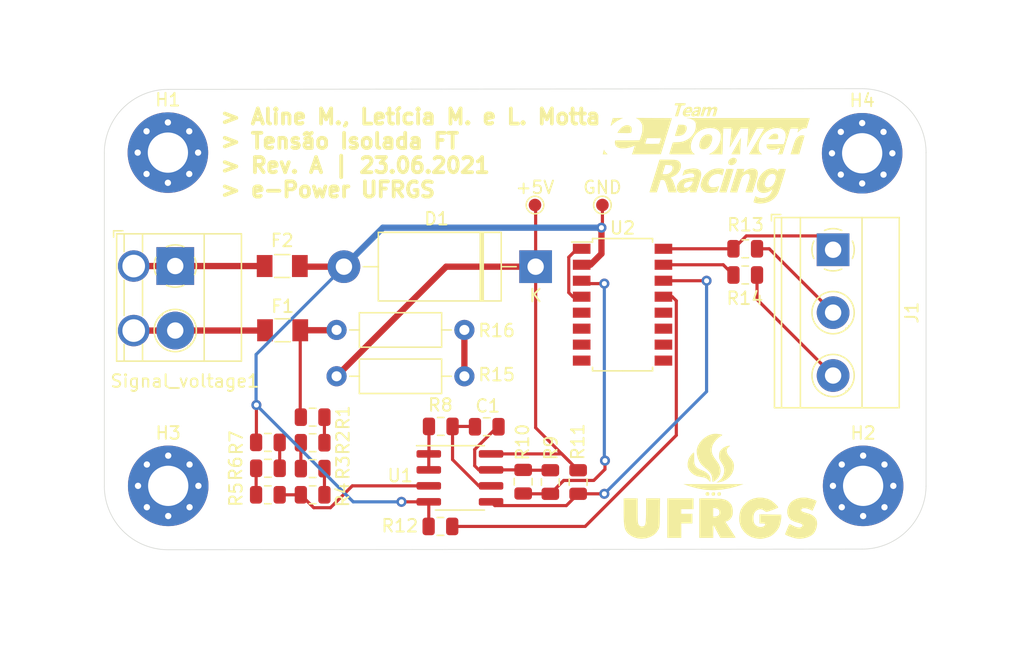
<source format=kicad_pcb>
(kicad_pcb (version 20171130) (host pcbnew "(5.1.6)-1")

  (general
    (thickness 1.6)
    (drawings 18)
    (tracks 120)
    (zones 0)
    (modules 32)
    (nets 28)
  )

  (page A4)
  (layers
    (0 F.Cu signal)
    (31 B.Cu signal)
    (32 B.Adhes user)
    (33 F.Adhes user)
    (34 B.Paste user)
    (35 F.Paste user)
    (36 B.SilkS user)
    (37 F.SilkS user)
    (38 B.Mask user)
    (39 F.Mask user)
    (40 Dwgs.User user)
    (41 Cmts.User user)
    (42 Eco1.User user)
    (43 Eco2.User user)
    (44 Edge.Cuts user)
    (45 Margin user)
    (46 B.CrtYd user)
    (47 F.CrtYd user)
    (48 B.Fab user)
    (49 F.Fab user hide)
  )

  (setup
    (last_trace_width 0.25)
    (user_trace_width 0.5)
    (trace_clearance 0.2)
    (zone_clearance 0.508)
    (zone_45_only no)
    (trace_min 0.2)
    (via_size 0.8)
    (via_drill 0.4)
    (via_min_size 0.4)
    (via_min_drill 0.3)
    (uvia_size 0.3)
    (uvia_drill 0.1)
    (uvias_allowed no)
    (uvia_min_size 0.2)
    (uvia_min_drill 0.1)
    (edge_width 0.05)
    (segment_width 0.2)
    (pcb_text_width 0.3)
    (pcb_text_size 1.5 1.5)
    (mod_edge_width 0.12)
    (mod_text_size 1 1)
    (mod_text_width 0.15)
    (pad_size 1.524 1.524)
    (pad_drill 0.762)
    (pad_to_mask_clearance 0.05)
    (aux_axis_origin 0 0)
    (visible_elements 7FFFFFFF)
    (pcbplotparams
      (layerselection 0x010fc_ffffffff)
      (usegerberextensions false)
      (usegerberattributes true)
      (usegerberadvancedattributes true)
      (creategerberjobfile true)
      (excludeedgelayer true)
      (linewidth 0.100000)
      (plotframeref false)
      (viasonmask false)
      (mode 1)
      (useauxorigin false)
      (hpglpennumber 1)
      (hpglpenspeed 20)
      (hpglpendiameter 15.000000)
      (psnegative false)
      (psa4output false)
      (plotreference true)
      (plotvalue true)
      (plotinvisibletext false)
      (padsonsilk false)
      (subtractmaskfromsilk false)
      (outputformat 1)
      (mirror false)
      (drillshape 1)
      (scaleselection 1)
      (outputdirectory ""))
  )

  (net 0 "")
  (net 1 "Net-(C1-Pad1)")
  (net 2 "Net-(C1-Pad2)")
  (net 3 5V)
  (net 4 GND)
  (net 5 "Net-(F1-Pad1)")
  (net 6 "Net-(F1-Pad2)")
  (net 7 "Net-(F2-Pad1)")
  (net 8 "Net-(H1-Pad1)")
  (net 9 "Net-(H2-Pad1)")
  (net 10 "Net-(H3-Pad1)")
  (net 11 "Net-(H4-Pad1)")
  (net 12 "Net-(J1-Pad1)")
  (net 13 /5V_FT)
  (net 14 GNDREF)
  (net 15 "Net-(R1-Pad2)")
  (net 16 "Net-(R2-Pad1)")
  (net 17 "Net-(R3-Pad1)")
  (net 18 "Net-(R4-Pad1)")
  (net 19 "Net-(R5-Pad1)")
  (net 20 "Net-(R6-Pad2)")
  (net 21 "Net-(R8-Pad2)")
  (net 22 "Net-(R10-Pad1)")
  (net 23 "Net-(R11-Pad2)")
  (net 24 "Net-(R12-Pad1)")
  (net 25 "Net-(R14-Pad2)")
  (net 26 "Net-(R15-Pad2)")
  (net 27 "Net-(U2-Pad1)")

  (net_class Default "This is the default net class."
    (clearance 0.2)
    (trace_width 0.25)
    (via_dia 0.8)
    (via_drill 0.4)
    (uvia_dia 0.3)
    (uvia_drill 0.1)
    (add_net /5V_FT)
    (add_net 5V)
    (add_net GND)
    (add_net GNDREF)
    (add_net "Net-(C1-Pad1)")
    (add_net "Net-(C1-Pad2)")
    (add_net "Net-(F1-Pad1)")
    (add_net "Net-(F1-Pad2)")
    (add_net "Net-(F2-Pad1)")
    (add_net "Net-(H1-Pad1)")
    (add_net "Net-(H2-Pad1)")
    (add_net "Net-(H3-Pad1)")
    (add_net "Net-(H4-Pad1)")
    (add_net "Net-(J1-Pad1)")
    (add_net "Net-(R1-Pad2)")
    (add_net "Net-(R10-Pad1)")
    (add_net "Net-(R11-Pad2)")
    (add_net "Net-(R12-Pad1)")
    (add_net "Net-(R14-Pad2)")
    (add_net "Net-(R15-Pad2)")
    (add_net "Net-(R2-Pad1)")
    (add_net "Net-(R3-Pad1)")
    (add_net "Net-(R4-Pad1)")
    (add_net "Net-(R5-Pad1)")
    (add_net "Net-(R6-Pad2)")
    (add_net "Net-(R8-Pad2)")
    (add_net "Net-(U2-Pad1)")
  )

  (module Capacitor_SMD:C_0805_2012Metric (layer F.Cu) (tedit 5B36C52B) (tstamp 60D4CBE8)
    (at 140.7668 76.5302 180)
    (descr "Capacitor SMD 0805 (2012 Metric), square (rectangular) end terminal, IPC_7351 nominal, (Body size source: https://docs.google.com/spreadsheets/d/1BsfQQcO9C6DZCsRaXUlFlo91Tg2WpOkGARC1WS5S8t0/edit?usp=sharing), generated with kicad-footprint-generator")
    (tags capacitor)
    (path /60C27324)
    (attr smd)
    (fp_text reference C1 (at -0.0762 1.651) (layer F.SilkS)
      (effects (font (size 1 1) (thickness 0.15)))
    )
    (fp_text value 1uF (at 0 1.65) (layer F.Fab)
      (effects (font (size 1 1) (thickness 0.15)))
    )
    (fp_line (start 1.68 0.95) (end -1.68 0.95) (layer F.CrtYd) (width 0.05))
    (fp_line (start 1.68 -0.95) (end 1.68 0.95) (layer F.CrtYd) (width 0.05))
    (fp_line (start -1.68 -0.95) (end 1.68 -0.95) (layer F.CrtYd) (width 0.05))
    (fp_line (start -1.68 0.95) (end -1.68 -0.95) (layer F.CrtYd) (width 0.05))
    (fp_line (start -0.258578 0.71) (end 0.258578 0.71) (layer F.SilkS) (width 0.12))
    (fp_line (start -0.258578 -0.71) (end 0.258578 -0.71) (layer F.SilkS) (width 0.12))
    (fp_line (start 1 0.6) (end -1 0.6) (layer F.Fab) (width 0.1))
    (fp_line (start 1 -0.6) (end 1 0.6) (layer F.Fab) (width 0.1))
    (fp_line (start -1 -0.6) (end 1 -0.6) (layer F.Fab) (width 0.1))
    (fp_line (start -1 0.6) (end -1 -0.6) (layer F.Fab) (width 0.1))
    (fp_text user %R (at 0 0) (layer F.Fab)
      (effects (font (size 0.5 0.5) (thickness 0.08)))
    )
    (pad 1 smd roundrect (at -0.9375 0 180) (size 0.975 1.4) (layers F.Cu F.Paste F.Mask) (roundrect_rratio 0.25)
      (net 1 "Net-(C1-Pad1)"))
    (pad 2 smd roundrect (at 0.9375 0 180) (size 0.975 1.4) (layers F.Cu F.Paste F.Mask) (roundrect_rratio 0.25)
      (net 2 "Net-(C1-Pad2)"))
    (model ${KISYS3DMOD}/Capacitor_SMD.3dshapes/C_0805_2012Metric.wrl
      (at (xyz 0 0 0))
      (scale (xyz 1 1 1))
      (rotate (xyz 0 0 0))
    )
  )

  (module Diode_THT:D_DO-201_P15.24mm_Horizontal (layer F.Cu) (tedit 5AE50CD5) (tstamp 60D3EE32)
    (at 144.653 63.8048 180)
    (descr "Diode, DO-201 series, Axial, Horizontal, pin pitch=15.24mm, , length*diameter=9.53*5.21mm^2, , http://www.diodes.com/_files/packages/DO-201.pdf")
    (tags "Diode DO-201 series Axial Horizontal pin pitch 15.24mm  length 9.53mm diameter 5.21mm")
    (path /60DBD531)
    (fp_text reference D1 (at 7.874 3.81) (layer F.SilkS)
      (effects (font (size 1 1) (thickness 0.15)))
    )
    (fp_text value 1N5338B (at 7.62 3.725) (layer F.Fab)
      (effects (font (size 1 1) (thickness 0.15)))
    )
    (fp_line (start 16.79 -2.86) (end -1.55 -2.86) (layer F.CrtYd) (width 0.05))
    (fp_line (start 16.79 2.86) (end 16.79 -2.86) (layer F.CrtYd) (width 0.05))
    (fp_line (start -1.55 2.86) (end 16.79 2.86) (layer F.CrtYd) (width 0.05))
    (fp_line (start -1.55 -2.86) (end -1.55 2.86) (layer F.CrtYd) (width 0.05))
    (fp_line (start 4.1645 -2.725) (end 4.1645 2.725) (layer F.SilkS) (width 0.12))
    (fp_line (start 4.4045 -2.725) (end 4.4045 2.725) (layer F.SilkS) (width 0.12))
    (fp_line (start 4.2845 -2.725) (end 4.2845 2.725) (layer F.SilkS) (width 0.12))
    (fp_line (start 13.7 0) (end 12.505 0) (layer F.SilkS) (width 0.12))
    (fp_line (start 1.54 0) (end 2.735 0) (layer F.SilkS) (width 0.12))
    (fp_line (start 12.505 -2.725) (end 2.735 -2.725) (layer F.SilkS) (width 0.12))
    (fp_line (start 12.505 2.725) (end 12.505 -2.725) (layer F.SilkS) (width 0.12))
    (fp_line (start 2.735 2.725) (end 12.505 2.725) (layer F.SilkS) (width 0.12))
    (fp_line (start 2.735 -2.725) (end 2.735 2.725) (layer F.SilkS) (width 0.12))
    (fp_line (start 4.1845 -2.605) (end 4.1845 2.605) (layer F.Fab) (width 0.1))
    (fp_line (start 4.3845 -2.605) (end 4.3845 2.605) (layer F.Fab) (width 0.1))
    (fp_line (start 4.2845 -2.605) (end 4.2845 2.605) (layer F.Fab) (width 0.1))
    (fp_line (start 15.24 0) (end 12.385 0) (layer F.Fab) (width 0.1))
    (fp_line (start 0 0) (end 2.855 0) (layer F.Fab) (width 0.1))
    (fp_line (start 12.385 -2.605) (end 2.855 -2.605) (layer F.Fab) (width 0.1))
    (fp_line (start 12.385 2.605) (end 12.385 -2.605) (layer F.Fab) (width 0.1))
    (fp_line (start 2.855 2.605) (end 12.385 2.605) (layer F.Fab) (width 0.1))
    (fp_line (start 2.855 -2.605) (end 2.855 2.605) (layer F.Fab) (width 0.1))
    (fp_text user %R (at 8.33475 0) (layer F.Fab)
      (effects (font (size 1 1) (thickness 0.15)))
    )
    (fp_text user K (at 0 -2.3) (layer F.Fab)
      (effects (font (size 1 1) (thickness 0.15)))
    )
    (fp_text user K (at 0 -2.3) (layer F.SilkS)
      (effects (font (size 1 1) (thickness 0.15)))
    )
    (pad 1 thru_hole rect (at 0 0 180) (size 2.6 2.6) (drill 1.3) (layers *.Cu *.Mask)
      (net 3 5V))
    (pad 2 thru_hole oval (at 15.24 0 180) (size 2.6 2.6) (drill 1.3) (layers *.Cu *.Mask)
      (net 4 GND))
    (model ${KISYS3DMOD}/Diode_THT.3dshapes/D_DO-201_P15.24mm_Horizontal.wrl
      (at (xyz 0 0 0))
      (scale (xyz 1 1 1))
      (rotate (xyz 0 0 0))
    )
  )

  (module e-Power:FUSE_1206_3216Metric (layer F.Cu) (tedit 5F24C86A) (tstamp 60D3EF77)
    (at 124.5392 68.8594)
    (descr "FUSE SMD 1206 (3216 Metric), square (rectangular) end terminal")
    (tags FUSE)
    (path /60D6A7C6)
    (attr smd)
    (fp_text reference F1 (at 0.003 -1.905) (layer F.SilkS)
      (effects (font (size 1 1) (thickness 0.15)))
    )
    (fp_text value Fuse (at 0 1.82) (layer F.Fab)
      (effects (font (size 1 1) (thickness 0.15)))
    )
    (fp_line (start 2.28 1.12) (end -2.28 1.12) (layer F.CrtYd) (width 0.05))
    (fp_line (start 2.28 -1.12) (end 2.28 1.12) (layer F.CrtYd) (width 0.05))
    (fp_line (start -2.28 -1.12) (end 2.28 -1.12) (layer F.CrtYd) (width 0.05))
    (fp_line (start -2.28 1.12) (end -2.28 -1.12) (layer F.CrtYd) (width 0.05))
    (fp_line (start -0.602064 0.91) (end 0.602064 0.91) (layer F.SilkS) (width 0.12))
    (fp_line (start -0.602064 -0.91) (end 0.602064 -0.91) (layer F.SilkS) (width 0.12))
    (fp_line (start 1.6 0.8) (end -1.6 0.8) (layer F.Fab) (width 0.1))
    (fp_line (start 1.6 -0.8) (end 1.6 0.8) (layer F.Fab) (width 0.1))
    (fp_line (start -1.6 -0.8) (end 1.6 -0.8) (layer F.Fab) (width 0.1))
    (fp_line (start -1.6 0.8) (end -1.6 -0.8) (layer F.Fab) (width 0.1))
    (fp_text user %F (at 0 0) (layer F.Fab)
      (effects (font (size 0.8 0.8) (thickness 0.12)))
    )
    (pad 1 smd trapezoid (at -1.4 0) (size 1.25 1.75) (layers F.Cu F.Paste F.Mask)
      (net 5 "Net-(F1-Pad1)"))
    (pad 2 smd trapezoid (at 1.4 0) (size 1.25 1.75) (layers F.Cu F.Paste F.Mask)
      (net 6 "Net-(F1-Pad2)"))
    (model ${KICAD_USER_3DMOD}/FUSE_1206.step
      (offset (xyz 0 0 1))
      (scale (xyz 1 1 1))
      (rotate (xyz 90 0 0))
    )
  )

  (module e-Power:FUSE_1206_3216Metric (layer F.Cu) (tedit 5F24C86A) (tstamp 60D3F007)
    (at 124.5078 63.754)
    (descr "FUSE SMD 1206 (3216 Metric), square (rectangular) end terminal")
    (tags FUSE)
    (path /60D8343E)
    (attr smd)
    (fp_text reference F2 (at -0.003 -2.032) (layer F.SilkS)
      (effects (font (size 1 1) (thickness 0.15)))
    )
    (fp_text value Fuse (at 0 1.82) (layer F.Fab)
      (effects (font (size 1 1) (thickness 0.15)))
    )
    (fp_line (start -1.6 0.8) (end -1.6 -0.8) (layer F.Fab) (width 0.1))
    (fp_line (start -1.6 -0.8) (end 1.6 -0.8) (layer F.Fab) (width 0.1))
    (fp_line (start 1.6 -0.8) (end 1.6 0.8) (layer F.Fab) (width 0.1))
    (fp_line (start 1.6 0.8) (end -1.6 0.8) (layer F.Fab) (width 0.1))
    (fp_line (start -0.602064 -0.91) (end 0.602064 -0.91) (layer F.SilkS) (width 0.12))
    (fp_line (start -0.602064 0.91) (end 0.602064 0.91) (layer F.SilkS) (width 0.12))
    (fp_line (start -2.28 1.12) (end -2.28 -1.12) (layer F.CrtYd) (width 0.05))
    (fp_line (start -2.28 -1.12) (end 2.28 -1.12) (layer F.CrtYd) (width 0.05))
    (fp_line (start 2.28 -1.12) (end 2.28 1.12) (layer F.CrtYd) (width 0.05))
    (fp_line (start 2.28 1.12) (end -2.28 1.12) (layer F.CrtYd) (width 0.05))
    (fp_text user %F (at 0 0) (layer F.Fab)
      (effects (font (size 0.8 0.8) (thickness 0.12)))
    )
    (pad 2 smd trapezoid (at 1.4 0) (size 1.25 1.75) (layers F.Cu F.Paste F.Mask)
      (net 4 GND))
    (pad 1 smd trapezoid (at -1.4 0) (size 1.25 1.75) (layers F.Cu F.Paste F.Mask)
      (net 7 "Net-(F2-Pad1)"))
    (model ${KICAD_USER_3DMOD}/FUSE_1206.step
      (offset (xyz 0 0 1))
      (scale (xyz 1 1 1))
      (rotate (xyz 90 0 0))
    )
  )

  (module e-Power:Logo_UFRGS_14.7x8.0mm_SilkS (layer F.Cu) (tedit 5F1951B5) (tstamp 60D4CC77)
    (at 159.3596 81.2546)
    (tags "logo UFRGS")
    (path /60D43A8F)
    (attr virtual)
    (fp_text reference G1 (at -5.588 0) (layer B.SilkS) hide
      (effects (font (size 1.524 1.524) (thickness 0.3)) (justify mirror))
    )
    (fp_text value Logo_UFRGS_Large (at 0 5.588) (layer B.SilkS) hide
      (effects (font (size 1.524 1.524) (thickness 0.3)) (justify mirror))
    )
    (fp_poly (pts (xy -0.306807 -4.154941) (xy -0.139661 -4.14138) (xy 0.001991 -4.12007) (xy 0.097504 -4.094004)
      (xy 0.127 -4.069906) (xy 0.093307 -4.033604) (xy 0.009144 -3.978186) (xy -0.024799 -3.959171)
      (xy -0.184958 -3.845512) (xy -0.352107 -3.682682) (xy -0.503505 -3.497047) (xy -0.616409 -3.314971)
      (xy -0.651675 -3.232462) (xy -0.712597 -2.982052) (xy -0.713073 -2.748695) (xy -0.649357 -2.517705)
      (xy -0.517701 -2.274397) (xy -0.349091 -2.046328) (xy -0.152207 -1.755732) (xy -0.036777 -1.471501)
      (xy -0.003085 -1.19653) (xy -0.051414 -0.933717) (xy -0.182047 -0.685957) (xy -0.212177 -0.645903)
      (xy -0.294982 -0.559299) (xy -0.404347 -0.467367) (xy -0.514837 -0.389105) (xy -0.60102 -0.343509)
      (xy -0.623533 -0.338667) (xy -0.643572 -0.376938) (xy -0.657839 -0.47553) (xy -0.662211 -0.568295)
      (xy -0.68211 -0.758626) (xy -0.741562 -0.931363) (xy -0.849007 -1.098342) (xy -1.012885 -1.2714)
      (xy -1.241637 -1.462374) (xy -1.366823 -1.556455) (xy -1.540348 -1.728585) (xy -1.688921 -1.961075)
      (xy -1.803958 -2.231212) (xy -1.876872 -2.516288) (xy -1.899081 -2.793591) (xy -1.886926 -2.932364)
      (xy -1.803686 -3.20312) (xy -1.650822 -3.463506) (xy -1.443336 -3.700469) (xy -1.196228 -3.900952)
      (xy -0.924501 -4.051903) (xy -0.643155 -4.140267) (xy -0.478799 -4.157757) (xy -0.306807 -4.154941)) (layer F.SilkS) (width 0.01))
    (fp_poly (pts (xy -2.114884 -2.627893) (xy -2.108127 -2.52299) (xy -2.107848 -2.371066) (xy -2.110432 -2.28235)
      (xy -2.109268 -1.990003) (xy -2.074881 -1.764659) (xy -1.99941 -1.592542) (xy -1.874993 -1.459875)
      (xy -1.693768 -1.352883) (xy -1.545166 -1.291825) (xy -1.243812 -1.153473) (xy -1.01946 -0.989659)
      (xy -0.873586 -0.802127) (xy -0.807664 -0.59262) (xy -0.811245 -0.424321) (xy -0.823779 -0.368342)
      (xy -0.848903 -0.364865) (xy -0.904288 -0.418678) (xy -0.940726 -0.459406) (xy -1.077206 -0.586192)
      (xy -1.232728 -0.668798) (xy -1.432693 -0.718461) (xy -1.563989 -0.73513) (xy -1.883027 -0.800517)
      (xy -2.155423 -0.931386) (xy -2.349373 -1.087722) (xy -2.51571 -1.295545) (xy -2.606205 -1.526301)
      (xy -2.622438 -1.787576) (xy -2.565987 -2.086957) (xy -2.560988 -2.104063) (xy -2.508613 -2.225969)
      (xy -2.425849 -2.362948) (xy -2.328398 -2.494618) (xy -2.231962 -2.600597) (xy -2.152242 -2.660503)
      (xy -2.127297 -2.667022) (xy -2.114884 -2.627893)) (layer F.SilkS) (width 0.01))
    (fp_poly (pts (xy 0.746562 -3.20954) (xy 0.729104 -3.183916) (xy 0.668185 -3.143773) (xy 0.533858 -3.019548)
      (xy 0.475428 -2.864907) (xy 0.49249 -2.686128) (xy 0.58464 -2.489491) (xy 0.721677 -2.313027)
      (xy 0.895677 -2.098341) (xy 1.002883 -1.901872) (xy 1.052382 -1.704277) (xy 1.058334 -1.596544)
      (xy 1.01813 -1.28868) (xy 0.903788 -1.004883) (xy 0.724711 -0.755456) (xy 0.4903 -0.550704)
      (xy 0.209958 -0.400932) (xy -0.106913 -0.316445) (xy -0.110092 -0.315985) (xy -0.3175 -0.286218)
      (xy -0.143146 -0.414512) (xy 0.078838 -0.62219) (xy 0.222209 -0.861115) (xy 0.287416 -1.132247)
      (xy 0.287595 -1.332469) (xy 0.264783 -1.474303) (xy 0.214134 -1.613937) (xy 0.124491 -1.778774)
      (xy 0.07108 -1.864383) (xy -0.02875 -2.027196) (xy -0.088441 -2.148369) (xy -0.117841 -2.254596)
      (xy -0.126795 -2.372574) (xy -0.127 -2.401427) (xy -0.115434 -2.55632) (xy -0.086006 -2.695209)
      (xy -0.065662 -2.747485) (xy 0.066808 -2.924754) (xy 0.253588 -3.072887) (xy 0.467827 -3.175424)
      (xy 0.682673 -3.215901) (xy 0.6985 -3.215971) (xy 0.746562 -3.20954)) (layer F.SilkS) (width 0.01))
    (fp_poly (pts (xy -0.5715 -0.162144) (xy 1.799167 -0.161256) (xy 1.375145 -0.020228) (xy 0.74361 0.156051)
      (xy 0.106821 0.268953) (xy -0.517557 0.316219) (xy -1.102793 0.29646) (xy -1.397427 0.256508)
      (xy -1.738942 0.190678) (xy -2.096258 0.106113) (xy -2.438297 0.009958) (xy -2.645833 -0.058239)
      (xy -2.942166 -0.163032) (xy -0.5715 -0.162144)) (layer F.SilkS) (width 0.01))
    (fp_poly (pts (xy -0.015696 0.497388) (xy 0.01731 0.547051) (xy 0.021167 0.613833) (xy 0.008264 0.706661)
      (xy -0.046593 0.74586) (xy -0.095491 0.754251) (xy -0.19906 0.742945) (xy -0.236654 0.703807)
      (xy -0.253464 0.58445) (xy -0.201638 0.509142) (xy -0.105253 0.486833) (xy -0.015696 0.497388)) (layer F.SilkS) (width 0.01))
    (fp_poly (pts (xy -0.481363 0.497388) (xy -0.448357 0.547051) (xy -0.4445 0.613833) (xy -0.457402 0.706661)
      (xy -0.512259 0.74586) (xy -0.561157 0.754251) (xy -0.664727 0.742945) (xy -0.702321 0.703807)
      (xy -0.719131 0.58445) (xy -0.667305 0.509142) (xy -0.57092 0.486833) (xy -0.481363 0.497388)) (layer F.SilkS) (width 0.01))
    (fp_poly (pts (xy -1.013628 0.472229) (xy -0.938143 0.500363) (xy -0.91162 0.573073) (xy -0.910166 0.613833)
      (xy -0.92323 0.70687) (xy -0.977988 0.74606) (xy -1.023736 0.753953) (xy -1.132557 0.737906)
      (xy -1.180846 0.685718) (xy -1.19703 0.584873) (xy -1.147141 0.505183) (xy -1.049736 0.47034)
      (xy -1.013628 0.472229)) (layer F.SilkS) (width 0.01))
    (fp_poly (pts (xy -0.85725 0.974169) (xy -0.493868 0.977405) (xy -0.202309 0.988024) (xy 0.030105 1.008112)
      (xy 0.216053 1.039761) (xy 0.368213 1.085057) (xy 0.499263 1.146091) (xy 0.609021 1.215768)
      (xy 0.73307 1.327165) (xy 0.839141 1.461356) (xy 0.861966 1.500605) (xy 0.931785 1.701237)
      (xy 0.965383 1.941664) (xy 0.959348 2.183633) (xy 0.934657 2.315991) (xy 0.858938 2.486096)
      (xy 0.739162 2.636937) (xy 0.597673 2.744505) (xy 0.502607 2.780262) (xy 0.416165 2.80255)
      (xy 0.381 2.82134) (xy 0.40301 2.860473) (xy 0.464049 2.95858) (xy 0.556628 3.103891)
      (xy 0.673258 3.284636) (xy 0.783167 3.453445) (xy 0.914126 3.65485) (xy 1.027248 3.830787)
      (xy 1.11504 3.969439) (xy 1.170008 4.058989) (xy 1.185334 4.087562) (xy 1.145503 4.094252)
      (xy 1.036022 4.099885) (xy 0.871903 4.103998) (xy 0.668159 4.106121) (xy 0.582084 4.10631)
      (xy -0.021166 4.106287) (xy -0.5715 3.083487) (xy -0.595272 4.106333) (xy -1.693333 4.106333)
      (xy -1.693333 2.413) (xy -0.592666 2.413) (xy -0.462883 2.413) (xy -0.335767 2.39683)
      (xy -0.240633 2.364329) (xy -0.143991 2.297558) (xy -0.097705 2.210498) (xy -0.085323 2.072003)
      (xy -0.085315 2.070311) (xy -0.116179 1.917063) (xy -0.212801 1.812891) (xy -0.378937 1.754173)
      (xy -0.420047 1.747671) (xy -0.592666 1.724518) (xy -0.592666 2.413) (xy -1.693333 2.413)
      (xy -1.693333 0.973666) (xy -0.85725 0.974169)) (layer F.SilkS) (width 0.01))
    (fp_poly (pts (xy -2.159 1.820333) (xy -3.132666 1.820333) (xy -3.132666 2.201333) (xy -2.243666 2.201333)
      (xy -2.243666 2.963333) (xy -3.132666 2.963333) (xy -3.132666 4.106333) (xy -4.233333 4.106333)
      (xy -4.233333 0.973666) (xy -2.159 0.973666) (xy -2.159 1.820333)) (layer F.SilkS) (width 0.01))
    (fp_poly (pts (xy 6.858842 0.924842) (xy 7.019763 0.959557) (xy 7.192943 1.00699) (xy 7.358929 1.060447)
      (xy 7.49827 1.113234) (xy 7.591512 1.158658) (xy 7.62 1.186773) (xy 7.604723 1.240227)
      (xy 7.564745 1.346255) (xy 7.508846 1.484212) (xy 7.445805 1.63345) (xy 7.384403 1.773325)
      (xy 7.333418 1.883189) (xy 7.301631 1.942395) (xy 7.29658 1.947333) (xy 7.250968 1.929809)
      (xy 7.15775 1.88563) (xy 7.110449 1.861875) (xy 6.924118 1.786808) (xy 6.745443 1.749677)
      (xy 6.589557 1.749279) (xy 6.471595 1.784405) (xy 6.406691 1.853852) (xy 6.400348 1.918447)
      (xy 6.416309 1.962639) (xy 6.458335 2.002302) (xy 6.53819 2.042443) (xy 6.667643 2.088071)
      (xy 6.858459 2.144193) (xy 7.059785 2.199097) (xy 7.249695 2.282706) (xy 7.431245 2.417991)
      (xy 7.571513 2.578808) (xy 7.600996 2.628848) (xy 7.658979 2.822296) (xy 7.664083 3.053527)
      (xy 7.621539 3.298748) (xy 7.536576 3.534162) (xy 7.414424 3.735975) (xy 7.339604 3.818189)
      (xy 7.137732 3.960249) (xy 6.880022 4.071951) (xy 6.592011 4.146327) (xy 6.299232 4.176408)
      (xy 6.074834 4.16333) (xy 5.902784 4.128147) (xy 5.703967 4.072565) (xy 5.502054 4.004917)
      (xy 5.32072 3.933536) (xy 5.183637 3.866756) (xy 5.130996 3.831098) (xy 5.139977 3.789875)
      (xy 5.175014 3.691531) (xy 5.227752 3.556304) (xy 5.289837 3.404433) (xy 5.352915 3.256153)
      (xy 5.408631 3.131705) (xy 5.448632 3.051325) (xy 5.45999 3.03413) (xy 5.510931 3.035129)
      (xy 5.611239 3.072356) (xy 5.726397 3.130831) (xy 5.927474 3.224517) (xy 6.121731 3.279877)
      (xy 6.290566 3.294088) (xy 6.415376 3.264321) (xy 6.447858 3.240428) (xy 6.514888 3.149691)
      (xy 6.513902 3.073239) (xy 6.440403 3.006092) (xy 6.289896 2.943268) (xy 6.140873 2.900374)
      (xy 5.867207 2.817379) (xy 5.663549 2.723889) (xy 5.515241 2.609801) (xy 5.407626 2.465012)
      (xy 5.356781 2.359893) (xy 5.300438 2.122625) (xy 5.310713 1.863866) (xy 5.382321 1.606828)
      (xy 5.509976 1.374721) (xy 5.606956 1.261319) (xy 5.819438 1.104081) (xy 6.085781 0.988294)
      (xy 6.382865 0.920173) (xy 6.687564 0.905933) (xy 6.858842 0.924842)) (layer F.SilkS) (width 0.01))
    (fp_poly (pts (xy 3.362891 0.921267) (xy 3.724185 1.006898) (xy 3.918639 1.086332) (xy 4.033792 1.155128)
      (xy 4.168924 1.256824) (xy 4.307079 1.37573) (xy 4.431298 1.496156) (xy 4.524622 1.60241)
      (xy 4.570092 1.678801) (xy 4.572 1.690849) (xy 4.534623 1.717291) (xy 4.432832 1.764929)
      (xy 4.282141 1.827023) (xy 4.098062 1.896834) (xy 4.096622 1.89736) (xy 3.895136 1.970142)
      (xy 3.757311 2.016164) (xy 3.667425 2.038111) (xy 3.609757 2.03867) (xy 3.568587 2.020528)
      (xy 3.535705 1.993212) (xy 3.347856 1.865523) (xy 3.159166 1.822289) (xy 2.970351 1.863592)
      (xy 2.874344 1.917163) (xy 2.739948 2.033753) (xy 2.655361 2.178032) (xy 2.612713 2.368766)
      (xy 2.6035 2.563046) (xy 2.618599 2.79046) (xy 2.670254 2.957957) (xy 2.768002 3.085859)
      (xy 2.89155 3.176862) (xy 3.046132 3.239348) (xy 3.20907 3.254792) (xy 3.360287 3.228052)
      (xy 3.479705 3.163987) (xy 3.547246 3.067455) (xy 3.555352 3.01625) (xy 3.518428 2.981729)
      (xy 3.404056 2.965162) (xy 3.323167 2.963333) (xy 3.090334 2.963333) (xy 3.090334 2.241913)
      (xy 4.804834 2.264833) (xy 4.820025 2.370666) (xy 4.820182 2.493679) (xy 4.799125 2.668753)
      (xy 4.762258 2.867576) (xy 4.714988 3.061836) (xy 4.662717 3.223221) (xy 4.652491 3.248241)
      (xy 4.552967 3.420274) (xy 4.403394 3.608347) (xy 4.227382 3.786753) (xy 4.048539 3.92978)
      (xy 3.996181 3.962935) (xy 3.84912 4.029808) (xy 3.653419 4.093851) (xy 3.442343 4.146497)
      (xy 3.24916 4.179179) (xy 3.132667 4.185316) (xy 3.030637 4.176072) (xy 2.885536 4.157041)
      (xy 2.794 4.142931) (xy 2.454379 4.045825) (xy 2.147332 3.876391) (xy 1.884331 3.644297)
      (xy 1.676846 3.359209) (xy 1.559653 3.102666) (xy 1.496864 2.827437) (xy 1.481309 2.517981)
      (xy 1.511498 2.206884) (xy 1.585942 1.926735) (xy 1.616757 1.853435) (xy 1.805265 1.543372)
      (xy 2.048731 1.29054) (xy 2.336691 1.098427) (xy 2.65868 0.970519) (xy 3.004235 0.910303)
      (xy 3.362891 0.921267)) (layer F.SilkS) (width 0.01))
    (fp_poly (pts (xy -6.604 1.927526) (xy -6.602659 2.26458) (xy -6.598261 2.527183) (xy -6.590244 2.725514)
      (xy -6.578046 2.869752) (xy -6.561105 2.970075) (xy -6.543289 3.026686) (xy -6.451536 3.154785)
      (xy -6.31572 3.211604) (xy -6.15671 3.199249) (xy -6.088958 3.173217) (xy -6.0357 3.126873)
      (xy -5.99526 3.050949) (xy -5.965963 2.93618) (xy -5.946131 2.773299) (xy -5.93409 2.55304)
      (xy -5.928162 2.266137) (xy -5.926666 1.927526) (xy -5.926666 0.973666) (xy -4.818832 0.973666)
      (xy -4.833922 2.106083) (xy -4.838757 2.446689) (xy -4.843747 2.713866) (xy -4.849856 2.918846)
      (xy -4.858046 3.072863) (xy -4.869279 3.18715) (xy -4.884518 3.27294) (xy -4.904725 3.341468)
      (xy -4.930863 3.403964) (xy -4.94822 3.440048) (xy -5.118618 3.693785) (xy -5.350017 3.898773)
      (xy -5.631018 4.050155) (xy -5.950218 4.143074) (xy -6.29622 4.172673) (xy -6.601947 4.144581)
      (xy -6.867402 4.069095) (xy -7.121291 3.943745) (xy -7.338129 3.783554) (xy -7.475177 3.629907)
      (xy -7.541839 3.519728) (xy -7.594735 3.396873) (xy -7.635321 3.250589) (xy -7.665049 3.070127)
      (xy -7.685374 2.844735) (xy -7.697751 2.563662) (xy -7.703634 2.216158) (xy -7.704666 1.933282)
      (xy -7.704666 0.973666) (xy -6.604 0.973666) (xy -6.604 1.927526)) (layer F.SilkS) (width 0.01))
  )

  (module e-Power:Logo_e-Power_16.5x8.0mm_SilkS (layer F.Cu) (tedit 5F195180) (tstamp 60D4E9C8)
    (at 158.1912 54.7878)
    (path /60D4175E)
    (attr virtual)
    (fp_text reference G2 (at -5.08 -3.81) (layer B.SilkS) hide
      (effects (font (size 1.524 1.524) (thickness 0.3)) (justify mirror))
    )
    (fp_text value Logo_e-Power_Large (at 0 -6.096) (layer B.SilkS) hide
      (effects (font (size 1.524 1.524) (thickness 0.3)) (justify mirror))
    )
    (fp_poly (pts (xy 5.341118 1.210381) (xy 5.468944 1.237955) (xy 5.574406 1.29051) (xy 5.65104 1.366525)
      (xy 5.660452 1.381192) (xy 5.691877 1.430534) (xy 5.711069 1.447316) (xy 5.725668 1.436353)
      (xy 5.731554 1.426005) (xy 5.750856 1.376938) (xy 5.767094 1.317625) (xy 5.781863 1.248833)
      (xy 6.068196 1.248833) (xy 6.188208 1.249741) (xy 6.270794 1.252776) (xy 6.320831 1.258405)
      (xy 6.343195 1.267093) (xy 6.344979 1.275291) (xy 6.336449 1.302142) (xy 6.317489 1.363727)
      (xy 6.289865 1.454244) (xy 6.255345 1.567889) (xy 6.215696 1.698859) (xy 6.182214 1.80975)
      (xy 6.139297 1.951359) (xy 6.09956 2.081187) (xy 6.064883 2.193189) (xy 6.037148 2.281322)
      (xy 6.018235 2.339542) (xy 6.010913 2.360083) (xy 5.990929 2.415213) (xy 5.979101 2.455333)
      (xy 5.946666 2.571358) (xy 5.906337 2.702018) (xy 5.861619 2.837196) (xy 5.816015 2.966771)
      (xy 5.773031 3.080624) (xy 5.736168 3.168636) (xy 5.721736 3.198619) (xy 5.59102 3.407572)
      (xy 5.431557 3.585677) (xy 5.244197 3.732353) (xy 5.029791 3.847019) (xy 4.789189 3.929095)
      (xy 4.594513 3.968547) (xy 4.47526 3.98539) (xy 4.383048 3.994554) (xy 4.303283 3.996006)
      (xy 4.221368 3.989717) (xy 4.12271 3.975655) (xy 4.072915 3.967449) (xy 3.984237 3.951027)
      (xy 3.904897 3.933675) (xy 3.849734 3.918695) (xy 3.843158 3.916369) (xy 3.817755 3.905989)
      (xy 3.801673 3.893159) (xy 3.795423 3.871241) (xy 3.799514 3.833599) (xy 3.814454 3.773594)
      (xy 3.840753 3.68459) (xy 3.867684 3.59662) (xy 3.923393 3.41499) (xy 4.04615 3.476332)
      (xy 4.219363 3.541566) (xy 4.398796 3.570182) (xy 4.577656 3.563159) (xy 4.749152 3.521478)
      (xy 4.90649 3.44612) (xy 5.042878 3.338064) (xy 5.049284 3.331555) (xy 5.141876 3.21325)
      (xy 5.219091 3.069429) (xy 5.267095 2.9351) (xy 5.277976 2.89649) (xy 5.281634 2.874488)
      (xy 5.272538 2.870763) (xy 5.245152 2.886987) (xy 5.193943 2.924829) (xy 5.123216 2.97852)
      (xy 5.00241 3.051435) (xy 4.861722 3.106709) (xy 4.71311 3.141758) (xy 4.568529 3.153999)
      (xy 4.439937 3.140849) (xy 4.409724 3.132678) (xy 4.276689 3.074463) (xy 4.17705 2.993046)
      (xy 4.109182 2.886009) (xy 4.071461 2.750936) (xy 4.061883 2.615308) (xy 4.063367 2.508119)
      (xy 4.069721 2.425021) (xy 4.076003 2.390854) (xy 4.663526 2.390854) (xy 4.670215 2.511834)
      (xy 4.708697 2.608326) (xy 4.774442 2.677585) (xy 4.862919 2.716866) (xy 4.969598 2.723422)
      (xy 5.089948 2.694509) (xy 5.133766 2.675832) (xy 5.258808 2.593429) (xy 5.366015 2.474034)
      (xy 5.454041 2.319645) (xy 5.521538 2.132261) (xy 5.535071 2.080395) (xy 5.557996 1.950508)
      (xy 5.555207 1.848136) (xy 5.525751 1.766459) (xy 5.483794 1.712871) (xy 5.400829 1.657694)
      (xy 5.301909 1.636453) (xy 5.19375 1.647331) (xy 5.083064 1.68851) (xy 4.976565 1.758174)
      (xy 4.880965 1.854504) (xy 4.86017 1.881691) (xy 4.79321 1.992091) (xy 4.73402 2.122749)
      (xy 4.689048 2.256963) (xy 4.664745 2.378032) (xy 4.663526 2.390854) (xy 4.076003 2.390854)
      (xy 4.083792 2.348501) (xy 4.108432 2.261043) (xy 4.13071 2.192311) (xy 4.225861 1.959916)
      (xy 4.347344 1.752749) (xy 4.492212 1.573894) (xy 4.657522 1.426432) (xy 4.840328 1.313444)
      (xy 5.037686 1.238014) (xy 5.044225 1.236251) (xy 5.19739 1.209306) (xy 5.341118 1.210381)) (layer F.SilkS) (width 0.01))
    (fp_poly (pts (xy -0.80698 1.219157) (xy -0.659682 1.256041) (xy -0.540964 1.315515) (xy -0.454307 1.395946)
      (xy -0.410668 1.473591) (xy -0.388336 1.573836) (xy -0.384308 1.701483) (xy -0.39785 1.846122)
      (xy -0.428233 1.997342) (xy -0.453594 2.084916) (xy -0.486892 2.187605) (xy -0.516196 2.279258)
      (xy -0.5454 2.372306) (xy -0.578402 2.47918) (xy -0.619098 2.612308) (xy -0.626088 2.63525)
      (xy -0.658469 2.740338) (xy -0.69278 2.849752) (xy -0.72279 2.943665) (xy -0.729197 2.963333)
      (xy -0.774279 3.100916) (xy -1.032723 3.106859) (xy -1.145524 3.109331) (xy -1.221646 3.108145)
      (xy -1.266746 3.099573) (xy -1.286479 3.07989) (xy -1.286499 3.045369) (xy -1.272463 2.992283)
      (xy -1.261489 2.956114) (xy -1.245316 2.890259) (xy -1.248223 2.861726) (xy -1.270814 2.869746)
      (xy -1.303762 2.902297) (xy -1.413493 2.997255) (xy -1.548223 3.071935) (xy -1.697498 3.123493)
      (xy -1.850865 3.149088) (xy -1.99787 3.145877) (xy -2.105144 3.120193) (xy -2.209285 3.065836)
      (xy -2.279357 2.989966) (xy -2.31693 2.889706) (xy -2.323575 2.762175) (xy -2.320548 2.725308)
      (xy -2.291581 2.597008) (xy -1.756755 2.597008) (xy -1.746943 2.671483) (xy -1.714039 2.719118)
      (xy -1.653077 2.743206) (xy -1.559092 2.747041) (xy -1.532967 2.745456) (xy -1.426856 2.728833)
      (xy -1.34079 2.692892) (xy -1.31675 2.677993) (xy -1.250921 2.626949) (xy -1.19134 2.568782)
      (xy -1.176004 2.550345) (xy -1.142518 2.497745) (xy -1.105729 2.427119) (xy -1.071798 2.352096)
      (xy -1.04689 2.286307) (xy -1.037167 2.243383) (xy -1.037167 2.243287) (xy -1.051175 2.233803)
      (xy -1.09529 2.232276) (xy -1.172653 2.23893) (xy -1.286405 2.253987) (xy -1.373666 2.267186)
      (xy -1.523591 2.303546) (xy -1.63637 2.360077) (xy -1.712139 2.436897) (xy -1.751032 2.534121)
      (xy -1.756755 2.597008) (xy -2.291581 2.597008) (xy -2.285627 2.570638) (xy -2.217428 2.419119)
      (xy -2.123355 2.285608) (xy -2.077884 2.238452) (xy -1.986568 2.161021) (xy -1.89233 2.099759)
      (xy -1.787342 2.051755) (xy -1.663781 2.014093) (xy -1.513822 1.983861) (xy -1.329638 1.958144)
      (xy -1.322917 1.957342) (xy -1.186499 1.941051) (xy -1.086259 1.928149) (xy -1.016358 1.916856)
      (xy -0.970959 1.905392) (xy -0.944222 1.891974) (xy -0.93031 1.874823) (xy -0.923383 1.852158)
      (xy -0.920018 1.834453) (xy -0.9186 1.740871) (xy -0.952591 1.66927) (xy -1.020673 1.620576)
      (xy -1.121528 1.595714) (xy -1.253839 1.595611) (xy -1.259309 1.596093) (xy -1.45529 1.624937)
      (xy -1.629263 1.675684) (xy -1.735053 1.720877) (xy -1.796925 1.748945) (xy -1.84145 1.766243)
      (xy -1.857352 1.769204) (xy -1.855665 1.746878) (xy -1.844098 1.711943) (xy -1.828069 1.667121)
      (xy -1.804788 1.596393) (xy -1.779074 1.514432) (xy -1.777059 1.507838) (xy -1.750482 1.427035)
      (xy -1.72793 1.378292) (xy -1.703786 1.352451) (xy -1.674713 1.340878) (xy -1.625171 1.325383)
      (xy -1.598084 1.312106) (xy -1.561633 1.297549) (xy -1.492941 1.28006) (xy -1.401848 1.261317)
      (xy -1.298195 1.243) (xy -1.191822 1.22679) (xy -1.092568 1.214365) (xy -1.010275 1.207406)
      (xy -0.979378 1.2065) (xy -0.80698 1.219157)) (layer F.SilkS) (width 0.01))
    (fp_poly (pts (xy 1.112644 1.210903) (xy 1.213138 1.221558) (xy 1.306582 1.236982) (xy 1.382076 1.255293)
      (xy 1.42872 1.274612) (xy 1.434319 1.279097) (xy 1.432257 1.301194) (xy 1.420603 1.353638)
      (xy 1.402096 1.426606) (xy 1.379477 1.51027) (xy 1.355486 1.594807) (xy 1.332864 1.670391)
      (xy 1.314351 1.727196) (xy 1.302687 1.755397) (xy 1.30108 1.756833) (xy 1.281764 1.747348)
      (xy 1.236682 1.722861) (xy 1.193291 1.698625) (xy 1.069424 1.651823) (xy 0.929805 1.637909)
      (xy 0.783528 1.655498) (xy 0.639688 1.703202) (xy 0.507379 1.779636) (xy 0.470298 1.808803)
      (xy 0.379715 1.905559) (xy 0.300169 2.028047) (xy 0.238051 2.163021) (xy 0.199751 2.297237)
      (xy 0.1905 2.388803) (xy 0.210324 2.49823) (xy 0.264984 2.596285) (xy 0.34726 2.670903)
      (xy 0.365732 2.681602) (xy 0.452676 2.709511) (xy 0.56533 2.719168) (xy 0.691439 2.711052)
      (xy 0.818749 2.685643) (xy 0.894291 2.660882) (xy 0.963347 2.6365) (xy 1.014062 2.623235)
      (xy 1.036772 2.623528) (xy 1.037166 2.624821) (xy 1.030559 2.654213) (xy 1.013539 2.709387)
      (xy 0.997581 2.756164) (xy 0.969685 2.838795) (xy 0.943726 2.921744) (xy 0.933989 2.955511)
      (xy 0.917519 3.002865) (xy 0.893235 3.037547) (xy 0.853317 3.064226) (xy 0.789945 3.087574)
      (xy 0.695299 3.11226) (xy 0.656166 3.121428) (xy 0.507719 3.144803) (xy 0.345541 3.152189)
      (xy 0.185601 3.143894) (xy 0.043873 3.12023) (xy 0.002729 3.108756) (xy -0.139594 3.044073)
      (xy -0.252793 2.948998) (xy -0.337643 2.822722) (xy -0.383063 2.707326) (xy -0.430087 2.552507)
      (xy -0.384847 2.350461) (xy -0.318921 2.123819) (xy -0.227129 1.925256) (xy -0.104866 1.746244)
      (xy 0.010035 1.61925) (xy 0.197836 1.459531) (xy 0.401728 1.338918) (xy 0.622201 1.257212)
      (xy 0.859743 1.21421) (xy 1.016 1.206899) (xy 1.112644 1.210903)) (layer F.SilkS) (width 0.01))
    (fp_poly (pts (xy -3.050251 0.512992) (xy -2.846243 0.515915) (xy -2.679574 0.52001) (xy -2.545252 0.52608)
      (xy -2.438282 0.534927) (xy -2.353673 0.547356) (xy -2.286432 0.564169) (xy -2.231565 0.58617)
      (xy -2.18408 0.614162) (xy -2.138985 0.648948) (xy -2.123799 0.662036) (xy -2.046296 0.749732)
      (xy -2.003039 0.850886) (xy -1.989667 0.97502) (xy -2.010235 1.151568) (xy -2.069571 1.322364)
      (xy -2.164127 1.482808) (xy -2.290354 1.6283) (xy -2.444703 1.754241) (xy -2.623625 1.856031)
      (xy -2.692068 1.885366) (xy -2.754618 1.910852) (xy -2.799045 1.930517) (xy -2.813107 1.938225)
      (xy -2.804269 1.95537) (xy -2.771415 1.986152) (xy -2.765467 1.990918) (xy -2.72009 2.036811)
      (xy -2.672321 2.100041) (xy -2.656333 2.125483) (xy -2.630923 2.17728) (xy -2.598307 2.256299)
      (xy -2.560641 2.355934) (xy -2.520081 2.469579) (xy -2.478783 2.590626) (xy -2.438903 2.712471)
      (xy -2.402598 2.828506) (xy -2.372024 2.932125) (xy -2.349337 3.016721) (xy -2.336693 3.075689)
      (xy -2.336249 3.102423) (xy -2.337225 3.103196) (xy -2.366376 3.106211) (xy -2.429539 3.107999)
      (xy -2.518411 3.108468) (xy -2.624687 3.107529) (xy -2.666237 3.106815) (xy -2.970444 3.100916)
      (xy -3.007428 2.9845) (xy -3.028941 2.914668) (xy -3.057669 2.818534) (xy -3.089329 2.710536)
      (xy -3.111045 2.63525) (xy -3.16191 2.468082) (xy -3.208325 2.338862) (xy -3.251961 2.243648)
      (xy -3.294491 2.178499) (xy -3.313242 2.158381) (xy -3.349557 2.132495) (xy -3.39574 2.120795)
      (xy -3.466407 2.120044) (xy -3.48282 2.12082) (xy -3.605573 2.12725) (xy -3.632267 2.211916)
      (xy -3.648392 2.263524) (xy -3.673758 2.345246) (xy -3.70516 2.446736) (xy -3.739393 2.557646)
      (xy -3.747001 2.582333) (xy -3.782754 2.697753) (xy -3.817774 2.809712) (xy -3.848379 2.906507)
      (xy -3.870885 2.976435) (xy -3.873539 2.9845) (xy -3.912036 3.100916) (xy -4.18748 3.106811)
      (xy -4.290868 3.107814) (xy -4.377981 3.10637) (xy -4.440627 3.102783) (xy -4.470613 3.097359)
      (xy -4.4719 3.096228) (xy -4.468625 3.071863) (xy -4.454245 3.013551) (xy -4.430533 2.927669)
      (xy -4.399259 2.820598) (xy -4.362195 2.698716) (xy -4.355633 2.677583) (xy -4.309982 2.530852)
      (xy -4.261956 2.376243) (xy -4.215508 2.226499) (xy -4.174591 2.094361) (xy -4.148786 2.010833)
      (xy -4.108932 1.881751) (xy -4.062575 1.731826) (xy -4.032694 1.635297) (xy -3.44709 1.635297)
      (xy -3.431438 1.659378) (xy -3.388141 1.669664) (xy -3.311184 1.671972) (xy -3.264959 1.671959)
      (xy -3.160875 1.669306) (xy -3.083566 1.659855) (xy -3.017677 1.640964) (xy -2.971755 1.621466)
      (xy -2.838952 1.54078) (xy -2.738526 1.439266) (xy -2.673379 1.320973) (xy -2.646412 1.189944)
      (xy -2.645834 1.167083) (xy -2.65615 1.082918) (xy -2.689664 1.01966) (xy -2.750221 0.975137)
      (xy -2.841665 0.947173) (xy -2.967843 0.933596) (xy -3.062699 0.931451) (xy -3.236148 0.931333)
      (xy -3.312515 1.180041) (xy -3.345422 1.286706) (xy -3.376963 1.388064) (xy -3.403348 1.471977)
      (xy -3.419525 1.522478) (xy -3.441114 1.591604) (xy -3.44709 1.635297) (xy -4.032694 1.635297)
      (xy -4.015774 1.580642) (xy -3.978533 1.4605) (xy -3.93619 1.323151) (xy -3.888778 1.167985)
      (xy -3.842465 1.015252) (xy -3.807706 0.899583) (xy -3.775256 0.792526) (xy -3.744946 0.695416)
      (xy -3.719855 0.617923) (xy -3.703059 0.569716) (xy -3.701224 0.565065) (xy -3.676918 0.505715)
      (xy -3.050251 0.512992)) (layer F.SilkS) (width 0.01))
    (fp_poly (pts (xy 2.032812 1.249239) (xy 2.111722 1.251018) (xy 2.160807 1.255015) (xy 2.186321 1.262071)
      (xy 2.194515 1.27303) (xy 2.192587 1.285875) (xy 2.162231 1.383054) (xy 2.12294 1.509183)
      (xy 2.078285 1.652768) (xy 2.031839 1.802314) (xy 1.987173 1.946327) (xy 1.947859 2.073314)
      (xy 1.944272 2.084916) (xy 1.910159 2.194773) (xy 1.877927 2.29766) (xy 1.850943 2.382895)
      (xy 1.83257 2.439796) (xy 1.830925 2.44475) (xy 1.814256 2.496044) (xy 1.788299 2.577597)
      (xy 1.756272 2.679227) (xy 1.721396 2.79075) (xy 1.71215 2.820458) (xy 1.621669 3.1115)
      (xy 1.350584 3.1115) (xy 1.239028 3.111071) (xy 1.163041 3.109121) (xy 1.115865 3.104654)
      (xy 1.09074 3.096674) (xy 1.080907 3.084187) (xy 1.0795 3.071574) (xy 1.085931 3.03289)
      (xy 1.102919 2.967388) (xy 1.127006 2.888199) (xy 1.131073 2.875783) (xy 1.151217 2.813316)
      (xy 1.181413 2.717588) (xy 1.219409 2.595844) (xy 1.262951 2.455327) (xy 1.309785 2.303283)
      (xy 1.353983 2.159) (xy 1.400379 2.007571) (xy 1.444212 1.865372) (xy 1.483538 1.738642)
      (xy 1.516412 1.633623) (xy 1.540891 1.556555) (xy 1.555028 1.513681) (xy 1.555121 1.513416)
      (xy 1.580877 1.434168) (xy 1.605198 1.350152) (xy 1.608194 1.338791) (xy 1.631465 1.248833)
      (xy 1.917825 1.248833) (xy 2.032812 1.249239)) (layer F.SilkS) (width 0.01))
    (fp_poly (pts (xy 3.862669 1.232468) (xy 3.967472 1.275426) (xy 4.042273 1.343123) (xy 4.09102 1.438496)
      (xy 4.106557 1.496063) (xy 4.116134 1.569334) (xy 4.114827 1.65439) (xy 4.101681 1.756363)
      (xy 4.075742 1.880387) (xy 4.036053 2.031595) (xy 3.981661 2.215119) (xy 3.959582 2.286)
      (xy 3.916219 2.424054) (xy 3.87048 2.569995) (xy 3.826743 2.709842) (xy 3.789381 2.829611)
      (xy 3.775771 2.873375) (xy 3.701814 3.1115) (xy 3.427823 3.1115) (xy 3.31132 3.11136)
      (xy 3.231617 3.108676) (xy 3.18319 3.100055) (xy 3.160513 3.0821) (xy 3.158064 3.051418)
      (xy 3.170316 3.004613) (xy 3.184236 2.961812) (xy 3.199582 2.913818) (xy 3.221507 2.844074)
      (xy 3.251043 2.749251) (xy 3.289221 2.626024) (xy 3.337074 2.471065) (xy 3.395633 2.281045)
      (xy 3.438426 2.142032) (xy 3.478588 1.980348) (xy 3.489995 1.849669) (xy 3.472631 1.749914)
      (xy 3.42648 1.681003) (xy 3.351526 1.642858) (xy 3.336203 1.63948) (xy 3.228033 1.637588)
      (xy 3.121303 1.674115) (xy 3.012692 1.750459) (xy 2.964842 1.795615) (xy 2.92019 1.841728)
      (xy 2.886093 1.881766) (xy 2.858612 1.923745) (xy 2.833805 1.975681) (xy 2.807732 2.04559)
      (xy 2.776454 2.141489) (xy 2.744614 2.243666) (xy 2.707797 2.362053) (xy 2.673097 2.472734)
      (xy 2.643431 2.566465) (xy 2.621719 2.634001) (xy 2.614298 2.656416) (xy 2.594779 2.71609)
      (xy 2.567913 2.800942) (xy 2.538548 2.895609) (xy 2.529163 2.926291) (xy 2.472739 3.1115)
      (xy 2.199453 3.1115) (xy 2.076807 3.110189) (xy 1.992811 3.106038) (xy 1.943855 3.098716)
      (xy 1.92633 3.087891) (xy 1.926166 3.086486) (xy 1.932075 3.06047) (xy 1.948493 3.000577)
      (xy 1.973461 2.913384) (xy 2.005018 2.80547) (xy 2.041203 2.683412) (xy 2.080056 2.553787)
      (xy 2.119616 2.423173) (xy 2.157922 2.298149) (xy 2.193015 2.185291) (xy 2.221538 2.0955)
      (xy 2.245365 2.020129) (xy 2.275744 1.921955) (xy 2.307187 1.81876) (xy 2.316277 1.788583)
      (xy 2.345354 1.693052) (xy 2.373603 1.602489) (xy 2.39633 1.531868) (xy 2.402528 1.513416)
      (xy 2.427784 1.43419) (xy 2.45186 1.350191) (xy 2.454861 1.338791) (xy 2.478131 1.248833)
      (xy 3.050852 1.248833) (xy 3.035456 1.296458) (xy 3.000021 1.4098) (xy 2.979614 1.484186)
      (xy 2.974089 1.520178) (xy 2.976423 1.524) (xy 2.997356 1.511606) (xy 3.040549 1.479409)
      (xy 3.086535 1.44261) (xy 3.248111 1.327645) (xy 3.406867 1.252255) (xy 3.568191 1.214485)
      (xy 3.723915 1.211311) (xy 3.862669 1.232468)) (layer F.SilkS) (width 0.01))
    (fp_poly (pts (xy 2.29282 0.373527) (xy 2.37089 0.412798) (xy 2.422495 0.475859) (xy 2.442874 0.559192)
      (xy 2.432141 0.643133) (xy 2.384954 0.74377) (xy 2.308433 0.829062) (xy 2.211714 0.89433)
      (xy 2.103935 0.934895) (xy 1.994231 0.946075) (xy 1.89174 0.923192) (xy 1.888332 0.921688)
      (xy 1.818397 0.87134) (xy 1.780418 0.80269) (xy 1.772106 0.722328) (xy 1.791173 0.63684)
      (xy 1.83533 0.552816) (xy 1.90229 0.476841) (xy 1.989763 0.415505) (xy 2.076345 0.380422)
      (xy 2.193051 0.361563) (xy 2.29282 0.373527)) (layer F.SilkS) (width 0.01))
    (fp_poly (pts (xy -8.07343 -0.214884) (xy -8.044623 -0.165779) (xy -7.995884 -0.100836) (xy -7.937559 -0.033799)
      (xy -7.935311 -0.031414) (xy -7.825526 0.084666) (xy -8.196792 0.084666) (xy -8.183955 0.020481)
      (xy -8.170709 -0.036339) (xy -8.150574 -0.112865) (xy -8.136441 -0.162988) (xy -8.101764 -0.282272)
      (xy -8.07343 -0.214884)) (layer F.SilkS) (width 0.01))
    (fp_poly (pts (xy -4.141297 -2.79871) (xy -3.900222 -2.797606) (xy -3.671831 -2.796354) (xy -3.459609 -2.794987)
      (xy -3.267041 -2.793536) (xy -3.097611 -2.792035) (xy -2.954805 -2.790514) (xy -2.842108 -2.789007)
      (xy -2.763003 -2.787546) (xy -2.720977 -2.786164) (xy -2.714946 -2.785501) (xy -2.719344 -2.764344)
      (xy -2.735054 -2.707254) (xy -2.760746 -2.618697) (xy -2.79509 -2.503143) (xy -2.836758 -2.365059)
      (xy -2.88442 -2.208914) (xy -2.936747 -2.039175) (xy -2.943063 -2.018792) (xy -2.998198 -1.840972)
      (xy -3.051076 -1.670429) (xy -3.099978 -1.512713) (xy -3.143181 -1.37337) (xy -3.178968 -1.257949)
      (xy -3.205617 -1.171999) (xy -3.221169 -1.121834) (xy -3.250984 -1.024746) (xy -3.282674 -0.920155)
      (xy -3.301487 -0.85725) (xy -3.32424 -0.781674) (xy -3.357252 -0.673581) (xy -3.398092 -0.540844)
      (xy -3.444333 -0.391334) (xy -3.493544 -0.232923) (xy -3.543296 -0.073482) (xy -3.549731 -0.052917)
      (xy -3.589483 0.074083) (xy -4.736028 0.079556) (xy -5.882574 0.08503) (xy -5.852812 0.02664)
      (xy -5.834514 -0.017695) (xy -5.80858 -0.091357) (xy -5.778893 -0.182939) (xy -5.757249 -0.254)
      (xy -5.728298 -0.350068) (xy -5.701703 -0.435257) (xy -5.680902 -0.498724) (xy -5.671205 -0.525462)
      (xy -5.658832 -0.576427) (xy -5.676082 -0.597157) (xy -5.722962 -0.587653) (xy -5.753194 -0.573785)
      (xy -5.875252 -0.522142) (xy -6.026156 -0.474389) (xy -6.192421 -0.434119) (xy -6.360561 -0.404926)
      (xy -6.409908 -0.398803) (xy -6.607648 -0.387616) (xy -6.783466 -0.399531) (xy -6.933901 -0.433531)
      (xy -7.055494 -0.488599) (xy -7.144785 -0.563717) (xy -7.185876 -0.62697) (xy -7.224165 -0.742485)
      (xy -7.227147 -0.772861) (xy -4.81901 -0.772861) (xy -4.816422 -0.763627) (xy -4.791103 -0.755787)
      (xy -4.73044 -0.749488) (xy -4.641393 -0.744708) (xy -4.530922 -0.741424) (xy -4.405987 -0.739613)
      (xy -4.273549 -0.739252) (xy -4.140568 -0.740317) (xy -4.014004 -0.742786) (xy -3.900817 -0.746636)
      (xy -3.807968 -0.751843) (xy -3.742417 -0.758384) (xy -3.711123 -0.766237) (xy -3.70998 -0.767292)
      (xy -3.69543 -0.797938) (xy -3.673206 -0.857697) (xy -3.647032 -0.93491) (xy -3.620631 -1.017921)
      (xy -3.597727 -1.09507) (xy -3.582043 -1.154701) (xy -3.577167 -1.183141) (xy -3.59286 -1.190953)
      (xy -3.641302 -1.197079) (xy -3.724536 -1.201605) (xy -3.844605 -1.204616) (xy -4.003553 -1.206198)
      (xy -4.135186 -1.2065) (xy -4.693205 -1.2065) (xy -4.729841 -1.084792) (xy -4.756454 -0.999612)
      (xy -4.784408 -0.915016) (xy -4.798492 -0.874752) (xy -4.815077 -0.816117) (xy -4.81901 -0.772861)
      (xy -7.227147 -0.772861) (xy -7.235947 -0.862471) (xy -7.224999 -0.94806) (xy -7.206861 -1.017704)
      (xy -6.262642 -1.016444) (xy -6.065803 -1.016465) (xy -5.881372 -1.017029) (xy -5.713797 -1.018083)
      (xy -5.567522 -1.019575) (xy -5.446996 -1.021451) (xy -5.356666 -1.023658) (xy -5.300977 -1.026144)
      (xy -5.284758 -1.028103) (xy -5.267787 -1.044868) (xy -5.246441 -1.085723) (xy -5.219528 -1.153983)
      (xy -5.185857 -1.252963) (xy -5.144235 -1.385979) (xy -5.09347 -1.556345) (xy -5.08745 -1.576917)
      (xy -5.067233 -1.669101) (xy -5.054894 -1.784146) (xy -5.049598 -1.930616) (xy -5.049293 -1.9685)
      (xy -5.04825 -2.233084) (xy -5.128699 -2.394194) (xy -5.187654 -2.502636) (xy -5.246037 -2.583441)
      (xy -5.315684 -2.649447) (xy -5.408431 -2.713489) (xy -5.441865 -2.733841) (xy -5.560314 -2.804584)
      (xy -4.141297 -2.79871)) (layer F.SilkS) (width 0.01))
    (fp_poly (pts (xy -1.47157 -2.807316) (xy -1.409682 -2.803778) (xy -1.372925 -2.802857) (xy -1.295816 -2.80196)
      (xy -1.180339 -2.801091) (xy -1.028474 -2.800253) (xy -0.842206 -2.79945) (xy -0.623515 -2.798686)
      (xy -0.374384 -2.797966) (xy -0.096795 -2.797293) (xy 0.207269 -2.79667) (xy 0.535827 -2.796103)
      (xy 0.886896 -2.795595) (xy 1.258494 -2.79515) (xy 1.648639 -2.794772) (xy 2.055348 -2.794464)
      (xy 2.47664 -2.794231) (xy 2.910532 -2.794077) (xy 3.355041 -2.794005) (xy 3.504438 -2.794)
      (xy 8.251322 -2.794) (xy 8.230998 -2.735792) (xy 8.218278 -2.696207) (xy 8.196203 -2.62426)
      (xy 8.167272 -2.528232) (xy 8.133986 -2.416401) (xy 8.111129 -2.338917) (xy 8.011583 -2.00025)
      (xy 7.871434 -1.988193) (xy 7.70238 -1.953579) (xy 7.548448 -1.879805) (xy 7.408477 -1.766289)
      (xy 7.39014 -1.747416) (xy 7.332675 -1.689115) (xy 7.298508 -1.662884) (xy 7.285743 -1.670491)
      (xy 7.292485 -1.713705) (xy 7.31684 -1.794294) (xy 7.322247 -1.810782) (xy 7.342203 -1.878563)
      (xy 7.352946 -1.930085) (xy 7.352748 -1.951651) (xy 7.328975 -1.957645) (xy 7.270676 -1.9627)
      (xy 7.185659 -1.966397) (xy 7.081729 -1.968321) (xy 7.037155 -1.968501) (xy 6.917544 -1.968196)
      (xy 6.833176 -1.96661) (xy 6.776965 -1.962735) (xy 6.741819 -1.955562) (xy 6.720653 -1.944084)
      (xy 6.706376 -1.927293) (xy 6.702256 -1.920876) (xy 6.675122 -1.863548) (xy 6.6583 -1.80975)
      (xy 6.647425 -1.7689) (xy 6.62668 -1.697086) (xy 6.598929 -1.603718) (xy 6.567035 -1.498207)
      (xy 6.533863 -1.389961) (xy 6.502277 -1.28839) (xy 6.475141 -1.202903) (xy 6.45535 -1.143)
      (xy 6.441822 -1.101228) (xy 6.419592 -1.029911) (xy 6.39207 -0.940067) (xy 6.370211 -0.867834)
      (xy 6.329073 -0.731971) (xy 6.285409 -0.589169) (xy 6.241364 -0.446298) (xy 6.199081 -0.31023)
      (xy 6.160702 -0.187836) (xy 6.128373 -0.085987) (xy 6.104236 -0.011556) (xy 6.091234 0.026458)
      (xy 6.079606 0.053854) (xy 6.063426 0.070865) (xy 6.033692 0.079871) (xy 5.981406 0.083252)
      (xy 5.897568 0.083385) (xy 5.876473 0.083234) (xy 5.786429 0.081549) (xy 5.734385 0.077675)
      (xy 5.716036 0.070926) (xy 5.727076 0.060616) (xy 5.728897 0.059715) (xy 5.764287 0.026606)
      (xy 5.797416 -0.029386) (xy 5.805752 -0.049978) (xy 5.841244 -0.153316) (xy 5.872149 -0.250169)
      (xy 5.896135 -0.332475) (xy 5.910874 -0.392176) (xy 5.914034 -0.421211) (xy 5.913411 -0.422378)
      (xy 5.889606 -0.421558) (xy 5.843715 -0.406944) (xy 5.8359 -0.403789) (xy 5.619364 -0.333371)
      (xy 5.392648 -0.294964) (xy 5.281083 -0.289003) (xy 5.121468 -0.297756) (xy 4.997453 -0.328573)
      (xy 4.908093 -0.382149) (xy 4.852443 -0.45918) (xy 4.829558 -0.560364) (xy 4.830172 -0.621125)
      (xy 4.836583 -0.709084) (xy 5.516866 -0.714666) (xy 6.19715 -0.720247) (xy 6.233525 -0.831082)
      (xy 6.298789 -1.055607) (xy 6.336793 -1.250651) (xy 6.347421 -1.419222) (xy 6.330554 -1.564326)
      (xy 6.286076 -1.688969) (xy 6.21387 -1.796159) (xy 6.195063 -1.816848) (xy 6.079081 -1.908839)
      (xy 5.938383 -1.971522) (xy 5.778298 -2.005414) (xy 5.604156 -2.011027) (xy 5.421288 -1.988876)
      (xy 5.235024 -1.939476) (xy 5.050694 -1.86334) (xy 4.873628 -1.760983) (xy 4.7625 -1.678634)
      (xy 4.58232 -1.504563) (xy 4.429283 -1.298447) (xy 4.303118 -1.059891) (xy 4.247596 -0.921661)
      (xy 4.219232 -0.838199) (xy 4.200788 -0.765815) (xy 4.190041 -0.690262) (xy 4.184769 -0.597292)
      (xy 4.183076 -0.508) (xy 4.182757 -0.399042) (xy 4.185596 -0.321812) (xy 4.193086 -0.265736)
      (xy 4.206718 -0.220242) (xy 4.227982 -0.174758) (xy 4.230833 -0.169334) (xy 4.278184 -0.096328)
      (xy 4.339506 -0.022053) (xy 4.366647 0.005291) (xy 4.452043 0.084666) (xy 3.939272 0.084666)
      (xy 3.797607 0.084043) (xy 3.671674 0.082291) (xy 3.567099 0.079589) (xy 3.489504 0.076112)
      (xy 3.444513 0.072039) (xy 3.435488 0.068791) (xy 3.451886 0.040819) (xy 3.487321 -0.018957)
      (xy 3.539093 -0.106012) (xy 3.604501 -0.215823) (xy 3.680846 -0.343866) (xy 3.765427 -0.485618)
      (xy 3.855544 -0.636555) (xy 3.948496 -0.792154) (xy 4.041585 -0.947891) (xy 4.132109 -1.099242)
      (xy 4.217368 -1.241684) (xy 4.294663 -1.370694) (xy 4.30978 -1.395906) (xy 4.390913 -1.532314)
      (xy 4.463882 -1.65715) (xy 4.526085 -1.765792) (xy 4.574921 -1.853614) (xy 4.60779 -1.915992)
      (xy 4.62209 -1.948302) (xy 4.622322 -1.951531) (xy 4.596566 -1.96016) (xy 4.538216 -1.965928)
      (xy 4.456908 -1.968988) (xy 4.362272 -1.969493) (xy 4.263942 -1.967598) (xy 4.171552 -1.963456)
      (xy 4.094733 -1.957219) (xy 4.04312 -1.949043) (xy 4.026975 -1.942042) (xy 4.012993 -1.917751)
      (xy 3.982212 -1.859926) (xy 3.936842 -1.772858) (xy 3.879094 -1.660837) (xy 3.811179 -1.528155)
      (xy 3.735307 -1.379103) (xy 3.653689 -1.217972) (xy 3.639869 -1.190612) (xy 3.558309 -1.029471)
      (xy 3.482813 -0.881049) (xy 3.415468 -0.749394) (xy 3.358362 -0.638557) (xy 3.313585 -0.552588)
      (xy 3.283224 -0.495536) (xy 3.269368 -0.471451) (xy 3.268762 -0.470945) (xy 3.268413 -0.492895)
      (xy 3.271708 -0.547234) (xy 3.277994 -0.624241) (xy 3.281915 -0.66675) (xy 3.292733 -0.788614)
      (xy 3.305052 -0.941492) (xy 3.318064 -1.114131) (xy 3.330964 -1.295273) (xy 3.342946 -1.473665)
      (xy 3.353202 -1.638051) (xy 3.359605 -1.751542) (xy 3.371049 -1.9685) (xy 3.062909 -1.9685)
      (xy 2.754768 -1.968501) (xy 2.34745 -1.254125) (xy 2.255972 -1.093966) (xy 2.170103 -0.944157)
      (xy 2.092316 -0.808973) (xy 2.025081 -0.692687) (xy 1.97087 -0.599571) (xy 1.932157 -0.533898)
      (xy 1.911412 -0.499942) (xy 1.909697 -0.497417) (xy 1.88859 -0.470293) (xy 1.885181 -0.478434)
      (xy 1.89197 -0.511041) (xy 1.897716 -0.54833) (xy 1.906529 -0.620636) (xy 1.917627 -0.720818)
      (xy 1.930227 -0.841735) (xy 1.943547 -0.976247) (xy 1.947648 -1.019041) (xy 1.961812 -1.165675)
      (xy 1.976131 -1.309729) (xy 1.989629 -1.441672) (xy 2.001329 -1.551977) (xy 2.010252 -1.631114)
      (xy 2.01131 -1.639862) (xy 2.021381 -1.732197) (xy 2.028742 -1.819085) (xy 2.03196 -1.883294)
      (xy 2.032 -1.88857) (xy 2.032 -1.9685) (xy 1.38084 -1.9685) (xy 1.368178 -1.793875)
      (xy 1.364124 -1.722602) (xy 1.359623 -1.61745) (xy 1.354963 -1.486868) (xy 1.350432 -1.339303)
      (xy 1.346319 -1.183205) (xy 1.344195 -1.090084) (xy 1.340327 -0.920848) (xy 1.335854 -0.743976)
      (xy 1.331091 -0.570817) (xy 1.326357 -0.412723) (xy 1.321969 -0.281042) (xy 1.320374 -0.238125)
      (xy 1.307876 0.084666) (xy 0.775646 0.084283) (xy 0.243416 0.083899) (xy 0.357767 0.020868)
      (xy 0.57594 -0.12139) (xy 0.761064 -0.289784) (xy 0.914269 -0.485476) (xy 1.00532 -0.643677)
      (xy 1.08933 -0.82839) (xy 1.145297 -0.995765) (xy 1.176274 -1.157193) (xy 1.185333 -1.315709)
      (xy 1.183706 -1.410773) (xy 1.176489 -1.479639) (xy 1.160173 -1.538394) (xy 1.131251 -1.603122)
      (xy 1.116231 -1.632623) (xy 1.024088 -1.766252) (xy 0.901221 -1.871173) (xy 0.748322 -1.947051)
      (xy 0.566086 -1.993548) (xy 0.355207 -2.010327) (xy 0.337225 -2.010376) (xy 0.085457 -1.99005)
      (xy -0.155209 -1.932044) (xy -0.380632 -1.838844) (xy -0.586672 -1.712937) (xy -0.76919 -1.556807)
      (xy -0.924047 -1.372941) (xy -1.036554 -1.185385) (xy -1.125809 -0.977179) (xy -1.183173 -0.776167)
      (xy -1.208826 -0.585881) (xy -1.202949 -0.409853) (xy -1.165723 -0.251615) (xy -1.097327 -0.114701)
      (xy -0.997944 -0.002642) (xy -0.975148 0.015875) (xy -0.88571 0.084666) (xy -1.892772 0.084666)
      (xy -2.131452 0.084483) (xy -2.330977 0.083873) (xy -2.49452 0.082749) (xy -2.625258 0.081021)
      (xy -2.726366 0.078601) (xy -2.80102 0.075399) (xy -2.852394 0.071327) (xy -2.883666 0.066295)
      (xy -2.898009 0.060216) (xy -2.899834 0.056481) (xy -2.893703 0.022121) (xy -2.877228 -0.042411)
      (xy -2.853288 -0.12707) (xy -2.824758 -0.221811) (xy -2.794517 -0.31659) (xy -2.783608 -0.34925)
      (xy -2.764459 -0.408447) (xy -2.738136 -0.49329) (xy -2.70927 -0.58877) (xy -2.698688 -0.624417)
      (xy -2.67334 -0.710223) (xy -2.652231 -0.781559) (xy -2.638445 -0.828011) (xy -2.63523 -0.838757)
      (xy -2.610627 -0.849991) (xy -2.544717 -0.859766) (xy -2.438507 -0.867973) (xy -2.303545 -0.874137)
      (xy -2.127811 -0.883383) (xy -1.983206 -0.898869) (xy -1.858695 -0.923017) (xy -1.743246 -0.95825)
      (xy -1.625825 -1.006989) (xy -1.564475 -1.036412) (xy -1.363087 -1.154566) (xy -1.190808 -1.29662)
      (xy -1.041842 -1.468203) (xy -0.913967 -1.668489) (xy -0.857167 -1.801171) (xy -0.816783 -1.959224)
      (xy -0.796232 -2.127733) (xy -0.794336 -2.19075) (xy -0.795391 -2.286299) (xy -0.801095 -2.353111)
      (xy -0.814204 -2.404741) (xy -0.837471 -2.454743) (xy -0.853814 -2.483435) (xy -0.932128 -2.582932)
      (xy -1.040558 -2.663902) (xy -1.182002 -2.727837) (xy -1.359359 -2.776234) (xy -1.456234 -2.794083)
      (xy -1.51306 -2.803505) (xy -1.53607 -2.808536) (xy -1.522996 -2.809649) (xy -1.47157 -2.807316)) (layer F.SilkS) (width 0.01))
    (fp_poly (pts (xy 2.78749 -1.197444) (xy 2.787241 -1.195917) (xy 2.782728 -1.155795) (xy 2.776628 -1.080918)
      (xy 2.769466 -0.978811) (xy 2.761762 -0.856999) (xy 2.754039 -0.723009) (xy 2.752705 -0.6985)
      (xy 2.744756 -0.553472) (xy 2.736677 -0.410159) (xy 2.729053 -0.27864) (xy 2.722468 -0.168998)
      (xy 2.717506 -0.091314) (xy 2.717414 -0.089959) (xy 2.705533 0.084666) (xy 2.368766 0.084666)
      (xy 2.254759 0.083863) (xy 2.157263 0.081644) (xy 2.083383 0.078295) (xy 2.040221 0.074102)
      (xy 2.032 0.071132) (xy 2.042293 0.047237) (xy 2.069003 -0.00099) (xy 2.0987 -0.050576)
      (xy 2.250695 -0.30789) (xy 2.273908 -0.34925) (xy 2.294121 -0.384378) (xy 2.330375 -0.446364)
      (xy 2.37708 -0.525677) (xy 2.416711 -0.592667) (xy 2.478354 -0.697705) (xy 2.550256 -0.821829)
      (xy 2.622085 -0.947134) (xy 2.667138 -1.026584) (xy 2.72069 -1.118668) (xy 2.759564 -1.179198)
      (xy 2.782313 -1.206137) (xy 2.78749 -1.197444)) (layer F.SilkS) (width 0.01))
    (fp_poly (pts (xy 7.69509 -1.42434) (xy 7.768171 -1.413819) (xy 7.818145 -1.3951) (xy 7.82491 -1.389645)
      (xy 7.826792 -1.376069) (xy 7.821377 -1.342904) (xy 7.807578 -1.285993) (xy 7.784307 -1.201178)
      (xy 7.750476 -1.084303) (xy 7.705037 -0.931334) (xy 7.677884 -0.839692) (xy 7.650471 -0.74571)
      (xy 7.633904 -0.687917) (xy 7.619705 -0.637994) (xy 7.601914 -0.575963) (xy 7.578955 -0.496376)
      (xy 7.549252 -0.393788) (xy 7.511232 -0.262749) (xy 7.463318 -0.097813) (xy 7.45027 -0.052917)
      (xy 7.413356 0.074083) (xy 7.0706 0.079906) (xy 6.956424 0.080905) (xy 6.859544 0.079946)
      (xy 6.786738 0.077247) (xy 6.744787 0.073021) (xy 6.737377 0.069323) (xy 6.746014 0.045318)
      (xy 6.765236 -0.013456) (xy 6.793234 -0.101291) (xy 6.8282 -0.212479) (xy 6.868323 -0.34131)
      (xy 6.900225 -0.4445) (xy 6.960608 -0.637279) (xy 7.012323 -0.794179) (xy 7.057615 -0.920229)
      (xy 7.098727 -1.020452) (xy 7.137905 -1.099876) (xy 7.17739 -1.163526) (xy 7.219429 -1.216427)
      (xy 7.26572 -1.263105) (xy 7.335828 -1.324715) (xy 7.392902 -1.36437) (xy 7.45293 -1.390935)
      (xy 7.531898 -1.413277) (xy 7.540209 -1.415318) (xy 7.614052 -1.425294) (xy 7.69509 -1.42434)) (layer F.SilkS) (width 0.01))
    (fp_poly (pts (xy 0.260816 -1.493677) (xy 0.367088 -1.460495) (xy 0.443474 -1.398014) (xy 0.489162 -1.307342)
      (xy 0.503342 -1.189588) (xy 0.485204 -1.045858) (xy 0.477821 -1.014853) (xy 0.41075 -0.806393)
      (xy 0.325312 -0.634729) (xy 0.221948 -0.50034) (xy 0.101101 -0.403704) (xy -0.036787 -0.3453)
      (xy -0.158338 -0.326463) (xy -0.234496 -0.324821) (xy -0.298483 -0.3274) (xy -0.328084 -0.331764)
      (xy -0.420093 -0.376973) (xy -0.483616 -0.451867) (xy -0.518217 -0.554424) (xy -0.523458 -0.682622)
      (xy -0.498904 -0.834441) (xy -0.462846 -0.956328) (xy -0.38515 -1.133056) (xy -0.286071 -1.277315)
      (xy -0.167731 -1.387156) (xy -0.032253 -1.460631) (xy 0.118242 -1.49579) (xy 0.125467 -1.496452)
      (xy 0.260816 -1.493677)) (layer F.SilkS) (width 0.01))
    (fp_poly (pts (xy 5.58375 -1.55163) (xy 5.633028 -1.539251) (xy 5.672413 -1.512155) (xy 5.685341 -1.49978)
      (xy 5.718053 -1.460341) (xy 5.734376 -1.416367) (xy 5.739232 -1.351737) (xy 5.73916 -1.323452)
      (xy 5.738671 -1.252685) (xy 5.735368 -1.200701) (xy 5.723588 -1.164619) (xy 5.697671 -1.141555)
      (xy 5.651953 -1.128627) (xy 5.580774 -1.122953) (xy 5.478471 -1.121649) (xy 5.343156 -1.121834)
      (xy 5.223491 -1.122466) (xy 5.120019 -1.124218) (xy 5.039528 -1.126877) (xy 4.988806 -1.130229)
      (xy 4.974166 -1.133468) (xy 4.987273 -1.172561) (xy 5.021805 -1.231873) (xy 5.07058 -1.300421)
      (xy 5.126416 -1.367221) (xy 5.128468 -1.369455) (xy 5.235704 -1.467046) (xy 5.345596 -1.526715)
      (xy 5.466439 -1.552495) (xy 5.508496 -1.554245) (xy 5.58375 -1.55163)) (layer F.SilkS) (width 0.01))
    (fp_poly (pts (xy -1.99041 -2.264716) (xy -1.851956 -2.261023) (xy -1.747796 -2.24893) (xy -1.670411 -2.226635)
      (xy -1.612278 -2.192337) (xy -1.585929 -2.167856) (xy -1.556141 -2.128798) (xy -1.540685 -2.083287)
      (xy -1.535462 -2.016321) (xy -1.535305 -1.982615) (xy -1.54018 -1.898367) (xy -1.55743 -1.826688)
      (xy -1.592602 -1.747319) (xy -1.60756 -1.718828) (xy -1.692518 -1.59153) (xy -1.795152 -1.498961)
      (xy -1.923558 -1.434613) (xy -1.985984 -1.414752) (xy -2.054934 -1.399959) (xy -2.139379 -1.388077)
      (xy -2.229639 -1.379626) (xy -2.316035 -1.375124) (xy -2.388885 -1.375091) (xy -2.438511 -1.380046)
      (xy -2.455334 -1.389585) (xy -2.449413 -1.413043) (xy -2.432859 -1.470841) (xy -2.407483 -1.556857)
      (xy -2.375098 -1.664968) (xy -2.337515 -1.789052) (xy -2.323785 -1.834085) (xy -2.192235 -2.264834)
      (xy -1.99041 -2.264716)) (layer F.SilkS) (width 0.01))
    (fp_poly (pts (xy -6.134653 -2.215291) (xy -6.034313 -2.174714) (xy -5.959113 -2.109039) (xy -5.946845 -2.091483)
      (xy -5.92425 -2.049266) (xy -5.912233 -2.004217) (xy -5.908931 -1.943325) (xy -5.912481 -1.85358)
      (xy -5.912569 -1.852084) (xy -5.915891 -1.778892) (xy -5.919392 -1.721937) (xy -5.927858 -1.6792)
      (xy -5.946074 -1.648663) (xy -5.978826 -1.628308) (xy -6.0309 -1.616117) (xy -6.107082 -1.610072)
      (xy -6.212158 -1.608156) (xy -6.350913 -1.608349) (xy -6.489848 -1.608667) (xy -6.635676 -1.60934)
      (xy -6.766472 -1.611235) (xy -6.876615 -1.614164) (xy -6.96048 -1.61794) (xy -7.012445 -1.622377)
      (xy -7.027334 -1.626552) (xy -7.016524 -1.652029) (xy -6.988113 -1.702055) (xy -6.948125 -1.766057)
      (xy -6.945934 -1.769427) (xy -6.849568 -1.896311) (xy -6.735031 -2.013541) (xy -6.613529 -2.11084)
      (xy -6.50449 -2.174257) (xy -6.377945 -2.21628) (xy -6.251931 -2.229552) (xy -6.134653 -2.215291)) (layer F.SilkS) (width 0.01))
    (fp_poly (pts (xy -6.817151 -2.70459) (xy -7.061985 -2.574185) (xy -7.280882 -2.421992) (xy -7.448606 -2.276533)
      (xy -7.513791 -2.217878) (xy -7.555899 -2.186583) (xy -7.572582 -2.18428) (xy -7.571944 -2.19075)
      (xy -7.560974 -2.229335) (xy -7.541885 -2.296911) (xy -7.518 -2.381709) (xy -7.506225 -2.423584)
      (xy -7.478812 -2.520318) (xy -7.45216 -2.612985) (xy -7.43076 -2.68602) (xy -7.42522 -2.70446)
      (xy -7.39775 -2.794837) (xy -7.000523 -2.79971) (xy -6.603296 -2.804584) (xy -6.817151 -2.70459)) (layer F.SilkS) (width 0.01))
    (fp_poly (pts (xy -1.226292 -3.68263) (xy -1.147315 -3.647997) (xy -1.100489 -3.592363) (xy -1.082787 -3.51053)
      (xy -1.085477 -3.440705) (xy -1.095472 -3.357473) (xy -1.110096 -3.300934) (xy -1.136746 -3.265927)
      (xy -1.18282 -3.247293) (xy -1.255712 -3.239872) (xy -1.362821 -3.238503) (xy -1.375329 -3.2385)
      (xy -1.470858 -3.236703) (xy -1.549389 -3.231824) (xy -1.601866 -3.224634) (xy -1.61898 -3.217771)
      (xy -1.620365 -3.180198) (xy -1.594399 -3.135798) (xy -1.550625 -3.098502) (xy -1.530659 -3.088841)
      (xy -1.461623 -3.078771) (xy -1.367904 -3.087983) (xy -1.305441 -3.097834) (xy -1.26273 -3.101687)
      (xy -1.251921 -3.100368) (xy -1.252454 -3.077361) (xy -1.264077 -3.033448) (xy -1.287596 -2.991063)
      (xy -1.331862 -2.963547) (xy -1.377407 -2.949162) (xy -1.521366 -2.925052) (xy -1.644387 -2.933626)
      (xy -1.714206 -2.958075) (xy -1.791035 -3.01711) (xy -1.832526 -3.098868) (xy -1.838428 -3.202389)
      (xy -1.809335 -3.324344) (xy -1.772604 -3.397995) (xy -1.566334 -3.397995) (xy -1.547038 -3.392183)
      (xy -1.496622 -3.388097) (xy -1.431015 -3.386667) (xy -1.352438 -3.389181) (xy -1.306831 -3.398147)
      (xy -1.285054 -3.4157) (xy -1.282368 -3.421399) (xy -1.276166 -3.481463) (xy -1.302776 -3.525439)
      (xy -1.353907 -3.547368) (xy -1.421268 -3.541288) (xy -1.439862 -3.534615) (xy -1.48787 -3.50416)
      (xy -1.533043 -3.459657) (xy -1.562054 -3.415504) (xy -1.566334 -3.397995) (xy -1.772604 -3.397995)
      (xy -1.746354 -3.450629) (xy -1.657839 -3.55513) (xy -1.550742 -3.633574) (xy -1.432019 -3.681687)
      (xy -1.308621 -3.695198) (xy -1.226292 -3.68263)) (layer F.SilkS) (width 0.01))
    (fp_poly (pts (xy -0.571724 -3.687213) (xy -0.494244 -3.672289) (xy -0.462164 -3.657833) (xy -0.429975 -3.633183)
      (xy -0.408097 -3.604427) (xy -0.396892 -3.566191) (xy -0.396723 -3.513102) (xy -0.407953 -3.439787)
      (xy -0.430945 -3.340874) (xy -0.466061 -3.210988) (xy -0.500482 -3.090334) (xy -0.540182 -2.95275)
      (xy -0.640508 -2.946299) (xy -0.701689 -2.944608) (xy -0.731516 -2.952277) (xy -0.740574 -2.97291)
      (xy -0.740834 -2.980462) (xy -0.743372 -3.002779) (xy -0.757234 -3.007828) (xy -0.791789 -2.994718)
      (xy -0.839671 -2.971038) (xy -0.94147 -2.931469) (xy -1.028098 -2.92593) (xy -1.09491 -2.946626)
      (xy -1.143043 -2.98984) (xy -1.161948 -3.052529) (xy -1.1544 -3.126461) (xy -1.143965 -3.152179)
      (xy -0.945986 -3.152179) (xy -0.931014 -3.107867) (xy -0.919922 -3.097694) (xy -0.866793 -3.081459)
      (xy -0.800808 -3.089861) (xy -0.74473 -3.118169) (xy -0.713845 -3.15451) (xy -0.682108 -3.208043)
      (xy -0.660184 -3.259274) (xy -0.656167 -3.280033) (xy -0.674094 -3.291689) (xy -0.719062 -3.292182)
      (xy -0.777855 -3.283434) (xy -0.837254 -3.26737) (xy -0.882103 -3.247148) (xy -0.928662 -3.20264)
      (xy -0.945986 -3.152179) (xy -1.143965 -3.152179) (xy -1.123178 -3.203405) (xy -1.071058 -3.275128)
      (xy -1.000818 -3.333399) (xy -0.956734 -3.356206) (xy -0.894535 -3.375503) (xy -0.810739 -3.393179)
      (xy -0.742585 -3.403057) (xy -0.652695 -3.418949) (xy -0.603463 -3.442886) (xy -0.593787 -3.475981)
      (xy -0.622564 -3.519344) (xy -0.624872 -3.521681) (xy -0.683987 -3.55115) (xy -0.770767 -3.550115)
      (xy -0.868474 -3.524024) (xy -0.923263 -3.506073) (xy -0.957754 -3.497393) (xy -0.963199 -3.497566)
      (xy -0.961083 -3.519473) (xy -0.950429 -3.565391) (xy -0.949117 -3.570299) (xy -0.923885 -3.623026)
      (xy -0.87513 -3.655215) (xy -0.854517 -3.662736) (xy -0.766155 -3.682616) (xy -0.667126 -3.690715)
      (xy -0.571724 -3.687213)) (layer F.SilkS) (width 0.01))
    (fp_poly (pts (xy -1.874642 -3.979029) (xy -1.769341 -3.977822) (xy -1.695987 -3.975275) (xy -1.649389 -3.970951)
      (xy -1.624354 -3.964412) (xy -1.61569 -3.955221) (xy -1.617076 -3.945617) (xy -1.632566 -3.898168)
      (xy -1.642802 -3.860951) (xy -1.652639 -3.834125) (xy -1.671979 -3.818846) (xy -1.71092 -3.811892)
      (xy -1.779558 -3.810043) (xy -1.802542 -3.81) (xy -1.852112 -3.810703) (xy -1.890779 -3.809741)
      (xy -1.921427 -3.802511) (xy -1.946941 -3.784411) (xy -1.970202 -3.750837) (xy -1.994096 -3.697185)
      (xy -2.021506 -3.618853) (xy -2.055315 -3.511237) (xy -2.098406 -3.369734) (xy -2.117457 -3.307292)
      (xy -2.229161 -2.942167) (xy -2.344512 -2.942167) (xy -2.410304 -2.943765) (xy -2.442368 -2.950654)
      (xy -2.449254 -2.965972) (xy -2.445377 -2.979209) (xy -2.432773 -3.015957) (xy -2.410822 -3.084412)
      (xy -2.382085 -3.176175) (xy -2.349126 -3.282849) (xy -2.314504 -3.396035) (xy -2.280783 -3.507336)
      (xy -2.250524 -3.608353) (xy -2.226288 -3.690688) (xy -2.210637 -3.745943) (xy -2.206481 -3.762375)
      (xy -2.20365 -3.787781) (xy -2.214555 -3.802045) (xy -2.247941 -3.808372) (xy -2.312552 -3.809966)
      (xy -2.33645 -3.81) (xy -2.407216 -3.812485) (xy -2.457569 -3.818995) (xy -2.4765 -3.828009)
      (xy -2.470065 -3.858879) (xy -2.454454 -3.909235) (xy -2.453263 -3.912675) (xy -2.430026 -3.979334)
      (xy -2.017082 -3.979334) (xy -1.874642 -3.979029)) (layer F.SilkS) (width 0.01))
    (fp_poly (pts (xy 0.757684 -3.693043) (xy 0.830629 -3.668723) (xy 0.881023 -3.620452) (xy 0.885753 -3.611593)
      (xy 0.897227 -3.5821) (xy 0.902185 -3.549056) (xy 0.899463 -3.506073) (xy 0.887898 -3.446767)
      (xy 0.866324 -3.36475) (xy 0.83358 -3.253639) (xy 0.801352 -3.148542) (xy 0.737546 -2.942167)
      (xy 0.633356 -2.942167) (xy 0.573516 -2.945257) (xy 0.535837 -2.953145) (xy 0.529166 -2.959087)
      (xy 0.535183 -2.985343) (xy 0.551382 -3.042346) (xy 0.574982 -3.12054) (xy 0.592292 -3.176045)
      (xy 0.62981 -3.303217) (xy 0.650486 -3.396564) (xy 0.654473 -3.461035) (xy 0.641924 -3.501579)
      (xy 0.612993 -3.523144) (xy 0.603095 -3.526181) (xy 0.543182 -3.528135) (xy 0.488921 -3.500348)
      (xy 0.43834 -3.440073) (xy 0.389469 -3.344567) (xy 0.340338 -3.211086) (xy 0.312957 -3.122084)
      (xy 0.263439 -2.95275) (xy 0.15016 -2.946258) (xy 0.083007 -2.944881) (xy 0.050961 -2.951632)
      (xy 0.04716 -2.967425) (xy 0.057067 -2.998049) (xy 0.076018 -3.059796) (xy 0.101129 -3.143172)
      (xy 0.124746 -3.222565) (xy 0.157662 -3.34365) (xy 0.173438 -3.430594) (xy 0.171659 -3.488149)
      (xy 0.151908 -3.521064) (xy 0.113768 -3.53409) (xy 0.097359 -3.534834) (xy 0.042786 -3.526043)
      (xy -0.003725 -3.496396) (xy -0.045625 -3.440977) (xy -0.086364 -3.354872) (xy -0.129393 -3.233166)
      (xy -0.141525 -3.194621) (xy -0.219525 -2.942167) (xy -0.321429 -2.942167) (xy -0.384232 -2.944952)
      (xy -0.414877 -2.955768) (xy -0.423316 -2.978302) (xy -0.423334 -2.979942) (xy -0.416554 -3.01975)
      (xy -0.399036 -3.083312) (xy -0.381346 -3.137182) (xy -0.35465 -3.216851) (xy -0.322768 -3.317376)
      (xy -0.291988 -3.418863) (xy -0.287901 -3.432782) (xy -0.257446 -3.536975) (xy -0.234836 -3.607393)
      (xy -0.215154 -3.650626) (xy -0.193486 -3.673264) (xy -0.164917 -3.681898) (xy -0.124531 -3.683116)
      (xy -0.101275 -3.683001) (xy -0.038964 -3.681837) (xy -0.009555 -3.674487) (xy -0.003615 -3.655156)
      (xy -0.009551 -3.626665) (xy -0.017436 -3.588108) (xy -0.006793 -3.584064) (xy 0.025196 -3.605711)
      (xy 0.106458 -3.651683) (xy 0.193022 -3.679883) (xy 0.276417 -3.6903) (xy 0.348171 -3.68292)
      (xy 0.39981 -3.65773) (xy 0.422863 -3.614717) (xy 0.423333 -3.606325) (xy 0.435524 -3.580026)
      (xy 0.468819 -3.586376) (xy 0.513267 -3.619865) (xy 0.588029 -3.668857) (xy 0.673159 -3.693169)
      (xy 0.757684 -3.693043)) (layer F.SilkS) (width 0.01))
  )

  (module e-Power:MountingHole_3.2mm_M3_Pad_Via (layer F.Cu) (tedit 5F1787FB) (tstamp 60D3F64D)
    (at 115.4176 54.737)
    (descr "Mounting Hole 3.2mm, M3, added vias")
    (tags "mounting hole 3.2mm m3")
    (path /60D4528E)
    (attr virtual)
    (fp_text reference H1 (at 0 -4.2) (layer F.SilkS)
      (effects (font (size 1 1) (thickness 0.15)))
    )
    (fp_text value MountingHole_Pad (at 0 4.2) (layer F.Fab)
      (effects (font (size 1 1) (thickness 0.15)))
    )
    (fp_circle (center 0 0) (end 3.45 0) (layer F.CrtYd) (width 0.05))
    (fp_text user %R (at 0.3 0) (layer F.Fab)
      (effects (font (size 1 1) (thickness 0.15)))
    )
    (pad 1 thru_hole circle (at 1.697056 -1.697056) (size 0.8 0.8) (drill 0.5) (layers *.Cu *.Mask)
      (net 8 "Net-(H1-Pad1)"))
    (pad 1 thru_hole circle (at 0 -2.4) (size 0.8 0.8) (drill 0.5) (layers *.Cu *.Mask)
      (net 8 "Net-(H1-Pad1)"))
    (pad 1 thru_hole circle (at -1.697056 -1.697056) (size 0.8 0.8) (drill 0.5) (layers *.Cu *.Mask)
      (net 8 "Net-(H1-Pad1)"))
    (pad 1 thru_hole circle (at -2.4 0) (size 0.8 0.8) (drill 0.5) (layers *.Cu *.Mask)
      (net 8 "Net-(H1-Pad1)"))
    (pad 1 thru_hole circle (at -1.697056 1.697056) (size 0.8 0.8) (drill 0.5) (layers *.Cu *.Mask)
      (net 8 "Net-(H1-Pad1)"))
    (pad 1 thru_hole circle (at 0 2.4) (size 0.8 0.8) (drill 0.5) (layers *.Cu *.Mask)
      (net 8 "Net-(H1-Pad1)"))
    (pad 1 thru_hole circle (at 1.697056 1.697056) (size 0.8 0.8) (drill 0.5) (layers *.Cu *.Mask)
      (net 8 "Net-(H1-Pad1)"))
    (pad 1 thru_hole circle (at 2.4 0) (size 0.8 0.8) (drill 0.5) (layers *.Cu *.Mask)
      (net 8 "Net-(H1-Pad1)"))
    (pad 1 thru_hole circle (at 0 0) (size 6.4 6.4) (drill 3.2) (layers *.Cu *.Mask)
      (net 8 "Net-(H1-Pad1)"))
  )

  (module e-Power:MountingHole_3.2mm_M3_Pad_Via (layer F.Cu) (tedit 5F1787FB) (tstamp 60D4DF8A)
    (at 170.688 81.2292)
    (descr "Mounting Hole 3.2mm, M3, added vias")
    (tags "mounting hole 3.2mm m3")
    (path /60D46314)
    (attr virtual)
    (fp_text reference H2 (at 0 -4.2) (layer F.SilkS)
      (effects (font (size 1 1) (thickness 0.15)))
    )
    (fp_text value MountingHole_Pad (at 0 4.2) (layer F.Fab)
      (effects (font (size 1 1) (thickness 0.15)))
    )
    (fp_circle (center 0 0) (end 3.45 0) (layer F.CrtYd) (width 0.05))
    (fp_text user %R (at 0.3 0) (layer F.Fab)
      (effects (font (size 1 1) (thickness 0.15)))
    )
    (pad 1 thru_hole circle (at 0 0) (size 6.4 6.4) (drill 3.2) (layers *.Cu *.Mask)
      (net 9 "Net-(H2-Pad1)"))
    (pad 1 thru_hole circle (at 2.4 0) (size 0.8 0.8) (drill 0.5) (layers *.Cu *.Mask)
      (net 9 "Net-(H2-Pad1)"))
    (pad 1 thru_hole circle (at 1.697056 1.697056) (size 0.8 0.8) (drill 0.5) (layers *.Cu *.Mask)
      (net 9 "Net-(H2-Pad1)"))
    (pad 1 thru_hole circle (at 0 2.4) (size 0.8 0.8) (drill 0.5) (layers *.Cu *.Mask)
      (net 9 "Net-(H2-Pad1)"))
    (pad 1 thru_hole circle (at -1.697056 1.697056) (size 0.8 0.8) (drill 0.5) (layers *.Cu *.Mask)
      (net 9 "Net-(H2-Pad1)"))
    (pad 1 thru_hole circle (at -2.4 0) (size 0.8 0.8) (drill 0.5) (layers *.Cu *.Mask)
      (net 9 "Net-(H2-Pad1)"))
    (pad 1 thru_hole circle (at -1.697056 -1.697056) (size 0.8 0.8) (drill 0.5) (layers *.Cu *.Mask)
      (net 9 "Net-(H2-Pad1)"))
    (pad 1 thru_hole circle (at 0 -2.4) (size 0.8 0.8) (drill 0.5) (layers *.Cu *.Mask)
      (net 9 "Net-(H2-Pad1)"))
    (pad 1 thru_hole circle (at 1.697056 -1.697056) (size 0.8 0.8) (drill 0.5) (layers *.Cu *.Mask)
      (net 9 "Net-(H2-Pad1)"))
  )

  (module e-Power:MountingHole_3.2mm_M3_Pad_Via (layer F.Cu) (tedit 5F1787FB) (tstamp 60D4E428)
    (at 115.443 81.2292)
    (descr "Mounting Hole 3.2mm, M3, added vias")
    (tags "mounting hole 3.2mm m3")
    (path /60D49881)
    (attr virtual)
    (fp_text reference H3 (at 0 -4.2) (layer F.SilkS)
      (effects (font (size 1 1) (thickness 0.15)))
    )
    (fp_text value MountingHole_Pad (at 0 4.2) (layer F.Fab)
      (effects (font (size 1 1) (thickness 0.15)))
    )
    (fp_circle (center 0 0) (end 3.45 0) (layer F.CrtYd) (width 0.05))
    (fp_text user %R (at 0.3 0) (layer F.Fab)
      (effects (font (size 1 1) (thickness 0.15)))
    )
    (pad 1 thru_hole circle (at 1.697056 -1.697056) (size 0.8 0.8) (drill 0.5) (layers *.Cu *.Mask)
      (net 10 "Net-(H3-Pad1)"))
    (pad 1 thru_hole circle (at 0 -2.4) (size 0.8 0.8) (drill 0.5) (layers *.Cu *.Mask)
      (net 10 "Net-(H3-Pad1)"))
    (pad 1 thru_hole circle (at -1.697056 -1.697056) (size 0.8 0.8) (drill 0.5) (layers *.Cu *.Mask)
      (net 10 "Net-(H3-Pad1)"))
    (pad 1 thru_hole circle (at -2.4 0) (size 0.8 0.8) (drill 0.5) (layers *.Cu *.Mask)
      (net 10 "Net-(H3-Pad1)"))
    (pad 1 thru_hole circle (at -1.697056 1.697056) (size 0.8 0.8) (drill 0.5) (layers *.Cu *.Mask)
      (net 10 "Net-(H3-Pad1)"))
    (pad 1 thru_hole circle (at 0 2.4) (size 0.8 0.8) (drill 0.5) (layers *.Cu *.Mask)
      (net 10 "Net-(H3-Pad1)"))
    (pad 1 thru_hole circle (at 1.697056 1.697056) (size 0.8 0.8) (drill 0.5) (layers *.Cu *.Mask)
      (net 10 "Net-(H3-Pad1)"))
    (pad 1 thru_hole circle (at 2.4 0) (size 0.8 0.8) (drill 0.5) (layers *.Cu *.Mask)
      (net 10 "Net-(H3-Pad1)"))
    (pad 1 thru_hole circle (at 0 0) (size 6.4 6.4) (drill 3.2) (layers *.Cu *.Mask)
      (net 10 "Net-(H3-Pad1)"))
  )

  (module e-Power:MountingHole_3.2mm_M3_Pad_Via (layer F.Cu) (tedit 5F1787FB) (tstamp 60D3E621)
    (at 170.6118 54.7878)
    (descr "Mounting Hole 3.2mm, M3, added vias")
    (tags "mounting hole 3.2mm m3")
    (path /60D49B4E)
    (attr virtual)
    (fp_text reference H4 (at 0 -4.2) (layer F.SilkS)
      (effects (font (size 1 1) (thickness 0.15)))
    )
    (fp_text value MountingHole_Pad (at 0 4.2) (layer F.Fab)
      (effects (font (size 1 1) (thickness 0.15)))
    )
    (fp_circle (center 0 0) (end 3.45 0) (layer F.CrtYd) (width 0.05))
    (fp_text user %R (at 0.3 0) (layer F.Fab)
      (effects (font (size 1 1) (thickness 0.15)))
    )
    (pad 1 thru_hole circle (at 0 0) (size 6.4 6.4) (drill 3.2) (layers *.Cu *.Mask)
      (net 11 "Net-(H4-Pad1)"))
    (pad 1 thru_hole circle (at 2.4 0) (size 0.8 0.8) (drill 0.5) (layers *.Cu *.Mask)
      (net 11 "Net-(H4-Pad1)"))
    (pad 1 thru_hole circle (at 1.697056 1.697056) (size 0.8 0.8) (drill 0.5) (layers *.Cu *.Mask)
      (net 11 "Net-(H4-Pad1)"))
    (pad 1 thru_hole circle (at 0 2.4) (size 0.8 0.8) (drill 0.5) (layers *.Cu *.Mask)
      (net 11 "Net-(H4-Pad1)"))
    (pad 1 thru_hole circle (at -1.697056 1.697056) (size 0.8 0.8) (drill 0.5) (layers *.Cu *.Mask)
      (net 11 "Net-(H4-Pad1)"))
    (pad 1 thru_hole circle (at -2.4 0) (size 0.8 0.8) (drill 0.5) (layers *.Cu *.Mask)
      (net 11 "Net-(H4-Pad1)"))
    (pad 1 thru_hole circle (at -1.697056 -1.697056) (size 0.8 0.8) (drill 0.5) (layers *.Cu *.Mask)
      (net 11 "Net-(H4-Pad1)"))
    (pad 1 thru_hole circle (at 0 -2.4) (size 0.8 0.8) (drill 0.5) (layers *.Cu *.Mask)
      (net 11 "Net-(H4-Pad1)"))
    (pad 1 thru_hole circle (at 1.697056 -1.697056) (size 0.8 0.8) (drill 0.5) (layers *.Cu *.Mask)
      (net 11 "Net-(H4-Pad1)"))
  )

  (module TerminalBlock_Phoenix:TerminalBlock_Phoenix_MKDS-1,5-3_1x03_P5.00mm_Horizontal (layer F.Cu) (tedit 5B294EE5) (tstamp 60D3EED2)
    (at 168.3004 62.4586 270)
    (descr "Terminal Block Phoenix MKDS-1,5-3, 3 pins, pitch 5mm, size 15x9.8mm^2, drill diamater 1.3mm, pad diameter 2.6mm, see http://www.farnell.com/datasheets/100425.pdf, script-generated using https://github.com/pointhi/kicad-footprint-generator/scripts/TerminalBlock_Phoenix")
    (tags "THT Terminal Block Phoenix MKDS-1,5-3 pitch 5mm size 15x9.8mm^2 drill 1.3mm pad 2.6mm")
    (path /60D488F4)
    (fp_text reference J1 (at 5 -6.26 90) (layer F.SilkS)
      (effects (font (size 1 1) (thickness 0.15)))
    )
    (fp_text value Output (at 5 5.66 90) (layer F.Fab)
      (effects (font (size 1 1) (thickness 0.15)))
    )
    (fp_line (start 13 -5.71) (end -3 -5.71) (layer F.CrtYd) (width 0.05))
    (fp_line (start 13 5.1) (end 13 -5.71) (layer F.CrtYd) (width 0.05))
    (fp_line (start -3 5.1) (end 13 5.1) (layer F.CrtYd) (width 0.05))
    (fp_line (start -3 -5.71) (end -3 5.1) (layer F.CrtYd) (width 0.05))
    (fp_line (start -2.8 4.9) (end -2.3 4.9) (layer F.SilkS) (width 0.12))
    (fp_line (start -2.8 4.16) (end -2.8 4.9) (layer F.SilkS) (width 0.12))
    (fp_line (start 8.773 1.023) (end 8.726 1.069) (layer F.SilkS) (width 0.12))
    (fp_line (start 11.07 -1.275) (end 11.035 -1.239) (layer F.SilkS) (width 0.12))
    (fp_line (start 8.966 1.239) (end 8.931 1.274) (layer F.SilkS) (width 0.12))
    (fp_line (start 11.275 -1.069) (end 11.228 -1.023) (layer F.SilkS) (width 0.12))
    (fp_line (start 10.955 -1.138) (end 8.863 0.955) (layer F.Fab) (width 0.1))
    (fp_line (start 11.138 -0.955) (end 9.046 1.138) (layer F.Fab) (width 0.1))
    (fp_line (start 3.773 1.023) (end 3.726 1.069) (layer F.SilkS) (width 0.12))
    (fp_line (start 6.07 -1.275) (end 6.035 -1.239) (layer F.SilkS) (width 0.12))
    (fp_line (start 3.966 1.239) (end 3.931 1.274) (layer F.SilkS) (width 0.12))
    (fp_line (start 6.275 -1.069) (end 6.228 -1.023) (layer F.SilkS) (width 0.12))
    (fp_line (start 5.955 -1.138) (end 3.863 0.955) (layer F.Fab) (width 0.1))
    (fp_line (start 6.138 -0.955) (end 4.046 1.138) (layer F.Fab) (width 0.1))
    (fp_line (start 0.955 -1.138) (end -1.138 0.955) (layer F.Fab) (width 0.1))
    (fp_line (start 1.138 -0.955) (end -0.955 1.138) (layer F.Fab) (width 0.1))
    (fp_line (start 12.56 -5.261) (end 12.56 4.66) (layer F.SilkS) (width 0.12))
    (fp_line (start -2.56 -5.261) (end -2.56 4.66) (layer F.SilkS) (width 0.12))
    (fp_line (start -2.56 4.66) (end 12.56 4.66) (layer F.SilkS) (width 0.12))
    (fp_line (start -2.56 -5.261) (end 12.56 -5.261) (layer F.SilkS) (width 0.12))
    (fp_line (start -2.56 -2.301) (end 12.56 -2.301) (layer F.SilkS) (width 0.12))
    (fp_line (start -2.5 -2.3) (end 12.5 -2.3) (layer F.Fab) (width 0.1))
    (fp_line (start -2.56 2.6) (end 12.56 2.6) (layer F.SilkS) (width 0.12))
    (fp_line (start -2.5 2.6) (end 12.5 2.6) (layer F.Fab) (width 0.1))
    (fp_line (start -2.56 4.1) (end 12.56 4.1) (layer F.SilkS) (width 0.12))
    (fp_line (start -2.5 4.1) (end 12.5 4.1) (layer F.Fab) (width 0.1))
    (fp_line (start -2.5 4.1) (end -2.5 -5.2) (layer F.Fab) (width 0.1))
    (fp_line (start -2 4.6) (end -2.5 4.1) (layer F.Fab) (width 0.1))
    (fp_line (start 12.5 4.6) (end -2 4.6) (layer F.Fab) (width 0.1))
    (fp_line (start 12.5 -5.2) (end 12.5 4.6) (layer F.Fab) (width 0.1))
    (fp_line (start -2.5 -5.2) (end 12.5 -5.2) (layer F.Fab) (width 0.1))
    (fp_circle (center 10 0) (end 11.68 0) (layer F.SilkS) (width 0.12))
    (fp_circle (center 10 0) (end 11.5 0) (layer F.Fab) (width 0.1))
    (fp_circle (center 5 0) (end 6.68 0) (layer F.SilkS) (width 0.12))
    (fp_circle (center 5 0) (end 6.5 0) (layer F.Fab) (width 0.1))
    (fp_circle (center 0 0) (end 1.5 0) (layer F.Fab) (width 0.1))
    (fp_arc (start 0 0) (end 0 1.68) (angle -24) (layer F.SilkS) (width 0.12))
    (fp_arc (start 0 0) (end 1.535 0.684) (angle -48) (layer F.SilkS) (width 0.12))
    (fp_arc (start 0 0) (end 0.684 -1.535) (angle -48) (layer F.SilkS) (width 0.12))
    (fp_arc (start 0 0) (end -1.535 -0.684) (angle -48) (layer F.SilkS) (width 0.12))
    (fp_arc (start 0 0) (end -0.684 1.535) (angle -25) (layer F.SilkS) (width 0.12))
    (fp_text user %R (at 5 3.2 90) (layer F.Fab)
      (effects (font (size 1 1) (thickness 0.15)))
    )
    (pad 1 thru_hole rect (at 0 0 270) (size 2.6 2.6) (drill 1.3) (layers *.Cu *.Mask)
      (net 12 "Net-(J1-Pad1)"))
    (pad 2 thru_hole circle (at 5 0 270) (size 2.6 2.6) (drill 1.3) (layers *.Cu *.Mask)
      (net 13 /5V_FT))
    (pad 3 thru_hole circle (at 10 0 270) (size 2.6 2.6) (drill 1.3) (layers *.Cu *.Mask)
      (net 14 GNDREF))
    (model ${KISYS3DMOD}/TerminalBlock_Phoenix.3dshapes/TerminalBlock_Phoenix_MKDS-1,5-3_1x03_P5.00mm_Horizontal.wrl
      (at (xyz 0 0 0))
      (scale (xyz 1 1 1))
      (rotate (xyz 0 0 0))
    )
  )

  (module Resistor_SMD:R_0805_2012Metric (layer F.Cu) (tedit 5B36C52B) (tstamp 60D3EFD7)
    (at 126.9238 75.7682)
    (descr "Resistor SMD 0805 (2012 Metric), square (rectangular) end terminal, IPC_7351 nominal, (Body size source: https://docs.google.com/spreadsheets/d/1BsfQQcO9C6DZCsRaXUlFlo91Tg2WpOkGARC1WS5S8t0/edit?usp=sharing), generated with kicad-footprint-generator")
    (tags resistor)
    (path /60C15B7E)
    (attr smd)
    (fp_text reference R1 (at 2.413 0.0485 270) (layer F.SilkS)
      (effects (font (size 1 1) (thickness 0.15)))
    )
    (fp_text value 100k (at 0 1.65) (layer F.Fab)
      (effects (font (size 1 1) (thickness 0.15)))
    )
    (fp_line (start 1.68 0.95) (end -1.68 0.95) (layer F.CrtYd) (width 0.05))
    (fp_line (start 1.68 -0.95) (end 1.68 0.95) (layer F.CrtYd) (width 0.05))
    (fp_line (start -1.68 -0.95) (end 1.68 -0.95) (layer F.CrtYd) (width 0.05))
    (fp_line (start -1.68 0.95) (end -1.68 -0.95) (layer F.CrtYd) (width 0.05))
    (fp_line (start -0.258578 0.71) (end 0.258578 0.71) (layer F.SilkS) (width 0.12))
    (fp_line (start -0.258578 -0.71) (end 0.258578 -0.71) (layer F.SilkS) (width 0.12))
    (fp_line (start 1 0.6) (end -1 0.6) (layer F.Fab) (width 0.1))
    (fp_line (start 1 -0.6) (end 1 0.6) (layer F.Fab) (width 0.1))
    (fp_line (start -1 -0.6) (end 1 -0.6) (layer F.Fab) (width 0.1))
    (fp_line (start -1 0.6) (end -1 -0.6) (layer F.Fab) (width 0.1))
    (fp_text user %R (at 0 0) (layer F.Fab)
      (effects (font (size 0.5 0.5) (thickness 0.08)))
    )
    (pad 1 smd roundrect (at -0.9375 0) (size 0.975 1.4) (layers F.Cu F.Paste F.Mask) (roundrect_rratio 0.25)
      (net 6 "Net-(F1-Pad2)"))
    (pad 2 smd roundrect (at 0.9375 0) (size 0.975 1.4) (layers F.Cu F.Paste F.Mask) (roundrect_rratio 0.25)
      (net 15 "Net-(R1-Pad2)"))
    (model ${KISYS3DMOD}/Resistor_SMD.3dshapes/R_0805_2012Metric.wrl
      (at (xyz 0 0 0))
      (scale (xyz 1 1 1))
      (rotate (xyz 0 0 0))
    )
  )

  (module Resistor_SMD:R_0805_2012Metric (layer F.Cu) (tedit 5B36C52B) (tstamp 60D3EE7E)
    (at 126.9238 77.8002)
    (descr "Resistor SMD 0805 (2012 Metric), square (rectangular) end terminal, IPC_7351 nominal, (Body size source: https://docs.google.com/spreadsheets/d/1BsfQQcO9C6DZCsRaXUlFlo91Tg2WpOkGARC1WS5S8t0/edit?usp=sharing), generated with kicad-footprint-generator")
    (tags resistor)
    (path /60C16E3B)
    (attr smd)
    (fp_text reference R2 (at 2.413 0 90) (layer F.SilkS)
      (effects (font (size 1 1) (thickness 0.15)))
    )
    (fp_text value 100k (at 0 1.65) (layer F.Fab)
      (effects (font (size 1 1) (thickness 0.15)))
    )
    (fp_line (start 1.68 0.95) (end -1.68 0.95) (layer F.CrtYd) (width 0.05))
    (fp_line (start 1.68 -0.95) (end 1.68 0.95) (layer F.CrtYd) (width 0.05))
    (fp_line (start -1.68 -0.95) (end 1.68 -0.95) (layer F.CrtYd) (width 0.05))
    (fp_line (start -1.68 0.95) (end -1.68 -0.95) (layer F.CrtYd) (width 0.05))
    (fp_line (start -0.258578 0.71) (end 0.258578 0.71) (layer F.SilkS) (width 0.12))
    (fp_line (start -0.258578 -0.71) (end 0.258578 -0.71) (layer F.SilkS) (width 0.12))
    (fp_line (start 1 0.6) (end -1 0.6) (layer F.Fab) (width 0.1))
    (fp_line (start 1 -0.6) (end 1 0.6) (layer F.Fab) (width 0.1))
    (fp_line (start -1 -0.6) (end 1 -0.6) (layer F.Fab) (width 0.1))
    (fp_line (start -1 0.6) (end -1 -0.6) (layer F.Fab) (width 0.1))
    (fp_text user %R (at 0 0) (layer F.Fab)
      (effects (font (size 0.5 0.5) (thickness 0.08)))
    )
    (pad 1 smd roundrect (at -0.9375 0) (size 0.975 1.4) (layers F.Cu F.Paste F.Mask) (roundrect_rratio 0.25)
      (net 16 "Net-(R2-Pad1)"))
    (pad 2 smd roundrect (at 0.9375 0) (size 0.975 1.4) (layers F.Cu F.Paste F.Mask) (roundrect_rratio 0.25)
      (net 15 "Net-(R1-Pad2)"))
    (model ${KISYS3DMOD}/Resistor_SMD.3dshapes/R_0805_2012Metric.wrl
      (at (xyz 0 0 0))
      (scale (xyz 1 1 1))
      (rotate (xyz 0 0 0))
    )
  )

  (module Resistor_SMD:R_0805_2012Metric (layer F.Cu) (tedit 5B36C52B) (tstamp 60D3EB00)
    (at 126.9261 79.8576 180)
    (descr "Resistor SMD 0805 (2012 Metric), square (rectangular) end terminal, IPC_7351 nominal, (Body size source: https://docs.google.com/spreadsheets/d/1BsfQQcO9C6DZCsRaXUlFlo91Tg2WpOkGARC1WS5S8t0/edit?usp=sharing), generated with kicad-footprint-generator")
    (tags resistor)
    (path /60C176C8)
    (attr smd)
    (fp_text reference R3 (at -2.4107 0.0762 90) (layer F.SilkS)
      (effects (font (size 1 1) (thickness 0.15)))
    )
    (fp_text value 10k (at 0 1.65) (layer F.Fab)
      (effects (font (size 1 1) (thickness 0.15)))
    )
    (fp_line (start -1 0.6) (end -1 -0.6) (layer F.Fab) (width 0.1))
    (fp_line (start -1 -0.6) (end 1 -0.6) (layer F.Fab) (width 0.1))
    (fp_line (start 1 -0.6) (end 1 0.6) (layer F.Fab) (width 0.1))
    (fp_line (start 1 0.6) (end -1 0.6) (layer F.Fab) (width 0.1))
    (fp_line (start -0.258578 -0.71) (end 0.258578 -0.71) (layer F.SilkS) (width 0.12))
    (fp_line (start -0.258578 0.71) (end 0.258578 0.71) (layer F.SilkS) (width 0.12))
    (fp_line (start -1.68 0.95) (end -1.68 -0.95) (layer F.CrtYd) (width 0.05))
    (fp_line (start -1.68 -0.95) (end 1.68 -0.95) (layer F.CrtYd) (width 0.05))
    (fp_line (start 1.68 -0.95) (end 1.68 0.95) (layer F.CrtYd) (width 0.05))
    (fp_line (start 1.68 0.95) (end -1.68 0.95) (layer F.CrtYd) (width 0.05))
    (fp_text user %R (at 0 0) (layer F.Fab)
      (effects (font (size 0.5 0.5) (thickness 0.08)))
    )
    (pad 2 smd roundrect (at 0.9375 0 180) (size 0.975 1.4) (layers F.Cu F.Paste F.Mask) (roundrect_rratio 0.25)
      (net 16 "Net-(R2-Pad1)"))
    (pad 1 smd roundrect (at -0.9375 0 180) (size 0.975 1.4) (layers F.Cu F.Paste F.Mask) (roundrect_rratio 0.25)
      (net 17 "Net-(R3-Pad1)"))
    (model ${KISYS3DMOD}/Resistor_SMD.3dshapes/R_0805_2012Metric.wrl
      (at (xyz 0 0 0))
      (scale (xyz 1 1 1))
      (rotate (xyz 0 0 0))
    )
  )

  (module Resistor_SMD:R_0805_2012Metric (layer F.Cu) (tedit 5B36C52B) (tstamp 60D3EAD0)
    (at 126.9238 81.9404)
    (descr "Resistor SMD 0805 (2012 Metric), square (rectangular) end terminal, IPC_7351 nominal, (Body size source: https://docs.google.com/spreadsheets/d/1BsfQQcO9C6DZCsRaXUlFlo91Tg2WpOkGARC1WS5S8t0/edit?usp=sharing), generated with kicad-footprint-generator")
    (tags resistor)
    (path /60C17A56)
    (attr smd)
    (fp_text reference R4 (at 2.3876 0.0023 270) (layer F.SilkS)
      (effects (font (size 1 1) (thickness 0.15)))
    )
    (fp_text value 10k (at 0 1.65) (layer F.Fab)
      (effects (font (size 1 1) (thickness 0.15)))
    )
    (fp_line (start 1.68 0.95) (end -1.68 0.95) (layer F.CrtYd) (width 0.05))
    (fp_line (start 1.68 -0.95) (end 1.68 0.95) (layer F.CrtYd) (width 0.05))
    (fp_line (start -1.68 -0.95) (end 1.68 -0.95) (layer F.CrtYd) (width 0.05))
    (fp_line (start -1.68 0.95) (end -1.68 -0.95) (layer F.CrtYd) (width 0.05))
    (fp_line (start -0.258578 0.71) (end 0.258578 0.71) (layer F.SilkS) (width 0.12))
    (fp_line (start -0.258578 -0.71) (end 0.258578 -0.71) (layer F.SilkS) (width 0.12))
    (fp_line (start 1 0.6) (end -1 0.6) (layer F.Fab) (width 0.1))
    (fp_line (start 1 -0.6) (end 1 0.6) (layer F.Fab) (width 0.1))
    (fp_line (start -1 -0.6) (end 1 -0.6) (layer F.Fab) (width 0.1))
    (fp_line (start -1 0.6) (end -1 -0.6) (layer F.Fab) (width 0.1))
    (fp_text user %R (at 0 0) (layer F.Fab)
      (effects (font (size 0.5 0.5) (thickness 0.08)))
    )
    (pad 1 smd roundrect (at -0.9375 0) (size 0.975 1.4) (layers F.Cu F.Paste F.Mask) (roundrect_rratio 0.25)
      (net 18 "Net-(R4-Pad1)"))
    (pad 2 smd roundrect (at 0.9375 0) (size 0.975 1.4) (layers F.Cu F.Paste F.Mask) (roundrect_rratio 0.25)
      (net 17 "Net-(R3-Pad1)"))
    (model ${KISYS3DMOD}/Resistor_SMD.3dshapes/R_0805_2012Metric.wrl
      (at (xyz 0 0 0))
      (scale (xyz 1 1 1))
      (rotate (xyz 0 0 0))
    )
  )

  (module Resistor_SMD:R_0805_2012Metric (layer F.Cu) (tedit 5B36C52B) (tstamp 60D3ECD7)
    (at 123.3655 81.9404)
    (descr "Resistor SMD 0805 (2012 Metric), square (rectangular) end terminal, IPC_7351 nominal, (Body size source: https://docs.google.com/spreadsheets/d/1BsfQQcO9C6DZCsRaXUlFlo91Tg2WpOkGARC1WS5S8t0/edit?usp=sharing), generated with kicad-footprint-generator")
    (tags resistor)
    (path /60C186C0)
    (attr smd)
    (fp_text reference R5 (at -2.5377 -0.0254 90) (layer F.SilkS)
      (effects (font (size 1 1) (thickness 0.15)))
    )
    (fp_text value 10k (at 0 1.65) (layer F.Fab)
      (effects (font (size 1 1) (thickness 0.15)))
    )
    (fp_line (start -1 0.6) (end -1 -0.6) (layer F.Fab) (width 0.1))
    (fp_line (start -1 -0.6) (end 1 -0.6) (layer F.Fab) (width 0.1))
    (fp_line (start 1 -0.6) (end 1 0.6) (layer F.Fab) (width 0.1))
    (fp_line (start 1 0.6) (end -1 0.6) (layer F.Fab) (width 0.1))
    (fp_line (start -0.258578 -0.71) (end 0.258578 -0.71) (layer F.SilkS) (width 0.12))
    (fp_line (start -0.258578 0.71) (end 0.258578 0.71) (layer F.SilkS) (width 0.12))
    (fp_line (start -1.68 0.95) (end -1.68 -0.95) (layer F.CrtYd) (width 0.05))
    (fp_line (start -1.68 -0.95) (end 1.68 -0.95) (layer F.CrtYd) (width 0.05))
    (fp_line (start 1.68 -0.95) (end 1.68 0.95) (layer F.CrtYd) (width 0.05))
    (fp_line (start 1.68 0.95) (end -1.68 0.95) (layer F.CrtYd) (width 0.05))
    (fp_text user %R (at 0 0) (layer F.Fab)
      (effects (font (size 0.5 0.5) (thickness 0.08)))
    )
    (pad 2 smd roundrect (at 0.9375 0) (size 0.975 1.4) (layers F.Cu F.Paste F.Mask) (roundrect_rratio 0.25)
      (net 18 "Net-(R4-Pad1)"))
    (pad 1 smd roundrect (at -0.9375 0) (size 0.975 1.4) (layers F.Cu F.Paste F.Mask) (roundrect_rratio 0.25)
      (net 19 "Net-(R5-Pad1)"))
    (model ${KISYS3DMOD}/Resistor_SMD.3dshapes/R_0805_2012Metric.wrl
      (at (xyz 0 0 0))
      (scale (xyz 1 1 1))
      (rotate (xyz 0 0 0))
    )
  )

  (module Resistor_SMD:R_0805_2012Metric (layer F.Cu) (tedit 5B36C52B) (tstamp 60D3ED67)
    (at 123.3701 79.8322)
    (descr "Resistor SMD 0805 (2012 Metric), square (rectangular) end terminal, IPC_7351 nominal, (Body size source: https://docs.google.com/spreadsheets/d/1BsfQQcO9C6DZCsRaXUlFlo91Tg2WpOkGARC1WS5S8t0/edit?usp=sharing), generated with kicad-footprint-generator")
    (tags resistor)
    (path /60C12ED8)
    (attr smd)
    (fp_text reference R6 (at -2.5677 0.0254 270) (layer F.SilkS)
      (effects (font (size 1 1) (thickness 0.15)))
    )
    (fp_text value 1k (at 0 1.65) (layer F.Fab)
      (effects (font (size 1 1) (thickness 0.15)))
    )
    (fp_line (start -1 0.6) (end -1 -0.6) (layer F.Fab) (width 0.1))
    (fp_line (start -1 -0.6) (end 1 -0.6) (layer F.Fab) (width 0.1))
    (fp_line (start 1 -0.6) (end 1 0.6) (layer F.Fab) (width 0.1))
    (fp_line (start 1 0.6) (end -1 0.6) (layer F.Fab) (width 0.1))
    (fp_line (start -0.258578 -0.71) (end 0.258578 -0.71) (layer F.SilkS) (width 0.12))
    (fp_line (start -0.258578 0.71) (end 0.258578 0.71) (layer F.SilkS) (width 0.12))
    (fp_line (start -1.68 0.95) (end -1.68 -0.95) (layer F.CrtYd) (width 0.05))
    (fp_line (start -1.68 -0.95) (end 1.68 -0.95) (layer F.CrtYd) (width 0.05))
    (fp_line (start 1.68 -0.95) (end 1.68 0.95) (layer F.CrtYd) (width 0.05))
    (fp_line (start 1.68 0.95) (end -1.68 0.95) (layer F.CrtYd) (width 0.05))
    (fp_text user %R (at 0 0) (layer F.Fab)
      (effects (font (size 0.5 0.5) (thickness 0.08)))
    )
    (pad 2 smd roundrect (at 0.9375 0) (size 0.975 1.4) (layers F.Cu F.Paste F.Mask) (roundrect_rratio 0.25)
      (net 20 "Net-(R6-Pad2)"))
    (pad 1 smd roundrect (at -0.9375 0) (size 0.975 1.4) (layers F.Cu F.Paste F.Mask) (roundrect_rratio 0.25)
      (net 19 "Net-(R5-Pad1)"))
    (model ${KISYS3DMOD}/Resistor_SMD.3dshapes/R_0805_2012Metric.wrl
      (at (xyz 0 0 0))
      (scale (xyz 1 1 1))
      (rotate (xyz 0 0 0))
    )
  )

  (module Resistor_SMD:R_0805_2012Metric (layer F.Cu) (tedit 5B36C52B) (tstamp 60D3EB30)
    (at 123.3678 77.7748 180)
    (descr "Resistor SMD 0805 (2012 Metric), square (rectangular) end terminal, IPC_7351 nominal, (Body size source: https://docs.google.com/spreadsheets/d/1BsfQQcO9C6DZCsRaXUlFlo91Tg2WpOkGARC1WS5S8t0/edit?usp=sharing), generated with kicad-footprint-generator")
    (tags resistor)
    (path /60C18E56)
    (attr smd)
    (fp_text reference R7 (at 2.5146 -0.0254 270) (layer F.SilkS)
      (effects (font (size 1 1) (thickness 0.15)))
    )
    (fp_text value 1k (at 0 1.65) (layer F.Fab)
      (effects (font (size 1 1) (thickness 0.15)))
    )
    (fp_line (start 1.68 0.95) (end -1.68 0.95) (layer F.CrtYd) (width 0.05))
    (fp_line (start 1.68 -0.95) (end 1.68 0.95) (layer F.CrtYd) (width 0.05))
    (fp_line (start -1.68 -0.95) (end 1.68 -0.95) (layer F.CrtYd) (width 0.05))
    (fp_line (start -1.68 0.95) (end -1.68 -0.95) (layer F.CrtYd) (width 0.05))
    (fp_line (start -0.258578 0.71) (end 0.258578 0.71) (layer F.SilkS) (width 0.12))
    (fp_line (start -0.258578 -0.71) (end 0.258578 -0.71) (layer F.SilkS) (width 0.12))
    (fp_line (start 1 0.6) (end -1 0.6) (layer F.Fab) (width 0.1))
    (fp_line (start 1 -0.6) (end 1 0.6) (layer F.Fab) (width 0.1))
    (fp_line (start -1 -0.6) (end 1 -0.6) (layer F.Fab) (width 0.1))
    (fp_line (start -1 0.6) (end -1 -0.6) (layer F.Fab) (width 0.1))
    (fp_text user %R (at 0 0) (layer F.Fab)
      (effects (font (size 0.5 0.5) (thickness 0.08)))
    )
    (pad 1 smd roundrect (at -0.9375 0 180) (size 0.975 1.4) (layers F.Cu F.Paste F.Mask) (roundrect_rratio 0.25)
      (net 20 "Net-(R6-Pad2)"))
    (pad 2 smd roundrect (at 0.9375 0 180) (size 0.975 1.4) (layers F.Cu F.Paste F.Mask) (roundrect_rratio 0.25)
      (net 4 GND))
    (model ${KISYS3DMOD}/Resistor_SMD.3dshapes/R_0805_2012Metric.wrl
      (at (xyz 0 0 0))
      (scale (xyz 1 1 1))
      (rotate (xyz 0 0 0))
    )
  )

  (module Resistor_SMD:R_0805_2012Metric (layer F.Cu) (tedit 5B36C52B) (tstamp 60D4CB6D)
    (at 137.1092 76.5048 180)
    (descr "Resistor SMD 0805 (2012 Metric), square (rectangular) end terminal, IPC_7351 nominal, (Body size source: https://docs.google.com/spreadsheets/d/1BsfQQcO9C6DZCsRaXUlFlo91Tg2WpOkGARC1WS5S8t0/edit?usp=sharing), generated with kicad-footprint-generator")
    (tags resistor)
    (path /60C67A5F)
    (attr smd)
    (fp_text reference R8 (at 0.0254 1.7018) (layer F.SilkS)
      (effects (font (size 1 1) (thickness 0.15)))
    )
    (fp_text value 10k (at 0 1.65) (layer F.Fab)
      (effects (font (size 1 1) (thickness 0.15)))
    )
    (fp_line (start 1.68 0.95) (end -1.68 0.95) (layer F.CrtYd) (width 0.05))
    (fp_line (start 1.68 -0.95) (end 1.68 0.95) (layer F.CrtYd) (width 0.05))
    (fp_line (start -1.68 -0.95) (end 1.68 -0.95) (layer F.CrtYd) (width 0.05))
    (fp_line (start -1.68 0.95) (end -1.68 -0.95) (layer F.CrtYd) (width 0.05))
    (fp_line (start -0.258578 0.71) (end 0.258578 0.71) (layer F.SilkS) (width 0.12))
    (fp_line (start -0.258578 -0.71) (end 0.258578 -0.71) (layer F.SilkS) (width 0.12))
    (fp_line (start 1 0.6) (end -1 0.6) (layer F.Fab) (width 0.1))
    (fp_line (start 1 -0.6) (end 1 0.6) (layer F.Fab) (width 0.1))
    (fp_line (start -1 -0.6) (end 1 -0.6) (layer F.Fab) (width 0.1))
    (fp_line (start -1 0.6) (end -1 -0.6) (layer F.Fab) (width 0.1))
    (fp_text user %R (at 0 0) (layer F.Fab)
      (effects (font (size 0.5 0.5) (thickness 0.08)))
    )
    (pad 1 smd roundrect (at -0.9375 0 180) (size 0.975 1.4) (layers F.Cu F.Paste F.Mask) (roundrect_rratio 0.25)
      (net 2 "Net-(C1-Pad2)"))
    (pad 2 smd roundrect (at 0.9375 0 180) (size 0.975 1.4) (layers F.Cu F.Paste F.Mask) (roundrect_rratio 0.25)
      (net 21 "Net-(R8-Pad2)"))
    (model ${KISYS3DMOD}/Resistor_SMD.3dshapes/R_0805_2012Metric.wrl
      (at (xyz 0 0 0))
      (scale (xyz 1 1 1))
      (rotate (xyz 0 0 0))
    )
  )

  (module Resistor_SMD:R_0805_2012Metric (layer F.Cu) (tedit 5B36C52B) (tstamp 60D4CB0D)
    (at 145.8214 80.9244 90)
    (descr "Resistor SMD 0805 (2012 Metric), square (rectangular) end terminal, IPC_7351 nominal, (Body size source: https://docs.google.com/spreadsheets/d/1BsfQQcO9C6DZCsRaXUlFlo91Tg2WpOkGARC1WS5S8t0/edit?usp=sharing), generated with kicad-footprint-generator")
    (tags resistor)
    (path /60C1EAE9)
    (attr smd)
    (fp_text reference R9 (at 2.7178 0.0508 270) (layer F.SilkS)
      (effects (font (size 1 1) (thickness 0.15)))
    )
    (fp_text value 100 (at 0 1.65 90) (layer F.Fab)
      (effects (font (size 1 1) (thickness 0.15)))
    )
    (fp_line (start -1 0.6) (end -1 -0.6) (layer F.Fab) (width 0.1))
    (fp_line (start -1 -0.6) (end 1 -0.6) (layer F.Fab) (width 0.1))
    (fp_line (start 1 -0.6) (end 1 0.6) (layer F.Fab) (width 0.1))
    (fp_line (start 1 0.6) (end -1 0.6) (layer F.Fab) (width 0.1))
    (fp_line (start -0.258578 -0.71) (end 0.258578 -0.71) (layer F.SilkS) (width 0.12))
    (fp_line (start -0.258578 0.71) (end 0.258578 0.71) (layer F.SilkS) (width 0.12))
    (fp_line (start -1.68 0.95) (end -1.68 -0.95) (layer F.CrtYd) (width 0.05))
    (fp_line (start -1.68 -0.95) (end 1.68 -0.95) (layer F.CrtYd) (width 0.05))
    (fp_line (start 1.68 -0.95) (end 1.68 0.95) (layer F.CrtYd) (width 0.05))
    (fp_line (start 1.68 0.95) (end -1.68 0.95) (layer F.CrtYd) (width 0.05))
    (fp_text user %R (at 0 0 90) (layer F.Fab)
      (effects (font (size 0.5 0.5) (thickness 0.08)))
    )
    (pad 2 smd roundrect (at 0.9375 0 90) (size 0.975 1.4) (layers F.Cu F.Paste F.Mask) (roundrect_rratio 0.25)
      (net 1 "Net-(C1-Pad1)"))
    (pad 1 smd roundrect (at -0.9375 0 90) (size 0.975 1.4) (layers F.Cu F.Paste F.Mask) (roundrect_rratio 0.25)
      (net 22 "Net-(R10-Pad1)"))
    (model ${KISYS3DMOD}/Resistor_SMD.3dshapes/R_0805_2012Metric.wrl
      (at (xyz 0 0 0))
      (scale (xyz 1 1 1))
      (rotate (xyz 0 0 0))
    )
  )

  (module Resistor_SMD:R_0805_2012Metric (layer F.Cu) (tedit 5B36C52B) (tstamp 60D4CADD)
    (at 143.6624 80.899 90)
    (descr "Resistor SMD 0805 (2012 Metric), square (rectangular) end terminal, IPC_7351 nominal, (Body size source: https://docs.google.com/spreadsheets/d/1BsfQQcO9C6DZCsRaXUlFlo91Tg2WpOkGARC1WS5S8t0/edit?usp=sharing), generated with kicad-footprint-generator")
    (tags resistor)
    (path /60C92FF1)
    (attr smd)
    (fp_text reference R10 (at 3.1496 -0.0508 90) (layer F.SilkS)
      (effects (font (size 1 1) (thickness 0.15)))
    )
    (fp_text value 100 (at 0 1.65 90) (layer F.Fab)
      (effects (font (size 1 1) (thickness 0.15)))
    )
    (fp_line (start -1 0.6) (end -1 -0.6) (layer F.Fab) (width 0.1))
    (fp_line (start -1 -0.6) (end 1 -0.6) (layer F.Fab) (width 0.1))
    (fp_line (start 1 -0.6) (end 1 0.6) (layer F.Fab) (width 0.1))
    (fp_line (start 1 0.6) (end -1 0.6) (layer F.Fab) (width 0.1))
    (fp_line (start -0.258578 -0.71) (end 0.258578 -0.71) (layer F.SilkS) (width 0.12))
    (fp_line (start -0.258578 0.71) (end 0.258578 0.71) (layer F.SilkS) (width 0.12))
    (fp_line (start -1.68 0.95) (end -1.68 -0.95) (layer F.CrtYd) (width 0.05))
    (fp_line (start -1.68 -0.95) (end 1.68 -0.95) (layer F.CrtYd) (width 0.05))
    (fp_line (start 1.68 -0.95) (end 1.68 0.95) (layer F.CrtYd) (width 0.05))
    (fp_line (start 1.68 0.95) (end -1.68 0.95) (layer F.CrtYd) (width 0.05))
    (fp_text user %R (at 0 0 90) (layer F.Fab)
      (effects (font (size 0.5 0.5) (thickness 0.08)))
    )
    (pad 2 smd roundrect (at 0.9375 0 90) (size 0.975 1.4) (layers F.Cu F.Paste F.Mask) (roundrect_rratio 0.25)
      (net 1 "Net-(C1-Pad1)"))
    (pad 1 smd roundrect (at -0.9375 0 90) (size 0.975 1.4) (layers F.Cu F.Paste F.Mask) (roundrect_rratio 0.25)
      (net 22 "Net-(R10-Pad1)"))
    (model ${KISYS3DMOD}/Resistor_SMD.3dshapes/R_0805_2012Metric.wrl
      (at (xyz 0 0 0))
      (scale (xyz 1 1 1))
      (rotate (xyz 0 0 0))
    )
  )

  (module Resistor_SMD:R_0805_2012Metric (layer F.Cu) (tedit 5B36C52B) (tstamp 60D4CB3D)
    (at 148.0312 80.9244 270)
    (descr "Resistor SMD 0805 (2012 Metric), square (rectangular) end terminal, IPC_7351 nominal, (Body size source: https://docs.google.com/spreadsheets/d/1BsfQQcO9C6DZCsRaXUlFlo91Tg2WpOkGARC1WS5S8t0/edit?usp=sharing), generated with kicad-footprint-generator")
    (tags resistor)
    (path /60C42073)
    (attr smd)
    (fp_text reference R11 (at -3.2004 0.0254 270) (layer F.SilkS)
      (effects (font (size 1 1) (thickness 0.15)))
    )
    (fp_text value 1k (at 0 1.65 90) (layer F.Fab)
      (effects (font (size 1 1) (thickness 0.15)))
    )
    (fp_line (start 1.68 0.95) (end -1.68 0.95) (layer F.CrtYd) (width 0.05))
    (fp_line (start 1.68 -0.95) (end 1.68 0.95) (layer F.CrtYd) (width 0.05))
    (fp_line (start -1.68 -0.95) (end 1.68 -0.95) (layer F.CrtYd) (width 0.05))
    (fp_line (start -1.68 0.95) (end -1.68 -0.95) (layer F.CrtYd) (width 0.05))
    (fp_line (start -0.258578 0.71) (end 0.258578 0.71) (layer F.SilkS) (width 0.12))
    (fp_line (start -0.258578 -0.71) (end 0.258578 -0.71) (layer F.SilkS) (width 0.12))
    (fp_line (start 1 0.6) (end -1 0.6) (layer F.Fab) (width 0.1))
    (fp_line (start 1 -0.6) (end 1 0.6) (layer F.Fab) (width 0.1))
    (fp_line (start -1 -0.6) (end 1 -0.6) (layer F.Fab) (width 0.1))
    (fp_line (start -1 0.6) (end -1 -0.6) (layer F.Fab) (width 0.1))
    (fp_text user %R (at 0 0 90) (layer F.Fab)
      (effects (font (size 0.5 0.5) (thickness 0.08)))
    )
    (pad 1 smd roundrect (at -0.9375 0 270) (size 0.975 1.4) (layers F.Cu F.Paste F.Mask) (roundrect_rratio 0.25)
      (net 3 5V))
    (pad 2 smd roundrect (at 0.9375 0 270) (size 0.975 1.4) (layers F.Cu F.Paste F.Mask) (roundrect_rratio 0.25)
      (net 23 "Net-(R11-Pad2)"))
    (model ${KISYS3DMOD}/Resistor_SMD.3dshapes/R_0805_2012Metric.wrl
      (at (xyz 0 0 0))
      (scale (xyz 1 1 1))
      (rotate (xyz 0 0 0))
    )
  )

  (module Resistor_SMD:R_0805_2012Metric (layer F.Cu) (tedit 5B36C52B) (tstamp 60D4E3DD)
    (at 137.0838 84.455 180)
    (descr "Resistor SMD 0805 (2012 Metric), square (rectangular) end terminal, IPC_7351 nominal, (Body size source: https://docs.google.com/spreadsheets/d/1BsfQQcO9C6DZCsRaXUlFlo91Tg2WpOkGARC1WS5S8t0/edit?usp=sharing), generated with kicad-footprint-generator")
    (tags resistor)
    (path /60C499F7)
    (attr smd)
    (fp_text reference R12 (at 3.2258 0.0508) (layer F.SilkS)
      (effects (font (size 1 1) (thickness 0.15)))
    )
    (fp_text value 10 (at 0 1.65) (layer F.Fab)
      (effects (font (size 1 1) (thickness 0.15)))
    )
    (fp_line (start -1 0.6) (end -1 -0.6) (layer F.Fab) (width 0.1))
    (fp_line (start -1 -0.6) (end 1 -0.6) (layer F.Fab) (width 0.1))
    (fp_line (start 1 -0.6) (end 1 0.6) (layer F.Fab) (width 0.1))
    (fp_line (start 1 0.6) (end -1 0.6) (layer F.Fab) (width 0.1))
    (fp_line (start -0.258578 -0.71) (end 0.258578 -0.71) (layer F.SilkS) (width 0.12))
    (fp_line (start -0.258578 0.71) (end 0.258578 0.71) (layer F.SilkS) (width 0.12))
    (fp_line (start -1.68 0.95) (end -1.68 -0.95) (layer F.CrtYd) (width 0.05))
    (fp_line (start -1.68 -0.95) (end 1.68 -0.95) (layer F.CrtYd) (width 0.05))
    (fp_line (start 1.68 -0.95) (end 1.68 0.95) (layer F.CrtYd) (width 0.05))
    (fp_line (start 1.68 0.95) (end -1.68 0.95) (layer F.CrtYd) (width 0.05))
    (fp_text user %R (at 0 0) (layer F.Fab)
      (effects (font (size 0.5 0.5) (thickness 0.08)))
    )
    (pad 2 smd roundrect (at 0.9375 0 180) (size 0.975 1.4) (layers F.Cu F.Paste F.Mask) (roundrect_rratio 0.25)
      (net 4 GND))
    (pad 1 smd roundrect (at -0.9375 0 180) (size 0.975 1.4) (layers F.Cu F.Paste F.Mask) (roundrect_rratio 0.25)
      (net 24 "Net-(R12-Pad1)"))
    (model ${KISYS3DMOD}/Resistor_SMD.3dshapes/R_0805_2012Metric.wrl
      (at (xyz 0 0 0))
      (scale (xyz 1 1 1))
      (rotate (xyz 0 0 0))
    )
  )

  (module Resistor_SMD:R_0805_2012Metric (layer F.Cu) (tedit 5B36C52B) (tstamp 60D3EA70)
    (at 161.3154 62.3824 180)
    (descr "Resistor SMD 0805 (2012 Metric), square (rectangular) end terminal, IPC_7351 nominal, (Body size source: https://docs.google.com/spreadsheets/d/1BsfQQcO9C6DZCsRaXUlFlo91Tg2WpOkGARC1WS5S8t0/edit?usp=sharing), generated with kicad-footprint-generator")
    (tags resistor)
    (path /60C53F1B)
    (attr smd)
    (fp_text reference R13 (at -0.0254 1.905 180) (layer F.SilkS)
      (effects (font (size 1 1) (thickness 0.15)))
    )
    (fp_text value 1k (at 0 1.65) (layer F.Fab)
      (effects (font (size 1 1) (thickness 0.15)))
    )
    (fp_line (start 1.68 0.95) (end -1.68 0.95) (layer F.CrtYd) (width 0.05))
    (fp_line (start 1.68 -0.95) (end 1.68 0.95) (layer F.CrtYd) (width 0.05))
    (fp_line (start -1.68 -0.95) (end 1.68 -0.95) (layer F.CrtYd) (width 0.05))
    (fp_line (start -1.68 0.95) (end -1.68 -0.95) (layer F.CrtYd) (width 0.05))
    (fp_line (start -0.258578 0.71) (end 0.258578 0.71) (layer F.SilkS) (width 0.12))
    (fp_line (start -0.258578 -0.71) (end 0.258578 -0.71) (layer F.SilkS) (width 0.12))
    (fp_line (start 1 0.6) (end -1 0.6) (layer F.Fab) (width 0.1))
    (fp_line (start 1 -0.6) (end 1 0.6) (layer F.Fab) (width 0.1))
    (fp_line (start -1 -0.6) (end 1 -0.6) (layer F.Fab) (width 0.1))
    (fp_line (start -1 0.6) (end -1 -0.6) (layer F.Fab) (width 0.1))
    (fp_text user %R (at 0 0) (layer F.Fab)
      (effects (font (size 0.5 0.5) (thickness 0.08)))
    )
    (pad 1 smd roundrect (at -0.9375 0 180) (size 0.975 1.4) (layers F.Cu F.Paste F.Mask) (roundrect_rratio 0.25)
      (net 13 /5V_FT))
    (pad 2 smd roundrect (at 0.9375 0 180) (size 0.975 1.4) (layers F.Cu F.Paste F.Mask) (roundrect_rratio 0.25)
      (net 12 "Net-(J1-Pad1)"))
    (model ${KISYS3DMOD}/Resistor_SMD.3dshapes/R_0805_2012Metric.wrl
      (at (xyz 0 0 0))
      (scale (xyz 1 1 1))
      (rotate (xyz 0 0 0))
    )
  )

  (module Resistor_SMD:R_0805_2012Metric (layer F.Cu) (tedit 5B36C52B) (tstamp 60D3EA40)
    (at 161.3154 64.4652 180)
    (descr "Resistor SMD 0805 (2012 Metric), square (rectangular) end terminal, IPC_7351 nominal, (Body size source: https://docs.google.com/spreadsheets/d/1BsfQQcO9C6DZCsRaXUlFlo91Tg2WpOkGARC1WS5S8t0/edit?usp=sharing), generated with kicad-footprint-generator")
    (tags resistor)
    (path /60C5D0B6)
    (attr smd)
    (fp_text reference R14 (at 0.0254 -1.8542) (layer F.SilkS)
      (effects (font (size 1 1) (thickness 0.15)))
    )
    (fp_text value 10 (at 0 1.65) (layer F.Fab)
      (effects (font (size 1 1) (thickness 0.15)))
    )
    (fp_line (start -1 0.6) (end -1 -0.6) (layer F.Fab) (width 0.1))
    (fp_line (start -1 -0.6) (end 1 -0.6) (layer F.Fab) (width 0.1))
    (fp_line (start 1 -0.6) (end 1 0.6) (layer F.Fab) (width 0.1))
    (fp_line (start 1 0.6) (end -1 0.6) (layer F.Fab) (width 0.1))
    (fp_line (start -0.258578 -0.71) (end 0.258578 -0.71) (layer F.SilkS) (width 0.12))
    (fp_line (start -0.258578 0.71) (end 0.258578 0.71) (layer F.SilkS) (width 0.12))
    (fp_line (start -1.68 0.95) (end -1.68 -0.95) (layer F.CrtYd) (width 0.05))
    (fp_line (start -1.68 -0.95) (end 1.68 -0.95) (layer F.CrtYd) (width 0.05))
    (fp_line (start 1.68 -0.95) (end 1.68 0.95) (layer F.CrtYd) (width 0.05))
    (fp_line (start 1.68 0.95) (end -1.68 0.95) (layer F.CrtYd) (width 0.05))
    (fp_text user %R (at 0 0) (layer F.Fab)
      (effects (font (size 0.5 0.5) (thickness 0.08)))
    )
    (pad 2 smd roundrect (at 0.9375 0 180) (size 0.975 1.4) (layers F.Cu F.Paste F.Mask) (roundrect_rratio 0.25)
      (net 25 "Net-(R14-Pad2)"))
    (pad 1 smd roundrect (at -0.9375 0 180) (size 0.975 1.4) (layers F.Cu F.Paste F.Mask) (roundrect_rratio 0.25)
      (net 14 GNDREF))
    (model ${KISYS3DMOD}/Resistor_SMD.3dshapes/R_0805_2012Metric.wrl
      (at (xyz 0 0 0))
      (scale (xyz 1 1 1))
      (rotate (xyz 0 0 0))
    )
  )

  (module Resistor_THT:R_Axial_DIN0207_L6.3mm_D2.5mm_P10.16mm_Horizontal (layer F.Cu) (tedit 5AE5139B) (tstamp 60D3EDE8)
    (at 128.8288 72.517)
    (descr "Resistor, Axial_DIN0207 series, Axial, Horizontal, pin pitch=10.16mm, 0.25W = 1/4W, length*diameter=6.3*2.5mm^2, http://cdn-reichelt.de/documents/datenblatt/B400/1_4W%23YAG.pdf")
    (tags "Resistor Axial_DIN0207 series Axial Horizontal pin pitch 10.16mm 0.25W = 1/4W length 6.3mm diameter 2.5mm")
    (path /60DED636)
    (fp_text reference R15 (at 12.7254 -0.127) (layer F.SilkS)
      (effects (font (size 1 1) (thickness 0.15)))
    )
    (fp_text value 1K (at 5.08 2.37) (layer F.Fab)
      (effects (font (size 1 1) (thickness 0.15)))
    )
    (fp_line (start 1.93 -1.25) (end 1.93 1.25) (layer F.Fab) (width 0.1))
    (fp_line (start 1.93 1.25) (end 8.23 1.25) (layer F.Fab) (width 0.1))
    (fp_line (start 8.23 1.25) (end 8.23 -1.25) (layer F.Fab) (width 0.1))
    (fp_line (start 8.23 -1.25) (end 1.93 -1.25) (layer F.Fab) (width 0.1))
    (fp_line (start 0 0) (end 1.93 0) (layer F.Fab) (width 0.1))
    (fp_line (start 10.16 0) (end 8.23 0) (layer F.Fab) (width 0.1))
    (fp_line (start 1.81 -1.37) (end 1.81 1.37) (layer F.SilkS) (width 0.12))
    (fp_line (start 1.81 1.37) (end 8.35 1.37) (layer F.SilkS) (width 0.12))
    (fp_line (start 8.35 1.37) (end 8.35 -1.37) (layer F.SilkS) (width 0.12))
    (fp_line (start 8.35 -1.37) (end 1.81 -1.37) (layer F.SilkS) (width 0.12))
    (fp_line (start 1.04 0) (end 1.81 0) (layer F.SilkS) (width 0.12))
    (fp_line (start 9.12 0) (end 8.35 0) (layer F.SilkS) (width 0.12))
    (fp_line (start -1.05 -1.5) (end -1.05 1.5) (layer F.CrtYd) (width 0.05))
    (fp_line (start -1.05 1.5) (end 11.21 1.5) (layer F.CrtYd) (width 0.05))
    (fp_line (start 11.21 1.5) (end 11.21 -1.5) (layer F.CrtYd) (width 0.05))
    (fp_line (start 11.21 -1.5) (end -1.05 -1.5) (layer F.CrtYd) (width 0.05))
    (fp_text user %R (at 5.08 0) (layer F.Fab)
      (effects (font (size 1 1) (thickness 0.15)))
    )
    (pad 2 thru_hole oval (at 10.16 0) (size 1.6 1.6) (drill 0.8) (layers *.Cu *.Mask)
      (net 26 "Net-(R15-Pad2)"))
    (pad 1 thru_hole circle (at 0 0) (size 1.6 1.6) (drill 0.8) (layers *.Cu *.Mask)
      (net 3 5V))
    (model ${KISYS3DMOD}/Resistor_THT.3dshapes/R_Axial_DIN0207_L6.3mm_D2.5mm_P10.16mm_Horizontal.wrl
      (at (xyz 0 0 0))
      (scale (xyz 1 1 1))
      (rotate (xyz 0 0 0))
    )
  )

  (module Resistor_THT:R_Axial_DIN0207_L6.3mm_D2.5mm_P10.16mm_Horizontal (layer F.Cu) (tedit 5AE5139B) (tstamp 60D3EB96)
    (at 138.9888 68.834 180)
    (descr "Resistor, Axial_DIN0207 series, Axial, Horizontal, pin pitch=10.16mm, 0.25W = 1/4W, length*diameter=6.3*2.5mm^2, http://cdn-reichelt.de/documents/datenblatt/B400/1_4W%23YAG.pdf")
    (tags "Resistor Axial_DIN0207 series Axial Horizontal pin pitch 10.16mm 0.25W = 1/4W length 6.3mm diameter 2.5mm")
    (path /60D5E2C2)
    (fp_text reference R16 (at -2.5654 -0.0508) (layer F.SilkS)
      (effects (font (size 1 1) (thickness 0.15)))
    )
    (fp_text value 1K (at 5.08 2.37) (layer F.Fab)
      (effects (font (size 1 1) (thickness 0.15)))
    )
    (fp_line (start 11.21 -1.5) (end -1.05 -1.5) (layer F.CrtYd) (width 0.05))
    (fp_line (start 11.21 1.5) (end 11.21 -1.5) (layer F.CrtYd) (width 0.05))
    (fp_line (start -1.05 1.5) (end 11.21 1.5) (layer F.CrtYd) (width 0.05))
    (fp_line (start -1.05 -1.5) (end -1.05 1.5) (layer F.CrtYd) (width 0.05))
    (fp_line (start 9.12 0) (end 8.35 0) (layer F.SilkS) (width 0.12))
    (fp_line (start 1.04 0) (end 1.81 0) (layer F.SilkS) (width 0.12))
    (fp_line (start 8.35 -1.37) (end 1.81 -1.37) (layer F.SilkS) (width 0.12))
    (fp_line (start 8.35 1.37) (end 8.35 -1.37) (layer F.SilkS) (width 0.12))
    (fp_line (start 1.81 1.37) (end 8.35 1.37) (layer F.SilkS) (width 0.12))
    (fp_line (start 1.81 -1.37) (end 1.81 1.37) (layer F.SilkS) (width 0.12))
    (fp_line (start 10.16 0) (end 8.23 0) (layer F.Fab) (width 0.1))
    (fp_line (start 0 0) (end 1.93 0) (layer F.Fab) (width 0.1))
    (fp_line (start 8.23 -1.25) (end 1.93 -1.25) (layer F.Fab) (width 0.1))
    (fp_line (start 8.23 1.25) (end 8.23 -1.25) (layer F.Fab) (width 0.1))
    (fp_line (start 1.93 1.25) (end 8.23 1.25) (layer F.Fab) (width 0.1))
    (fp_line (start 1.93 -1.25) (end 1.93 1.25) (layer F.Fab) (width 0.1))
    (fp_text user %R (at 5.08 0) (layer F.Fab)
      (effects (font (size 1 1) (thickness 0.15)))
    )
    (pad 1 thru_hole circle (at 0 0 180) (size 1.6 1.6) (drill 0.8) (layers *.Cu *.Mask)
      (net 26 "Net-(R15-Pad2)"))
    (pad 2 thru_hole oval (at 10.16 0 180) (size 1.6 1.6) (drill 0.8) (layers *.Cu *.Mask)
      (net 6 "Net-(F1-Pad2)"))
    (model ${KISYS3DMOD}/Resistor_THT.3dshapes/R_Axial_DIN0207_L6.3mm_D2.5mm_P10.16mm_Horizontal.wrl
      (at (xyz 0 0 0))
      (scale (xyz 1 1 1))
      (rotate (xyz 0 0 0))
    )
  )

  (module e-Power:TerminalBlock_Phoenix_MKDS-1,5-2_1x02_P5.08mm_Horizontal (layer F.Cu) (tedit 5F340C83) (tstamp 60D3EC65)
    (at 116.0018 63.754 270)
    (descr "Terminal Block Phoenix MKDS-1,5-2, 2 pins, pitch 5.08mm, size 10x9.8mm^2, drill diamater 1.3mm, pad diameter 2.6mm, see http://www.farnell.com/datasheets/100425.pdf, script-generated using https://github.com/pointhi/kicad-footprint-generator/scripts/TerminalBlock_Phoenix")
    (tags "THT Terminal Block Phoenix MKDS-1,5-2 pitch 5.08mm size 10x9.8mm^2 drill 1.3mm pad 2.6mm")
    (path /60D9F46D)
    (fp_text reference Signal_voltage1 (at 9.144 -0.762) (layer F.SilkS)
      (effects (font (size 1 1) (thickness 0.15)))
    )
    (fp_text value Screw_Terminal_01x02 (at 2.413 6.604 90) (layer F.Fab)
      (effects (font (size 1 1) (thickness 0.15)))
    )
    (fp_line (start 6.223 4.064) (end 7.493 4.064) (layer F.SilkS) (width 0.12))
    (fp_line (start 1.123 4.064) (end 3.937 4.064) (layer F.SilkS) (width 0.12))
    (fp_line (start -2.56 4.064) (end -1.143 4.064) (layer F.SilkS) (width 0.12))
    (fp_line (start 6.223 2.6) (end 7.493 2.6) (layer F.SilkS) (width 0.12))
    (fp_line (start 1.123 2.6) (end 3.937 2.6) (layer F.SilkS) (width 0.12))
    (fp_line (start 8 -5.71) (end -3 -5.71) (layer F.CrtYd) (width 0.05))
    (fp_line (start 8 5.1) (end 8 -5.71) (layer F.CrtYd) (width 0.05))
    (fp_line (start -3 5.1) (end 8 5.1) (layer F.CrtYd) (width 0.05))
    (fp_line (start -3 -5.71) (end -3 5.1) (layer F.CrtYd) (width 0.05))
    (fp_line (start -2.8 4.9) (end -2.3 4.9) (layer F.SilkS) (width 0.12))
    (fp_line (start -2.8 4.16) (end -2.8 4.9) (layer F.SilkS) (width 0.12))
    (fp_line (start 3.9 1.023) (end 3.853 1.069) (layer F.SilkS) (width 0.12))
    (fp_line (start 6.197 -1.275) (end 6.162 -1.239) (layer F.SilkS) (width 0.12))
    (fp_line (start 4.093 1.239) (end 4.058 1.274) (layer F.SilkS) (width 0.12))
    (fp_line (start 6.402 -1.069) (end 6.355 -1.023) (layer F.SilkS) (width 0.12))
    (fp_line (start 6.082 -1.138) (end 3.99 0.955) (layer F.Fab) (width 0.1))
    (fp_line (start 6.265 -0.955) (end 4.173 1.138) (layer F.Fab) (width 0.1))
    (fp_line (start 0.955 -1.138) (end -1.138 0.955) (layer F.Fab) (width 0.1))
    (fp_line (start 1.138 -0.955) (end -0.955 1.138) (layer F.Fab) (width 0.1))
    (fp_line (start 7.56 -5.261) (end 7.56 4.66) (layer F.SilkS) (width 0.12))
    (fp_line (start -2.56 -5.261) (end -2.56 4.66) (layer F.SilkS) (width 0.12))
    (fp_line (start -2.56 4.66) (end 7.56 4.66) (layer F.SilkS) (width 0.12))
    (fp_line (start -2.56 -5.261) (end 7.56 -5.261) (layer F.SilkS) (width 0.12))
    (fp_line (start -2.56 -2.301) (end 7.56 -2.301) (layer F.SilkS) (width 0.12))
    (fp_line (start -2.5 -2.3) (end 7.5 -2.3) (layer F.Fab) (width 0.1))
    (fp_line (start -2.56 2.6) (end -1.143 2.6) (layer F.SilkS) (width 0.12))
    (fp_line (start -2.5 2.6) (end 7.5 2.6) (layer F.Fab) (width 0.1))
    (fp_line (start -2.5 4.1) (end 7.5 4.1) (layer F.Fab) (width 0.1))
    (fp_line (start -2.5 4.1) (end -2.5 -5.2) (layer F.Fab) (width 0.1))
    (fp_line (start -2 4.6) (end -2.5 4.1) (layer F.Fab) (width 0.1))
    (fp_line (start 7.5 4.6) (end -2 4.6) (layer F.Fab) (width 0.1))
    (fp_line (start 7.5 -5.2) (end 7.5 4.6) (layer F.Fab) (width 0.1))
    (fp_line (start -2.5 -5.2) (end 7.5 -5.2) (layer F.Fab) (width 0.1))
    (fp_circle (center 5.127 0) (end 6.807 0) (layer F.SilkS) (width 0.12))
    (fp_circle (center 5.127 0) (end 6.627 0) (layer F.Fab) (width 0.1))
    (fp_circle (center 0 0) (end 1.5 0) (layer F.Fab) (width 0.1))
    (fp_arc (start 0 0) (end 0 1.68) (angle -24) (layer F.SilkS) (width 0.12))
    (fp_arc (start 0 0) (end 1.535 0.684) (angle -48) (layer F.SilkS) (width 0.12))
    (fp_arc (start 0 0) (end 0.684 -1.535) (angle -48) (layer F.SilkS) (width 0.12))
    (fp_arc (start 0 0) (end -1.535 -0.684) (angle -48) (layer F.SilkS) (width 0.12))
    (fp_arc (start 0 0) (end -0.684 1.535) (angle -25) (layer F.SilkS) (width 0.12))
    (fp_text user %R (at 0 -3.048 90) (layer F.Fab)
      (effects (font (size 1 1) (thickness 0.15)))
    )
    (pad 1 thru_hole rect (at 0 0 270) (size 3 3) (drill 1.3) (layers *.Cu *.Mask)
      (net 7 "Net-(F2-Pad1)"))
    (pad 2 thru_hole circle (at 5.127 0 270) (size 3 3) (drill 1.3) (layers *.Cu *.Mask)
      (net 5 "Net-(F1-Pad1)"))
    (pad 1 thru_hole circle (at 0 3.302 270) (size 2.5 2.5) (drill 1.8) (layers *.Cu *.Mask)
      (net 7 "Net-(F2-Pad1)"))
    (pad 2 thru_hole circle (at 5.1308 3.302 270) (size 2.5 2.5) (drill 1.8) (layers *.Cu *.Mask)
      (net 5 "Net-(F1-Pad1)"))
  )

  (module e-Power:TestPoint_Pad_D1.0mm (layer F.Cu) (tedit 5F2B729E) (tstamp 60D4047A)
    (at 144.6022 58.9026)
    (descr "SMD pad as test Point, diameter 1.0mm")
    (tags "test point SMD pad")
    (path /60D9CC05)
    (attr virtual)
    (fp_text reference TP1 (at 0 1.524) (layer F.Fab)
      (effects (font (size 1 1) (thickness 0.15)))
    )
    (fp_text value +5V (at 0 -1.397) (layer F.SilkS)
      (effects (font (size 1 1) (thickness 0.15)))
    )
    (fp_circle (center 0 0) (end 0 0.7) (layer F.SilkS) (width 0.12))
    (fp_circle (center 0 0) (end 1 0) (layer F.CrtYd) (width 0.05))
    (fp_text user %R (at 0 -1.397) (layer F.Fab)
      (effects (font (size 1 1) (thickness 0.15)))
    )
    (pad 1 smd circle (at 0 0) (size 1 1) (layers F.Cu F.Mask)
      (net 3 5V))
  )

  (module Package_SO:SOIC-8_3.9x4.9mm_P1.27mm (layer F.Cu) (tedit 5D9F72B1) (tstamp 60D4CBA6)
    (at 138.6332 80.5942)
    (descr "SOIC, 8 Pin (JEDEC MS-012AA, https://www.analog.com/media/en/package-pcb-resources/package/pkg_pdf/soic_narrow-r/r_8.pdf), generated with kicad-footprint-generator ipc_gullwing_generator.py")
    (tags "SOIC SO")
    (path /60C945C0)
    (attr smd)
    (fp_text reference U1 (at -4.7498 -0.1778) (layer F.SilkS)
      (effects (font (size 1 1) (thickness 0.15)))
    )
    (fp_text value LM358 (at 0 3.4) (layer F.Fab)
      (effects (font (size 1 1) (thickness 0.15)))
    )
    (fp_line (start 3.7 -2.7) (end -3.7 -2.7) (layer F.CrtYd) (width 0.05))
    (fp_line (start 3.7 2.7) (end 3.7 -2.7) (layer F.CrtYd) (width 0.05))
    (fp_line (start -3.7 2.7) (end 3.7 2.7) (layer F.CrtYd) (width 0.05))
    (fp_line (start -3.7 -2.7) (end -3.7 2.7) (layer F.CrtYd) (width 0.05))
    (fp_line (start -1.95 -1.475) (end -0.975 -2.45) (layer F.Fab) (width 0.1))
    (fp_line (start -1.95 2.45) (end -1.95 -1.475) (layer F.Fab) (width 0.1))
    (fp_line (start 1.95 2.45) (end -1.95 2.45) (layer F.Fab) (width 0.1))
    (fp_line (start 1.95 -2.45) (end 1.95 2.45) (layer F.Fab) (width 0.1))
    (fp_line (start -0.975 -2.45) (end 1.95 -2.45) (layer F.Fab) (width 0.1))
    (fp_line (start 0 -2.56) (end -3.45 -2.56) (layer F.SilkS) (width 0.12))
    (fp_line (start 0 -2.56) (end 1.95 -2.56) (layer F.SilkS) (width 0.12))
    (fp_line (start 0 2.56) (end -1.95 2.56) (layer F.SilkS) (width 0.12))
    (fp_line (start 0 2.56) (end 1.95 2.56) (layer F.SilkS) (width 0.12))
    (fp_text user %R (at 0 0) (layer F.Fab)
      (effects (font (size 0.98 0.98) (thickness 0.15)))
    )
    (pad 1 smd roundrect (at -2.475 -1.905) (size 1.95 0.6) (layers F.Cu F.Paste F.Mask) (roundrect_rratio 0.25)
      (net 21 "Net-(R8-Pad2)"))
    (pad 2 smd roundrect (at -2.475 -0.635) (size 1.95 0.6) (layers F.Cu F.Paste F.Mask) (roundrect_rratio 0.25)
      (net 21 "Net-(R8-Pad2)"))
    (pad 3 smd roundrect (at -2.475 0.635) (size 1.95 0.6) (layers F.Cu F.Paste F.Mask) (roundrect_rratio 0.25)
      (net 18 "Net-(R4-Pad1)"))
    (pad 4 smd roundrect (at -2.475 1.905) (size 1.95 0.6) (layers F.Cu F.Paste F.Mask) (roundrect_rratio 0.25)
      (net 4 GND))
    (pad 5 smd roundrect (at 2.475 1.905) (size 1.95 0.6) (layers F.Cu F.Paste F.Mask) (roundrect_rratio 0.25)
      (net 23 "Net-(R11-Pad2)"))
    (pad 6 smd roundrect (at 2.475 0.635) (size 1.95 0.6) (layers F.Cu F.Paste F.Mask) (roundrect_rratio 0.25)
      (net 2 "Net-(C1-Pad2)"))
    (pad 7 smd roundrect (at 2.475 -0.635) (size 1.95 0.6) (layers F.Cu F.Paste F.Mask) (roundrect_rratio 0.25)
      (net 1 "Net-(C1-Pad1)"))
    (pad 8 smd roundrect (at 2.475 -1.905) (size 1.95 0.6) (layers F.Cu F.Paste F.Mask) (roundrect_rratio 0.25)
      (net 3 5V))
    (model ${KISYS3DMOD}/Package_SO.3dshapes/SOIC-8_3.9x4.9mm_P1.27mm.wrl
      (at (xyz 0 0 0))
      (scale (xyz 1 1 1))
      (rotate (xyz 0 0 0))
    )
  )

  (module "e-Power:SOIC-16_4.55x10.3mm_P1.27mm(TLP290-4)" (layer F.Cu) (tedit 5F131AB2) (tstamp 60D3EBE8)
    (at 151.5618 66.8274)
    (descr "SOIC, 16 Pin (https://toshiba.semicon-storage.com/info/docget.jsp?did=12858&prodName=TLP291-4), generated with kicad-footprint-generator ipc_gullwing_generator.py")
    (tags "SOIC SO")
    (path /60CB014A)
    (attr smd)
    (fp_text reference U2 (at 0 -6.1) (layer F.SilkS)
      (effects (font (size 1 1) (thickness 0.15)))
    )
    (fp_text value TLP290-4 (at 0 6.1) (layer F.Fab)
      (effects (font (size 1 1) (thickness 0.15)))
    )
    (fp_line (start 4.3 -5.4) (end -4.3 -5.4) (layer F.CrtYd) (width 0.05))
    (fp_line (start 4.3 5.4) (end 4.3 -5.4) (layer F.CrtYd) (width 0.05))
    (fp_line (start -4.3 5.4) (end 4.3 5.4) (layer F.CrtYd) (width 0.05))
    (fp_line (start -4.3 -5.4) (end -4.3 5.4) (layer F.CrtYd) (width 0.05))
    (fp_line (start -2.275 -4.15) (end -1.275 -5.15) (layer F.Fab) (width 0.1))
    (fp_line (start -2.275 5.15) (end -2.275 -4.15) (layer F.Fab) (width 0.1))
    (fp_line (start 2.275 5.15) (end -2.275 5.15) (layer F.Fab) (width 0.1))
    (fp_line (start 2.275 -5.15) (end 2.275 5.15) (layer F.Fab) (width 0.1))
    (fp_line (start -1.275 -5.15) (end 2.275 -5.15) (layer F.Fab) (width 0.1))
    (fp_line (start -2.385 -4.98) (end -4.05 -4.98) (layer F.SilkS) (width 0.12))
    (fp_line (start -2.385 -5.26) (end -2.385 -4.98) (layer F.SilkS) (width 0.12))
    (fp_line (start 0 -5.26) (end -2.385 -5.26) (layer F.SilkS) (width 0.12))
    (fp_line (start 2.385 -5.26) (end 2.385 -4.98) (layer F.SilkS) (width 0.12))
    (fp_line (start 0 -5.26) (end 2.385 -5.26) (layer F.SilkS) (width 0.12))
    (fp_line (start -2.385 5.26) (end -2.385 4.98) (layer F.SilkS) (width 0.12))
    (fp_line (start 0 5.26) (end -2.385 5.26) (layer F.SilkS) (width 0.12))
    (fp_line (start 2.385 5.26) (end 2.385 4.98) (layer F.SilkS) (width 0.12))
    (fp_line (start 0 5.26) (end 2.385 5.26) (layer F.SilkS) (width 0.12))
    (fp_text user %R (at 0 0) (layer F.Fab)
      (effects (font (size 1 1) (thickness 0.15)))
    )
    (pad 1 smd rect (at -3.25 -4.445) (size 1.4 0.8) (layers F.Cu F.Paste F.Mask)
      (net 27 "Net-(U2-Pad1)"))
    (pad 2 smd trapezoid (at -3.25 -3.175) (size 1.4 0.8) (layers F.Cu F.Paste F.Mask)
      (net 4 GND))
    (pad 3 smd rect (at -3.25 -1.905) (size 1.4 0.8) (layers F.Cu F.Paste F.Mask)
      (net 22 "Net-(R10-Pad1)"))
    (pad 4 smd trapezoid (at -3.25 -0.635) (size 1.4 0.8) (layers F.Cu F.Paste F.Mask)
      (net 27 "Net-(U2-Pad1)"))
    (pad 5 smd rect (at -3.25 0.635) (size 1.4 0.8) (layers F.Cu F.Paste F.Mask))
    (pad 6 smd trapezoid (at -3.25 1.905) (size 1.4 0.8) (layers F.Cu F.Paste F.Mask))
    (pad 7 smd trapezoid (at -3.25 3.175) (size 1.4 0.8) (layers F.Cu F.Paste F.Mask))
    (pad 8 smd trapezoid (at -3.25 4.445) (size 1.4 0.8) (layers F.Cu F.Paste F.Mask))
    (pad 9 smd trapezoid (at 3.25 4.445) (size 1.4 0.8) (layers F.Cu F.Paste F.Mask))
    (pad 10 smd trapezoid (at 3.25 3.175) (size 1.4 0.8) (layers F.Cu F.Paste F.Mask))
    (pad 11 smd trapezoid (at 3.25 1.905) (size 1.4 0.8) (layers F.Cu F.Paste F.Mask))
    (pad 12 smd trapezoid (at 3.25 0.635) (size 1.4 0.8) (layers F.Cu F.Paste F.Mask))
    (pad 13 smd trapezoid (at 3.25 -0.635) (size 1.4 0.8) (layers F.Cu F.Paste F.Mask)
      (net 24 "Net-(R12-Pad1)"))
    (pad 14 smd trapezoid (at 3.25 -1.905) (size 1.4 0.8) (layers F.Cu F.Paste F.Mask)
      (net 23 "Net-(R11-Pad2)"))
    (pad 15 smd trapezoid (at 3.25 -3.175) (size 1.4 0.8) (layers F.Cu F.Paste F.Mask)
      (net 25 "Net-(R14-Pad2)"))
    (pad 16 smd rect (at 3.25 -4.445) (size 1.4 0.8) (layers F.Cu F.Paste F.Mask)
      (net 12 "Net-(J1-Pad1)"))
    (model ${KISYS3DMOD}/Package_SO.3dshapes/SOIC-16_4.55x10.3mm_P1.27mm.wrl
      (at (xyz 0 0 0))
      (scale (xyz 1 1 1))
      (rotate (xyz 0 0 0))
    )
    (model ${KICAD_USER_3DMOD}/SO-16.step
      (offset (xyz -3.1 4.5 0))
      (scale (xyz 1.15 1 1))
      (rotate (xyz -90 0 0))
    )
  )

  (module e-Power:TestPoint_Pad_D1.0mm (layer F.Cu) (tedit 5F2B729E) (tstamp 60D4D8A4)
    (at 149.9616 58.9026)
    (descr "SMD pad as test Point, diameter 1.0mm")
    (tags "test point SMD pad")
    (path /60D4F40E)
    (attr virtual)
    (fp_text reference TP2 (at 0 1.524) (layer F.Fab)
      (effects (font (size 1 1) (thickness 0.15)))
    )
    (fp_text value GND (at 0 -1.397) (layer F.SilkS)
      (effects (font (size 1 1) (thickness 0.15)))
    )
    (fp_circle (center 0 0) (end 0 0.7) (layer F.SilkS) (width 0.12))
    (fp_circle (center 0 0) (end 1 0) (layer F.CrtYd) (width 0.05))
    (fp_text user %R (at 0 -1.397) (layer F.Fab)
      (effects (font (size 1 1) (thickness 0.15)))
    )
    (pad 1 smd circle (at 0 0) (size 1 1) (layers F.Cu F.Mask)
      (net 4 GND))
  )

  (gr_text "> Aline M., Letícia M. e L. Motta  \n> Tensão Isolada FT \n> Rev. A | 23.06.2021\n> e-Power UFRGS" (at 119.4562 54.7878) (layer F.SilkS) (tstamp 60D3F9D2)
    (effects (font (size 1.2 1.2) (thickness 0.3)) (justify left))
  )
  (dimension 5.08 (width 0.15) (layer Cmts.User) (tstamp 60D3F708)
    (gr_text "5,080 mm" (at 173.1518 43.3278) (layer Cmts.User) (tstamp 60D3F708)
      (effects (font (size 1 1) (thickness 0.15)))
    )
    (feature1 (pts (xy 170.6118 49.7078) (xy 170.6118 44.041379)))
    (feature2 (pts (xy 175.6918 49.7078) (xy 175.6918 44.041379)))
    (crossbar (pts (xy 175.6918 44.6278) (xy 170.6118 44.6278)))
    (arrow1a (pts (xy 170.6118 44.6278) (xy 171.738304 44.041379)))
    (arrow1b (pts (xy 170.6118 44.6278) (xy 171.738304 45.214221)))
    (arrow2a (pts (xy 175.6918 44.6278) (xy 174.565296 44.041379)))
    (arrow2b (pts (xy 175.6918 44.6278) (xy 174.565296 45.214221)))
  )
  (dimension 5.08 (width 0.15) (layer Cmts.User) (tstamp 60D3F6F4)
    (gr_text "5,080 mm" (at 180.2938 52.2478 90) (layer Cmts.User) (tstamp 60D3F6F4)
      (effects (font (size 1 1) (thickness 0.15)))
    )
    (feature1 (pts (xy 175.6918 54.7878) (xy 179.580221 54.7878)))
    (feature2 (pts (xy 175.6918 49.7078) (xy 179.580221 49.7078)))
    (crossbar (pts (xy 178.9938 49.7078) (xy 178.9938 54.7878)))
    (arrow1a (pts (xy 178.9938 54.7878) (xy 178.407379 53.661296)))
    (arrow1b (pts (xy 178.9938 54.7878) (xy 179.580221 53.661296)))
    (arrow2a (pts (xy 178.9938 49.7078) (xy 178.407379 50.834304)))
    (arrow2b (pts (xy 178.9938 49.7078) (xy 179.580221 50.834304)))
  )
  (dimension 5.08 (width 0.15) (layer Cmts.User) (tstamp 60D3F6BB)
    (gr_text "5,080 mm" (at 112.8776 43.3024) (layer Cmts.User) (tstamp 60D3F6BB)
      (effects (font (size 1 1) (thickness 0.15)))
    )
    (feature1 (pts (xy 110.3376 49.6824) (xy 110.3376 44.015979)))
    (feature2 (pts (xy 115.4176 49.6824) (xy 115.4176 44.015979)))
    (crossbar (pts (xy 115.4176 44.6024) (xy 110.3376 44.6024)))
    (arrow1a (pts (xy 110.3376 44.6024) (xy 111.464104 44.015979)))
    (arrow1b (pts (xy 110.3376 44.6024) (xy 111.464104 45.188821)))
    (arrow2a (pts (xy 115.4176 44.6024) (xy 114.291096 44.015979)))
    (arrow2b (pts (xy 115.4176 44.6024) (xy 114.291096 45.188821)))
  )
  (dimension 5.08 (width 0.15) (layer Cmts.User) (tstamp 60D3F69A)
    (gr_text "5,080 mm" (at 105.7356 52.2224 90) (layer Cmts.User) (tstamp 60D3F69A)
      (effects (font (size 1 1) (thickness 0.15)))
    )
    (feature1 (pts (xy 110.3376 49.6824) (xy 106.449179 49.6824)))
    (feature2 (pts (xy 110.3376 54.7624) (xy 106.449179 54.7624)))
    (crossbar (pts (xy 107.0356 54.7624) (xy 107.0356 49.6824)))
    (arrow1a (pts (xy 107.0356 49.6824) (xy 107.622021 50.808904)))
    (arrow1b (pts (xy 107.0356 49.6824) (xy 106.449179 50.808904)))
    (arrow2a (pts (xy 107.0356 54.7624) (xy 107.622021 53.635896)))
    (arrow2b (pts (xy 107.0356 54.7624) (xy 106.449179 53.635896)))
  )
  (dimension 5.08 (width 0.15) (layer Cmts.User) (tstamp 60D4DCFE)
    (gr_text "5,080 mm" (at 105.761 83.7692 90) (layer Cmts.User) (tstamp 60D4DCFE)
      (effects (font (size 1 1) (thickness 0.15)))
    )
    (feature1 (pts (xy 110.363 81.2292) (xy 106.474579 81.2292)))
    (feature2 (pts (xy 110.363 86.3092) (xy 106.474579 86.3092)))
    (crossbar (pts (xy 107.061 86.3092) (xy 107.061 81.2292)))
    (arrow1a (pts (xy 107.061 81.2292) (xy 107.647421 82.355704)))
    (arrow1b (pts (xy 107.061 81.2292) (xy 106.474579 82.355704)))
    (arrow2a (pts (xy 107.061 86.3092) (xy 107.647421 85.182696)))
    (arrow2b (pts (xy 107.061 86.3092) (xy 106.474579 85.182696)))
  )
  (dimension 5.08 (width 0.15) (layer Cmts.User) (tstamp 60D4DF72)
    (gr_text "5,080 mm" (at 173.2153 90.9239) (layer Cmts.User) (tstamp 60D4DF72)
      (effects (font (size 1 1) (thickness 0.15)))
    )
    (feature1 (pts (xy 170.6753 86.3219) (xy 170.6753 90.210321)))
    (feature2 (pts (xy 175.7553 86.3219) (xy 175.7553 90.210321)))
    (crossbar (pts (xy 175.7553 89.6239) (xy 170.6753 89.6239)))
    (arrow1a (pts (xy 170.6753 89.6239) (xy 171.801804 89.037479)))
    (arrow1b (pts (xy 170.6753 89.6239) (xy 171.801804 90.210321)))
    (arrow2a (pts (xy 175.7553 89.6239) (xy 174.628796 89.037479)))
    (arrow2b (pts (xy 175.7553 89.6239) (xy 174.628796 90.210321)))
  )
  (dimension 5.08 (width 0.15) (layer Cmts.User) (tstamp 60D4DF78)
    (gr_text "5,080 mm" (at 182.1353 83.7819 90) (layer Cmts.User) (tstamp 60D4DF78)
      (effects (font (size 1 1) (thickness 0.15)))
    )
    (feature1 (pts (xy 175.7553 81.2419) (xy 181.421721 81.2419)))
    (feature2 (pts (xy 175.7553 86.3219) (xy 181.421721 86.3219)))
    (crossbar (pts (xy 180.8353 86.3219) (xy 180.8353 81.2419)))
    (arrow1a (pts (xy 180.8353 81.2419) (xy 181.421721 82.368404)))
    (arrow1b (pts (xy 180.8353 81.2419) (xy 180.248879 82.368404)))
    (arrow2a (pts (xy 180.8353 86.3219) (xy 181.421721 85.195396)))
    (arrow2b (pts (xy 180.8353 86.3219) (xy 180.248879 85.195396)))
  )
  (gr_arc (start 170.6118 54.737) (end 175.6918 54.737) (angle -90) (layer Edge.Cuts) (width 0.05) (tstamp 60D3F59D))
  (gr_arc (start 115.443 54.7878) (end 115.443 49.7078) (angle -90) (layer Edge.Cuts) (width 0.05) (tstamp 60D3F5A0))
  (gr_arc (start 170.6118 81.1784) (end 170.6118 86.2584) (angle -89.1406171) (layer Edge.Cuts) (width 0.05) (tstamp 60D4DF6E))
  (gr_line (start 115.443 86.3092) (end 170.6118 86.2584) (layer Edge.Cuts) (width 0.05) (tstamp 60D4DB0F))
  (gr_line (start 175.691229 81.2546) (end 175.6918 54.737) (layer Edge.Cuts) (width 0.05) (tstamp 60D3C71A))
  (gr_arc (start 115.443 81.2292) (end 110.363 81.2292) (angle -90) (layer Edge.Cuts) (width 0.05) (tstamp 60D4DDF2))
  (dimension 65.392301 (width 0.15) (layer Cmts.User) (tstamp 60D4DFCB)
    (gr_text "65,392 mm" (at 143.057171 96.505549 359.9888724) (layer Cmts.User) (tstamp 60D4DFCB)
      (effects (font (size 1 1) (thickness 0.15)))
    )
    (feature1 (pts (xy 175.7553 86.3219) (xy 175.75346 95.79832)))
    (feature2 (pts (xy 110.363 86.3092) (xy 110.36116 95.78562)))
    (crossbar (pts (xy 110.361273 95.199199) (xy 175.753573 95.211899)))
    (arrow1a (pts (xy 175.753573 95.211899) (xy 174.626955 95.798101)))
    (arrow1b (pts (xy 175.753573 95.211899) (xy 174.627183 94.625259)))
    (arrow2a (pts (xy 110.361273 95.199199) (xy 111.487663 95.785839)))
    (arrow2b (pts (xy 110.361273 95.199199) (xy 111.487891 94.612997)))
  )
  (gr_line (start 115.443 49.7078) (end 170.6118 49.657) (layer Edge.Cuts) (width 0.05) (tstamp 60D3F59A))
  (gr_line (start 110.363 81.2292) (end 110.363 54.7878) (layer Edge.Cuts) (width 0.05) (tstamp 60D3C715))
  (dimension 5.08 (width 0.15) (layer Cmts.User) (tstamp 60D4DDED)
    (gr_text "5,080 mm" (at 112.903 92.6892) (layer Cmts.User) (tstamp 60D4DDED)
      (effects (font (size 1 1) (thickness 0.15)))
    )
    (feature1 (pts (xy 115.443 86.3092) (xy 115.443 91.975621)))
    (feature2 (pts (xy 110.363 86.3092) (xy 110.363 91.975621)))
    (crossbar (pts (xy 110.363 91.3892) (xy 115.443 91.3892)))
    (arrow1a (pts (xy 115.443 91.3892) (xy 114.316496 91.975621)))
    (arrow1b (pts (xy 115.443 91.3892) (xy 114.316496 90.802779)))
    (arrow2a (pts (xy 110.363 91.3892) (xy 111.489504 91.975621)))
    (arrow2b (pts (xy 110.363 91.3892) (xy 111.489504 90.802779)))
  )

  (segment (start 140.1332 79.9592) (end 141.1082 79.9592) (width 0.25) (layer F.Cu) (net 1) (tstamp 60D4CA68))
  (segment (start 139.80819 79.63419) (end 140.1332 79.9592) (width 0.25) (layer F.Cu) (net 1) (tstamp 60D4CA65))
  (segment (start 139.80819 78.342442) (end 139.80819 79.63419) (width 0.25) (layer F.Cu) (net 1) (tstamp 60D4CA62))
  (segment (start 141.620432 76.5302) (end 139.80819 78.342442) (width 0.25) (layer F.Cu) (net 1) (tstamp 60D4CA56))
  (segment (start 141.7043 76.5302) (end 141.620432 76.5302) (width 0.25) (layer F.Cu) (net 1) (tstamp 60D4CA5F))
  (segment (start 145.8468 79.9615) (end 145.8214 79.9869) (width 0.25) (layer F.Cu) (net 1) (tstamp 60D4CA4A))
  (segment (start 143.6878 79.9869) (end 143.6624 79.9615) (width 0.25) (layer F.Cu) (net 1) (tstamp 60D4CA5C))
  (segment (start 145.8214 79.9869) (end 143.6878 79.9869) (width 0.25) (layer F.Cu) (net 1) (tstamp 60D4CA59))
  (segment (start 143.6601 79.9592) (end 143.6624 79.9615) (width 0.25) (layer F.Cu) (net 1) (tstamp 60D4CA7D))
  (segment (start 141.1082 79.9592) (end 143.6601 79.9592) (width 0.25) (layer F.Cu) (net 1) (tstamp 60D4CA7A))
  (segment (start 140.1332 81.2292) (end 141.1082 81.2292) (width 0.25) (layer F.Cu) (net 2) (tstamp 60D4CA53))
  (segment (start 138.0467 79.1427) (end 140.1332 81.2292) (width 0.25) (layer F.Cu) (net 2) (tstamp 60D4CA50))
  (segment (start 138.0467 76.5048) (end 138.0467 79.1427) (width 0.25) (layer F.Cu) (net 2) (tstamp 60D4CA4D))
  (segment (start 139.8039 76.5048) (end 139.8293 76.5302) (width 0.25) (layer F.Cu) (net 2) (tstamp 60D4CA41))
  (segment (start 138.0467 76.5048) (end 139.8039 76.5048) (width 0.25) (layer F.Cu) (net 2) (tstamp 60D4CA3E))
  (segment (start 137.541 63.8048) (end 144.653 63.8048) (width 0.5) (layer F.Cu) (net 3) (tstamp 60D3E8ED))
  (segment (start 128.8288 72.517) (end 137.541 63.8048) (width 0.5) (layer F.Cu) (net 3) (tstamp 60D3E8EA))
  (segment (start 146.7335 78.6892) (end 141.1082 78.6892) (width 0.25) (layer F.Cu) (net 3) (tstamp 60D4CA74))
  (segment (start 144.653 58.9534) (end 144.6022 58.9026) (width 0.25) (layer F.Cu) (net 3) (tstamp 60D3E99E))
  (segment (start 144.653 63.8048) (end 144.653 58.9534) (width 0.25) (layer F.Cu) (net 3) (tstamp 60D3E99B))
  (segment (start 144.653 76.6087) (end 147.39505 79.35075) (width 0.25) (layer F.Cu) (net 3))
  (segment (start 144.653 63.8048) (end 144.653 76.6087) (width 0.25) (layer F.Cu) (net 3))
  (segment (start 148.0312 79.9869) (end 147.39505 79.35075) (width 0.25) (layer F.Cu) (net 3))
  (segment (start 147.39505 79.35075) (end 146.7335 78.6892) (width 0.25) (layer F.Cu) (net 3))
  (segment (start 125.9586 63.8048) (end 125.9078 63.754) (width 0.5) (layer F.Cu) (net 4) (tstamp 60D3E908))
  (segment (start 129.413 63.8048) (end 125.9586 63.8048) (width 0.5) (layer F.Cu) (net 4) (tstamp 60D3E8FF))
  (segment (start 136.1582 84.4431) (end 136.1463 84.455) (width 0.25) (layer F.Cu) (net 4) (tstamp 60D4CA47))
  (segment (start 136.1582 82.4992) (end 136.1582 84.4431) (width 0.25) (layer F.Cu) (net 4) (tstamp 60D4CA44))
  (segment (start 129.413 63.8048) (end 132.5118 60.706) (width 0.5) (layer B.Cu) (net 4) (tstamp 60D3E9AA))
  (via (at 149.8854 60.706) (size 0.8) (drill 0.4) (layers F.Cu B.Cu) (net 4) (tstamp 60D3E9C5))
  (segment (start 132.5118 60.706) (end 149.8854 60.706) (width 0.5) (layer B.Cu) (net 4) (tstamp 60D3E9E0))
  (segment (start 149.0118 63.6524) (end 148.3118 63.6524) (width 0.25) (layer F.Cu) (net 4) (tstamp 60D3E9DD))
  (segment (start 149.8854 62.7788) (end 149.0118 63.6524) (width 0.5) (layer F.Cu) (net 4) (tstamp 60D3E9DA))
  (segment (start 149.8854 60.706) (end 149.8854 62.7788) (width 0.5) (layer F.Cu) (net 4) (tstamp 60D3E8DE))
  (segment (start 129.413 63.8048) (end 122.428 70.7898) (width 0.25) (layer B.Cu) (net 4) (tstamp 60D3E9A1))
  (via (at 122.4534 74.803) (size 0.8) (drill 0.4) (layers F.Cu B.Cu) (net 4) (tstamp 60D3E8C6))
  (segment (start 122.4534 77.7517) (end 122.4303 77.7748) (width 0.25) (layer F.Cu) (net 4) (tstamp 60D3E98F))
  (segment (start 122.4534 74.803) (end 122.4534 77.7517) (width 0.25) (layer F.Cu) (net 4) (tstamp 60D3E992))
  (segment (start 136.1582 82.4992) (end 133.985 82.4992) (width 0.25) (layer F.Cu) (net 4) (tstamp 60D4CA9B))
  (via (at 133.985 82.4992) (size 0.8) (drill 0.4) (layers F.Cu B.Cu) (net 4) (tstamp 60D4CA38))
  (segment (start 122.428 74.7776) (end 122.4534 74.803) (width 0.25) (layer B.Cu) (net 4))
  (segment (start 122.428 70.7898) (end 122.428 74.7776) (width 0.25) (layer B.Cu) (net 4))
  (segment (start 130.1496 82.4992) (end 122.4534 74.803) (width 0.25) (layer B.Cu) (net 4))
  (segment (start 133.985 82.4992) (end 130.1496 82.4992) (width 0.25) (layer B.Cu) (net 4))
  (segment (start 149.9616 60.6298) (end 149.8854 60.706) (width 0.25) (layer F.Cu) (net 4))
  (segment (start 149.9616 58.9026) (end 149.9616 60.6298) (width 0.25) (layer F.Cu) (net 4))
  (segment (start 115.998 68.8848) (end 116.0018 68.881) (width 0.5) (layer F.Cu) (net 5) (tstamp 60D3E90B))
  (segment (start 112.6998 68.8848) (end 115.998 68.8848) (width 0.5) (layer F.Cu) (net 5) (tstamp 60D3E8E7))
  (segment (start 123.1176 68.881) (end 123.1392 68.8594) (width 0.5) (layer F.Cu) (net 5) (tstamp 60D3E917))
  (segment (start 116.0018 68.881) (end 123.1176 68.881) (width 0.5) (layer F.Cu) (net 5) (tstamp 60D3E91D))
  (segment (start 128.8034 68.8594) (end 128.8288 68.834) (width 0.5) (layer F.Cu) (net 6) (tstamp 60D3E905))
  (segment (start 125.9392 68.8594) (end 128.8034 68.8594) (width 0.5) (layer F.Cu) (net 6) (tstamp 60D3E8FC))
  (segment (start 125.9646 75.7465) (end 125.9863 75.7682) (width 0.25) (layer F.Cu) (net 6) (tstamp 60D3E923))
  (segment (start 125.9392 75.7211) (end 125.9863 75.7682) (width 0.25) (layer F.Cu) (net 6))
  (segment (start 125.9392 68.8594) (end 125.9392 75.7211) (width 0.25) (layer F.Cu) (net 6))
  (segment (start 112.6998 63.754) (end 116.0018 63.754) (width 0.5) (layer F.Cu) (net 7) (tstamp 60D3E90E))
  (segment (start 116.0018 63.754) (end 123.1078 63.754) (width 0.5) (layer F.Cu) (net 7) (tstamp 60D3E902))
  (segment (start 154.8118 62.3824) (end 160.3779 62.3824) (width 0.25) (layer F.Cu) (net 12) (tstamp 60D3E9FE))
  (segment (start 161.40291 61.35739) (end 160.3779 62.3824) (width 0.25) (layer F.Cu) (net 12) (tstamp 60D3E9BC))
  (segment (start 167.19919 61.35739) (end 161.40291 61.35739) (width 0.25) (layer F.Cu) (net 12) (tstamp 60D3E9B6))
  (segment (start 168.3004 62.4586) (end 167.19919 61.35739) (width 0.25) (layer F.Cu) (net 12) (tstamp 60D3E9B3))
  (segment (start 163.2242 62.3824) (end 168.3004 67.4586) (width 0.25) (layer F.Cu) (net 13) (tstamp 60D3E9CE))
  (segment (start 162.2529 62.3824) (end 163.2242 62.3824) (width 0.25) (layer F.Cu) (net 13) (tstamp 60D3E9D1))
  (segment (start 162.2529 66.4111) (end 168.3004 72.4586) (width 0.25) (layer F.Cu) (net 14) (tstamp 60D3E9AD))
  (segment (start 162.2529 64.4652) (end 162.2529 66.4111) (width 0.25) (layer F.Cu) (net 14) (tstamp 60D3E9A4))
  (segment (start 127.8613 75.7682) (end 127.8613 77.8002) (width 0.25) (layer F.Cu) (net 15) (tstamp 60D3E8F9))
  (segment (start 125.9886 77.8025) (end 125.9863 77.8002) (width 0.25) (layer F.Cu) (net 16) (tstamp 60D3E8F6))
  (segment (start 125.9886 79.8576) (end 125.9886 77.8025) (width 0.25) (layer F.Cu) (net 16) (tstamp 60D3E8F3))
  (segment (start 127.8636 81.9381) (end 127.8613 81.9404) (width 0.25) (layer F.Cu) (net 17) (tstamp 60D3E8F0))
  (segment (start 127.8636 79.8576) (end 127.8636 81.9381) (width 0.25) (layer F.Cu) (net 17) (tstamp 60D3E8E4))
  (segment (start 125.9863 81.9404) (end 124.303 81.9404) (width 0.25) (layer F.Cu) (net 18) (tstamp 60D3E8E1))
  (segment (start 128.34064 82.96541) (end 127.01131 82.96541) (width 0.25) (layer F.Cu) (net 18) (tstamp 60D3E9D4))
  (segment (start 127.01131 82.96541) (end 125.9863 81.9404) (width 0.25) (layer F.Cu) (net 18) (tstamp 60D3E9D7))
  (segment (start 130.07685 81.2292) (end 129.973525 81.332525) (width 0.25) (layer F.Cu) (net 18))
  (segment (start 136.1582 81.2292) (end 130.07685 81.2292) (width 0.25) (layer F.Cu) (net 18))
  (segment (start 128.34064 82.96541) (end 129.973525 81.332525) (width 0.25) (layer F.Cu) (net 18))
  (segment (start 122.4326 81.9358) (end 122.428 81.9404) (width 0.25) (layer F.Cu) (net 19) (tstamp 60D3E974))
  (segment (start 122.4326 79.8322) (end 122.4326 81.9358) (width 0.25) (layer F.Cu) (net 19) (tstamp 60D3E97A))
  (segment (start 124.3053 79.8299) (end 124.3076 79.8322) (width 0.25) (layer F.Cu) (net 20) (tstamp 60D3E977))
  (segment (start 124.3053 77.7748) (end 124.3053 79.8299) (width 0.25) (layer F.Cu) (net 20) (tstamp 60D3E965))
  (segment (start 136.1582 78.6892) (end 136.1582 79.9592) (width 0.25) (layer F.Cu) (net 21) (tstamp 60D4CA83))
  (segment (start 136.1717 78.6757) (end 136.1582 78.6892) (width 0.25) (layer F.Cu) (net 21) (tstamp 60D4CA8C))
  (segment (start 136.1717 76.5048) (end 136.1717 78.6757) (width 0.25) (layer F.Cu) (net 21) (tstamp 60D4CA89))
  (segment (start 143.6878 81.8619) (end 143.6624 81.8365) (width 0.25) (layer F.Cu) (net 22) (tstamp 60D4CA86))
  (segment (start 145.8214 81.8619) (end 143.6878 81.8619) (width 0.25) (layer F.Cu) (net 22) (tstamp 60D4CA80))
  (via (at 150.114 65.151) (size 0.8) (drill 0.4) (layers F.Cu B.Cu) (net 22) (tstamp 60D3E8D2))
  (segment (start 145.8214 81.8619) (end 146.8097 80.8736) (width 0.25) (layer F.Cu) (net 22) (tstamp 60D4CA92))
  (segment (start 150.114 65.151) (end 148.5404 65.151) (width 0.25) (layer F.Cu) (net 22) (tstamp 60D3E983))
  (segment (start 148.5404 65.151) (end 148.3118 64.9224) (width 0.25) (layer F.Cu) (net 22) (tstamp 60D3E986))
  (via (at 150.1648 79.2226) (size 0.8) (drill 0.4) (layers F.Cu B.Cu) (net 22))
  (segment (start 146.88389 80.79941) (end 146.8097 80.8736) (width 0.25) (layer F.Cu) (net 22))
  (segment (start 150.114 79.1718) (end 150.1648 79.2226) (width 0.25) (layer B.Cu) (net 22))
  (segment (start 150.114 65.151) (end 150.114 79.1718) (width 0.25) (layer B.Cu) (net 22))
  (segment (start 150.1648 79.9084) (end 149.27379 80.79941) (width 0.25) (layer F.Cu) (net 22))
  (segment (start 150.1648 79.2226) (end 150.1648 79.9084) (width 0.25) (layer F.Cu) (net 22))
  (segment (start 149.27379 80.79941) (end 146.88389 80.79941) (width 0.25) (layer F.Cu) (net 22))
  (segment (start 147.0939 82.7992) (end 148.0312 81.8619) (width 0.25) (layer F.Cu) (net 23) (tstamp 60D4CA6E))
  (segment (start 141.4082 82.7992) (end 147.0939 82.7992) (width 0.25) (layer F.Cu) (net 23) (tstamp 60D4CA71))
  (segment (start 141.1082 82.4992) (end 141.4082 82.7992) (width 0.25) (layer F.Cu) (net 23) (tstamp 60D4CA6B))
  (segment (start 154.8118 64.9224) (end 158.242 64.9224) (width 0.25) (layer F.Cu) (net 23) (tstamp 60D3F028))
  (via (at 158.242 64.9224) (size 0.8) (drill 0.4) (layers F.Cu B.Cu) (net 23) (tstamp 60D3E8C9))
  (segment (start 148.2067 81.6864) (end 148.0312 81.8619) (width 0.25) (layer F.Cu) (net 23) (tstamp 60D4CC09))
  (via (at 150.114 81.8619) (size 0.8) (drill 0.4) (layers F.Cu B.Cu) (net 23) (tstamp 60D4EC2F))
  (segment (start 148.0312 81.8619) (end 150.114 81.8619) (width 0.25) (layer F.Cu) (net 23))
  (segment (start 158.242 73.7339) (end 158.242 64.9224) (width 0.25) (layer B.Cu) (net 23))
  (segment (start 150.114 81.8619) (end 158.242 73.7339) (width 0.25) (layer B.Cu) (net 23))
  (segment (start 154.8118 66.1924) (end 154.8118 66.2166) (width 0.25) (layer F.Cu) (net 24) (tstamp 60D3E9F8))
  (segment (start 155.83681 66.51741) (end 155.5118 66.1924) (width 0.25) (layer F.Cu) (net 24))
  (segment (start 155.83681 77.20819) (end 155.83681 66.51741) (width 0.25) (layer F.Cu) (net 24))
  (segment (start 155.5118 66.1924) (end 154.8118 66.1924) (width 0.25) (layer F.Cu) (net 24))
  (segment (start 138.0213 84.455) (end 148.59 84.455) (width 0.25) (layer F.Cu) (net 24))
  (segment (start 148.59 84.455) (end 155.83681 77.20819) (width 0.25) (layer F.Cu) (net 24))
  (segment (start 159.5651 63.6524) (end 160.3779 64.4652) (width 0.25) (layer F.Cu) (net 25) (tstamp 60D3F02E))
  (segment (start 154.8118 63.6524) (end 159.5651 63.6524) (width 0.25) (layer F.Cu) (net 25) (tstamp 60D3F02B))
  (segment (start 138.9888 68.834) (end 138.9888 72.517) (width 0.5) (layer F.Cu) (net 26) (tstamp 60D3E95F))
  (segment (start 147.286799 65.867399) (end 147.6118 66.1924) (width 0.25) (layer F.Cu) (net 27) (tstamp 60D3E9B0))
  (segment (start 148.3118 62.3824) (end 147.955 62.3824) (width 0.25) (layer F.Cu) (net 27) (tstamp 60D3E9C2))
  (segment (start 147.6118 66.1924) (end 148.3118 66.1924) (width 0.25) (layer F.Cu) (net 27) (tstamp 60D3E9B9))
  (segment (start 147.286799 63.050601) (end 147.286799 65.867399) (width 0.25) (layer F.Cu) (net 27) (tstamp 60D3E9BF))
  (segment (start 147.955 62.3824) (end 147.286799 63.050601) (width 0.25) (layer F.Cu) (net 27) (tstamp 60D3E9EF))

)

</source>
